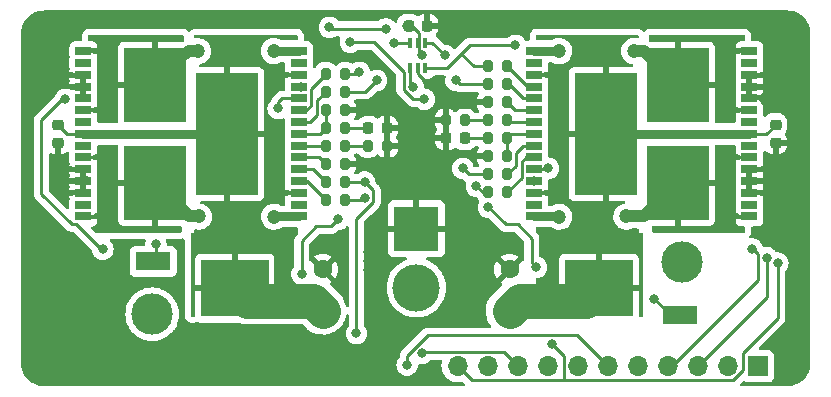
<source format=gtl>
%TF.GenerationSoftware,KiCad,Pcbnew,(6.0.0-0)*%
%TF.CreationDate,2022-03-22T21:28:23+08:00*%
%TF.ProjectId,driver,64726976-6572-42e6-9b69-6361645f7063,rev?*%
%TF.SameCoordinates,Original*%
%TF.FileFunction,Copper,L1,Top*%
%TF.FilePolarity,Positive*%
%FSLAX46Y46*%
G04 Gerber Fmt 4.6, Leading zero omitted, Abs format (unit mm)*
G04 Created by KiCad (PCBNEW (6.0.0-0)) date 2022-03-22 21:28:23*
%MOMM*%
%LPD*%
G01*
G04 APERTURE LIST*
G04 Aperture macros list*
%AMRoundRect*
0 Rectangle with rounded corners*
0 $1 Rounding radius*
0 $2 $3 $4 $5 $6 $7 $8 $9 X,Y pos of 4 corners*
0 Add a 4 corners polygon primitive as box body*
4,1,4,$2,$3,$4,$5,$6,$7,$8,$9,$2,$3,0*
0 Add four circle primitives for the rounded corners*
1,1,$1+$1,$2,$3*
1,1,$1+$1,$4,$5*
1,1,$1+$1,$6,$7*
1,1,$1+$1,$8,$9*
0 Add four rect primitives between the rounded corners*
20,1,$1+$1,$2,$3,$4,$5,0*
20,1,$1+$1,$4,$5,$6,$7,0*
20,1,$1+$1,$6,$7,$8,$9,0*
20,1,$1+$1,$8,$9,$2,$3,0*%
G04 Aperture macros list end*
%TA.AperFunction,SMDPad,CuDef*%
%ADD10RoundRect,0.200000X0.200000X0.275000X-0.200000X0.275000X-0.200000X-0.275000X0.200000X-0.275000X0*%
%TD*%
%TA.AperFunction,SMDPad,CuDef*%
%ADD11RoundRect,0.200000X-0.200000X-0.275000X0.200000X-0.275000X0.200000X0.275000X-0.200000X0.275000X0*%
%TD*%
%TA.AperFunction,SMDPad,CuDef*%
%ADD12RoundRect,0.225000X0.225000X0.250000X-0.225000X0.250000X-0.225000X-0.250000X0.225000X-0.250000X0*%
%TD*%
%TA.AperFunction,SMDPad,CuDef*%
%ADD13R,1.350000X0.660000*%
%TD*%
%TA.AperFunction,SMDPad,CuDef*%
%ADD14R,5.250000X10.300000*%
%TD*%
%TA.AperFunction,SMDPad,CuDef*%
%ADD15R,5.250000X6.230000*%
%TD*%
%TA.AperFunction,ComponentPad*%
%ADD16R,1.700000X1.700000*%
%TD*%
%TA.AperFunction,ComponentPad*%
%ADD17O,1.700000X1.700000*%
%TD*%
%TA.AperFunction,SMDPad,CuDef*%
%ADD18R,2.999740X1.597660*%
%TD*%
%TA.AperFunction,SMDPad,CuDef*%
%ADD19R,5.715000X4.826000*%
%TD*%
%TA.AperFunction,SMDPad,CuDef*%
%ADD20R,0.450000X0.850000*%
%TD*%
%TA.AperFunction,SMDPad,CuDef*%
%ADD21RoundRect,0.225000X-0.250000X0.225000X-0.250000X-0.225000X0.250000X-0.225000X0.250000X0.225000X0*%
%TD*%
%TA.AperFunction,SMDPad,CuDef*%
%ADD22RoundRect,0.225000X-0.225000X-0.250000X0.225000X-0.250000X0.225000X0.250000X-0.225000X0.250000X0*%
%TD*%
%TA.AperFunction,ComponentPad*%
%ADD23R,1.600000X1.600000*%
%TD*%
%TA.AperFunction,ComponentPad*%
%ADD24C,1.600000*%
%TD*%
%TA.AperFunction,ComponentPad*%
%ADD25R,3.800000X3.800000*%
%TD*%
%TA.AperFunction,ComponentPad*%
%ADD26C,4.000000*%
%TD*%
%TA.AperFunction,ViaPad*%
%ADD27C,0.800000*%
%TD*%
%TA.AperFunction,ViaPad*%
%ADD28C,1.500000*%
%TD*%
%TA.AperFunction,ViaPad*%
%ADD29C,1.200000*%
%TD*%
%TA.AperFunction,ViaPad*%
%ADD30C,1.300000*%
%TD*%
%TA.AperFunction,ViaPad*%
%ADD31C,3.500000*%
%TD*%
%TA.AperFunction,Conductor*%
%ADD32C,0.250000*%
%TD*%
%TA.AperFunction,Conductor*%
%ADD33C,3.000000*%
%TD*%
%TA.AperFunction,Conductor*%
%ADD34C,0.800000*%
%TD*%
%TA.AperFunction,Conductor*%
%ADD35C,1.000000*%
%TD*%
G04 APERTURE END LIST*
D10*
%TO.P,M2R6,1*%
%TO.N,/M2CSDIS*%
X169250600Y-101867235D03*
%TO.P,M2R6,2*%
%TO.N,GND*%
X167600600Y-101867235D03*
%TD*%
D11*
%TO.P,M2R5,1*%
%TO.N,+3V3*%
X167600600Y-100343235D03*
%TO.P,M2R5,2*%
%TO.N,Net-(M2R5-Pad2)*%
X169250600Y-100343235D03*
%TD*%
D12*
%TO.P,M2C8,1*%
%TO.N,/M2CS*%
X165621000Y-104915235D03*
%TO.P,M2C8,2*%
%TO.N,GND*%
X164071000Y-104915235D03*
%TD*%
D13*
%TO.P,M2U1,1,OUTA*%
%TO.N,/M2OUTA*%
X171490600Y-97526400D03*
%TO.P,M2U1,2,NC*%
%TO.N,unconnected-(M2U1-Pad2)*%
X171490600Y-98526400D03*
%TO.P,M2U1,3,VCC*%
%TO.N,Net-(M2C3-Pad1)*%
X171490600Y-99526400D03*
%TO.P,M2U1,4,INA*%
%TO.N,Net-(M2R4-Pad2)*%
X171490600Y-100526400D03*
%TO.P,M2U1,5,EN/DIAGA*%
%TO.N,Net-(M2R5-Pad2)*%
X171490600Y-101526400D03*
%TO.P,M2U1,6,CS_DIS*%
%TO.N,/M2CSDIS*%
X171490600Y-102526400D03*
%TO.P,M2U1,7,PWM*%
%TO.N,Net-(M2R71-Pad2)*%
X171490600Y-103526400D03*
%TO.P,M2U1,8,CS*%
%TO.N,Net-(M2R81-Pad2)*%
X171490600Y-104526400D03*
%TO.P,M2U1,9,EN/DIAGB*%
%TO.N,Net-(M2R9-Pad2)*%
X171490600Y-105526400D03*
%TO.P,M2U1,10,INB*%
%TO.N,Net-(M2R10-Pad2)*%
X171490600Y-106526400D03*
%TO.P,M2U1,11,CP*%
%TO.N,/M2CP*%
X171490600Y-107526400D03*
%TO.P,M2U1,12,VBAT*%
%TO.N,+12V*%
X171490600Y-108526400D03*
%TO.P,M2U1,13,VCC*%
%TO.N,Net-(M2C3-Pad1)*%
X171490600Y-109526400D03*
%TO.P,M2U1,14,NC*%
%TO.N,unconnected-(M2U1-Pad14)*%
X171490600Y-110526400D03*
%TO.P,M2U1,15,OUTB*%
%TO.N,/M2OUTB*%
X171490600Y-111526400D03*
%TO.P,M2U1,16,OUTB*%
X189740600Y-111526400D03*
%TO.P,M2U1,17,NC*%
%TO.N,unconnected-(M2U1-Pad17)*%
X189740600Y-110526400D03*
%TO.P,M2U1,18,GNDB*%
%TO.N,GND*%
X189740600Y-109526400D03*
%TO.P,M2U1,19,GNDB*%
X189740600Y-108526400D03*
%TO.P,M2U1,20,GNDB*%
X189740600Y-107526400D03*
%TO.P,M2U1,21,OUTB*%
%TO.N,/M2OUTB*%
X189740600Y-106526400D03*
%TO.P,M2U1,22,NC*%
%TO.N,unconnected-(M2U1-Pad22)*%
X189740600Y-105526400D03*
%TO.P,M2U1,23,VCC*%
%TO.N,Net-(M2C3-Pad1)*%
X189740600Y-104526400D03*
%TO.P,M2U1,24,NC*%
%TO.N,unconnected-(M2U1-Pad24)*%
X189740600Y-103526400D03*
%TO.P,M2U1,25,OUTA*%
%TO.N,/M2OUTA*%
X189740600Y-102526400D03*
%TO.P,M2U1,26,GNDA*%
%TO.N,GND*%
X189740600Y-101526400D03*
%TO.P,M2U1,27,GNDA*%
X189740600Y-100526400D03*
%TO.P,M2U1,28,GNDA*%
X189740600Y-99526400D03*
%TO.P,M2U1,29,NC*%
%TO.N,unconnected-(M2U1-Pad29)*%
X189740600Y-98526400D03*
%TO.P,M2U1,30,OUTA*%
%TO.N,/M2OUTA*%
X189740600Y-97526400D03*
D14*
%TO.P,M2U1,31,VCC*%
%TO.N,Net-(M2C3-Pad1)*%
X177565600Y-104526400D03*
D15*
%TO.P,M2U1,32,OUTB*%
%TO.N,/M2OUTB*%
X183665600Y-108691400D03*
%TO.P,M2U1,33,OUTA*%
%TO.N,/M2OUTA*%
X183665600Y-100361400D03*
%TD*%
D11*
%TO.P,M2R81,1*%
%TO.N,/M2CS*%
X167600600Y-104915235D03*
%TO.P,M2R81,2*%
%TO.N,Net-(M2R81-Pad2)*%
X169250600Y-104915235D03*
%TD*%
%TO.P,M2R71,1*%
%TO.N,/M2PWM*%
X167600600Y-103391235D03*
%TO.P,M2R71,2*%
%TO.N,Net-(M2R71-Pad2)*%
X169250600Y-103391235D03*
%TD*%
D16*
%TO.P,J2,1,Pin_1*%
%TO.N,/M2C1*%
X190425000Y-124200000D03*
D17*
%TO.P,J2,2,Pin_2*%
%TO.N,/M2C2*%
X187885000Y-124200000D03*
%TO.P,J2,3,Pin_3*%
%TO.N,/M2INA*%
X185345000Y-124200000D03*
%TO.P,J2,4,Pin_4*%
%TO.N,/M2PWM*%
X182805000Y-124200000D03*
%TO.P,J2,5,Pin_5*%
%TO.N,/M2CS*%
X180265000Y-124200000D03*
%TO.P,J2,6,Pin_6*%
%TO.N,/M1CS*%
X177725000Y-124200000D03*
%TO.P,J2,7,Pin_7*%
%TO.N,/M1PWM*%
X175185000Y-124200000D03*
%TO.P,J2,8,Pin_8*%
%TO.N,/M1INA*%
X172645000Y-124200000D03*
%TO.P,J2,9,Pin_9*%
%TO.N,/M1C2*%
X170105000Y-124200000D03*
%TO.P,J2,10,Pin_10*%
%TO.N,/M1C1*%
X167565000Y-124200000D03*
%TO.P,J2,11,Pin_11*%
%TO.N,+3V3*%
X165025000Y-124200000D03*
%TD*%
D10*
%TO.P,M1R71,1*%
%TO.N,/M1PWM*%
X155520000Y-105550235D03*
%TO.P,M1R71,2*%
%TO.N,Net-(M1R71-Pad2)*%
X153870000Y-105550235D03*
%TD*%
%TO.P,M1R81,1*%
%TO.N,/M1CS*%
X155520000Y-104026235D03*
%TO.P,M1R81,2*%
%TO.N,Net-(M1R81-Pad2)*%
X153870000Y-104026235D03*
%TD*%
%TO.P,M1R4,1*%
%TO.N,/M1INA*%
X155520000Y-110122235D03*
%TO.P,M1R4,2*%
%TO.N,Net-(M1R4-Pad2)*%
X153870000Y-110122235D03*
%TD*%
D11*
%TO.P,M1R72,1*%
%TO.N,/M1PWM*%
X157417000Y-105550235D03*
%TO.P,M1R72,2*%
%TO.N,GND*%
X159067000Y-105550235D03*
%TD*%
D10*
%TO.P,M2R72,1*%
%TO.N,/M2PWM*%
X165671000Y-103391235D03*
%TO.P,M2R72,2*%
%TO.N,GND*%
X164021000Y-103391235D03*
%TD*%
D18*
%TO.P,M2Q1,1,G*%
%TO.N,/M2CP*%
X183880865Y-119875380D03*
%TO.P,M2Q1,3,S*%
%TO.N,+12V*%
X183880865Y-115318620D03*
D19*
%TO.P,M2Q1,4,D*%
%TO.N,Net-(M2C3-Pad1)*%
X176984765Y-117597000D03*
%TD*%
D20*
%TO.P,U1,1,1A*%
%TO.N,/M1INA*%
X161006000Y-98950000D03*
%TO.P,U1,2,GND*%
%TO.N,GND*%
X161656000Y-98950000D03*
%TO.P,U1,3,2A*%
%TO.N,/M2INA*%
X162306000Y-98950000D03*
%TO.P,U1,4,2Y*%
%TO.N,/M2INB*%
X162306000Y-96850000D03*
%TO.P,U1,5,VCC*%
%TO.N,+3V3*%
X161656000Y-96850000D03*
%TO.P,U1,6,1Y*%
%TO.N,/M1INB*%
X161006000Y-96850000D03*
%TD*%
D13*
%TO.P,M1U1,1,OUTA*%
%TO.N,/M1OUTA*%
X151596200Y-111526400D03*
%TO.P,M1U1,2,NC*%
%TO.N,unconnected-(M1U1-Pad2)*%
X151596200Y-110526400D03*
%TO.P,M1U1,3,VCC*%
%TO.N,Net-(M1C3-Pad1)*%
X151596200Y-109526400D03*
%TO.P,M1U1,4,INA*%
%TO.N,Net-(M1R4-Pad2)*%
X151596200Y-108526400D03*
%TO.P,M1U1,5,EN/DIAGA*%
%TO.N,Net-(M1R5-Pad2)*%
X151596200Y-107526400D03*
%TO.P,M1U1,6,CS_DIS*%
%TO.N,/M1CSDIS*%
X151596200Y-106526400D03*
%TO.P,M1U1,7,PWM*%
%TO.N,Net-(M1R71-Pad2)*%
X151596200Y-105526400D03*
%TO.P,M1U1,8,CS*%
%TO.N,Net-(M1R81-Pad2)*%
X151596200Y-104526400D03*
%TO.P,M1U1,9,EN/DIAGB*%
%TO.N,Net-(M1R9-Pad2)*%
X151596200Y-103526400D03*
%TO.P,M1U1,10,INB*%
%TO.N,Net-(M1R10-Pad2)*%
X151596200Y-102526400D03*
%TO.P,M1U1,11,CP*%
%TO.N,/M1CP*%
X151596200Y-101526400D03*
%TO.P,M1U1,12,VBAT*%
%TO.N,+12V*%
X151596200Y-100526400D03*
%TO.P,M1U1,13,VCC*%
%TO.N,Net-(M1C3-Pad1)*%
X151596200Y-99526400D03*
%TO.P,M1U1,14,NC*%
%TO.N,unconnected-(M1U1-Pad14)*%
X151596200Y-98526400D03*
%TO.P,M1U1,15,OUTB*%
%TO.N,/M1OUTB*%
X151596200Y-97526400D03*
%TO.P,M1U1,16,OUTB*%
X133346200Y-97526400D03*
%TO.P,M1U1,17,NC*%
%TO.N,unconnected-(M1U1-Pad17)*%
X133346200Y-98526400D03*
%TO.P,M1U1,18,GNDB*%
%TO.N,GND*%
X133346200Y-99526400D03*
%TO.P,M1U1,19,GNDB*%
X133346200Y-100526400D03*
%TO.P,M1U1,20,GNDB*%
X133346200Y-101526400D03*
%TO.P,M1U1,21,OUTB*%
%TO.N,/M1OUTB*%
X133346200Y-102526400D03*
%TO.P,M1U1,22,NC*%
%TO.N,unconnected-(M1U1-Pad22)*%
X133346200Y-103526400D03*
%TO.P,M1U1,23,VCC*%
%TO.N,Net-(M1C3-Pad1)*%
X133346200Y-104526400D03*
%TO.P,M1U1,24,NC*%
%TO.N,unconnected-(M1U1-Pad24)*%
X133346200Y-105526400D03*
%TO.P,M1U1,25,OUTA*%
%TO.N,/M1OUTA*%
X133346200Y-106526400D03*
%TO.P,M1U1,26,GNDA*%
%TO.N,GND*%
X133346200Y-107526400D03*
%TO.P,M1U1,27,GNDA*%
X133346200Y-108526400D03*
%TO.P,M1U1,28,GNDA*%
X133346200Y-109526400D03*
%TO.P,M1U1,29,NC*%
%TO.N,unconnected-(M1U1-Pad29)*%
X133346200Y-110526400D03*
%TO.P,M1U1,30,OUTA*%
%TO.N,/M1OUTA*%
X133346200Y-111526400D03*
D14*
%TO.P,M1U1,31,VCC*%
%TO.N,Net-(M1C3-Pad1)*%
X145521200Y-104526400D03*
D15*
%TO.P,M1U1,32,OUTB*%
%TO.N,/M1OUTB*%
X139421200Y-100361400D03*
%TO.P,M1U1,33,OUTA*%
%TO.N,/M1OUTA*%
X139421200Y-108691400D03*
%TD*%
D11*
%TO.P,M2R4,1*%
%TO.N,/M2INA*%
X167600600Y-98819235D03*
%TO.P,M2R4,2*%
%TO.N,Net-(M2R4-Pad2)*%
X169250600Y-98819235D03*
%TD*%
%TO.P,M1R6,1*%
%TO.N,/M1CSDIS*%
X153870000Y-107074235D03*
%TO.P,M1R6,2*%
%TO.N,GND*%
X155520000Y-107074235D03*
%TD*%
D21*
%TO.P,M1C3,1*%
%TO.N,Net-(M1C3-Pad1)*%
X131196418Y-103741000D03*
%TO.P,M1C3,2*%
%TO.N,GND*%
X131196418Y-105291000D03*
%TD*%
D12*
%TO.P,MUC1,1*%
%TO.N,GND*%
X162431000Y-95360000D03*
%TO.P,MUC1,2*%
%TO.N,+3V3*%
X160881000Y-95360000D03*
%TD*%
D10*
%TO.P,M1R10,1*%
%TO.N,/M1INB*%
X155520000Y-99454235D03*
%TO.P,M1R10,2*%
%TO.N,Net-(M1R10-Pad2)*%
X153870000Y-99454235D03*
%TD*%
%TO.P,M1R9,1*%
%TO.N,+3V3*%
X155520000Y-100978235D03*
%TO.P,M1R9,2*%
%TO.N,Net-(M1R9-Pad2)*%
X153870000Y-100978235D03*
%TD*%
%TO.P,M1R5,1*%
%TO.N,+3V3*%
X155520000Y-108598235D03*
%TO.P,M1R5,2*%
%TO.N,Net-(M1R5-Pad2)*%
X153870000Y-108598235D03*
%TD*%
D18*
%TO.P,M1Q1,1,G*%
%TO.N,/M1CP*%
X139261553Y-115318620D03*
%TO.P,M1Q1,3,S*%
%TO.N,+12V*%
X139261553Y-119875380D03*
D19*
%TO.P,M1Q1,4,D*%
%TO.N,Net-(M1C3-Pad1)*%
X146157653Y-117597000D03*
%TD*%
D11*
%TO.P,M1R82,1*%
%TO.N,Net-(M1R81-Pad2)*%
X153870000Y-102502235D03*
%TO.P,M1R82,2*%
%TO.N,GND*%
X155520000Y-102502235D03*
%TD*%
D22*
%TO.P,M1C8,1*%
%TO.N,/M1CS*%
X157467000Y-104026235D03*
%TO.P,M1C8,2*%
%TO.N,GND*%
X159017000Y-104026235D03*
%TD*%
D11*
%TO.P,M2R10,1*%
%TO.N,/M2INB*%
X167600600Y-109487235D03*
%TO.P,M2R10,2*%
%TO.N,Net-(M2R10-Pad2)*%
X169250600Y-109487235D03*
%TD*%
%TO.P,M2R9,1*%
%TO.N,+3V3*%
X167600600Y-107963235D03*
%TO.P,M2R9,2*%
%TO.N,Net-(M2R9-Pad2)*%
X169250600Y-107963235D03*
%TD*%
D10*
%TO.P,M2R82,1*%
%TO.N,Net-(M2R81-Pad2)*%
X169250600Y-106439235D03*
%TO.P,M2R82,2*%
%TO.N,GND*%
X167600600Y-106439235D03*
%TD*%
D21*
%TO.P,M2C3,1*%
%TO.N,Net-(M2C3-Pad1)*%
X191946000Y-103741000D03*
%TO.P,M2C3,2*%
%TO.N,GND*%
X191946000Y-105291000D03*
%TD*%
D23*
%TO.P,M2CP1,1*%
%TO.N,Net-(M2C3-Pad1)*%
X169431982Y-119508651D03*
D24*
%TO.P,M2CP1,2*%
%TO.N,GND*%
X169431982Y-116008651D03*
%TD*%
D23*
%TO.P,M1CP1,1*%
%TO.N,Net-(M1C3-Pad1)*%
X153610400Y-119508651D03*
D24*
%TO.P,M1CP1,2*%
%TO.N,GND*%
X153610400Y-116008651D03*
%TD*%
D25*
%TO.P,J1,1,Pin_1*%
%TO.N,GND*%
X161544000Y-112562000D03*
D26*
%TO.P,J1,2,Pin_2*%
%TO.N,+12V*%
X161544000Y-117562000D03*
%TD*%
D27*
%TO.N,/M2CP*%
X181684400Y-118486000D03*
X172720000Y-107442000D03*
%TO.N,/M1CP*%
X149845520Y-102376480D03*
X139476818Y-113863200D03*
%TO.N,/M2INB*%
X163921000Y-97875000D03*
X166624000Y-108966000D03*
%TO.N,/M2CS*%
X167640000Y-110744000D03*
X171704000Y-115824000D03*
X167577240Y-104915235D03*
D28*
%TO.N,/M1OUTA*%
X141166000Y-109254800D03*
D29*
X143130835Y-111526400D03*
D28*
X139666000Y-109254800D03*
X138166000Y-109254800D03*
D29*
X149488000Y-111544635D03*
D27*
%TO.N,/M1INA*%
X157156000Y-109990000D03*
X161260301Y-100562899D03*
%TO.N,+3V3*%
X157166000Y-108600000D03*
X173000000Y-122325000D03*
X192140000Y-115480000D03*
X134992000Y-114300000D03*
X158166000Y-100000000D03*
X156464000Y-121412000D03*
X165475500Y-107442000D03*
X164890000Y-100000000D03*
X131826000Y-101600000D03*
X162047295Y-97873554D03*
X160782000Y-95399989D03*
%TO.N,/M1INB*%
X156718000Y-99314000D03*
X159664400Y-96824800D03*
%TO.N,/M1PWM*%
X155543360Y-105550235D03*
X154940000Y-111760000D03*
X151816000Y-116400000D03*
%TO.N,/M1CS*%
X158954908Y-95635690D03*
X155561765Y-104026235D03*
X154178000Y-95504000D03*
X160750000Y-124100000D03*
%TO.N,/M2PWM*%
X167600600Y-103391235D03*
X189992000Y-114285500D03*
D28*
%TO.N,/M2OUTA*%
X185000000Y-99525000D03*
D30*
X181975000Y-99550000D03*
D29*
X179980035Y-97526400D03*
X173632600Y-97526400D03*
D28*
X183487600Y-99526400D03*
D27*
%TO.N,/M2INA*%
X169926000Y-97028000D03*
X191200000Y-115010000D03*
D29*
%TO.N,/M1OUTB*%
X143031298Y-97528937D03*
D28*
X139666000Y-99475000D03*
X141166000Y-99475000D03*
D29*
X149488000Y-97523835D03*
D28*
X138166000Y-99475000D03*
%TO.N,/M2OUTB*%
X183487600Y-109526400D03*
X181975000Y-109525000D03*
D29*
X179324000Y-111526400D03*
X173632600Y-111544635D03*
D28*
X185000000Y-109525000D03*
D27*
%TO.N,/M1C2*%
X162000000Y-123124500D03*
%TO.N,GND*%
X131064000Y-106934000D03*
X157480000Y-115316000D03*
X157480000Y-114554000D03*
X155448000Y-114554000D03*
D30*
X191262000Y-101600000D03*
D27*
X131064000Y-107950000D03*
X131064000Y-114554000D03*
X133468000Y-108458000D03*
D28*
X192662000Y-101570000D03*
D27*
X157480000Y-116078000D03*
X155448000Y-115316000D03*
X155448000Y-116078000D03*
X131064000Y-113538000D03*
X131064000Y-108966000D03*
X131064000Y-112522000D03*
D31*
%TO.N,+12V*%
X183990000Y-115377235D03*
D27*
X151756000Y-100526400D03*
X171490600Y-108526400D03*
X162204400Y-101600000D03*
X155956000Y-96774000D03*
D31*
X139166000Y-119800000D03*
%TD*%
D32*
%TO.N,/M2CP*%
X181684400Y-118486000D02*
X183073780Y-119875380D01*
X183073780Y-119875380D02*
X183880865Y-119875380D01*
X172720000Y-107442000D02*
X172635600Y-107526400D01*
X172635600Y-107526400D02*
X171490600Y-107526400D01*
D33*
%TO.N,Net-(M2C3-Pad1)*%
X170299398Y-118641235D02*
X169431982Y-119508651D01*
D32*
X191160600Y-104526400D02*
X189740600Y-104526400D01*
D33*
X176984765Y-117597000D02*
X175940530Y-118641235D01*
D34*
X177565600Y-104526400D02*
X189740600Y-104526400D01*
D33*
X175940530Y-118641235D02*
X170299398Y-118641235D01*
D32*
X191946000Y-103741000D02*
X191160600Y-104526400D01*
%TO.N,/M1CP*%
X139476818Y-115103355D02*
X139261553Y-115318620D01*
X139476818Y-113863200D02*
X139476818Y-115103355D01*
X149845520Y-102376480D02*
X149845520Y-101868480D01*
X149845520Y-101868480D02*
X150187600Y-101526400D01*
X150187600Y-101526400D02*
X151596200Y-101526400D01*
D33*
%TO.N,Net-(M1C3-Pad1)*%
X152742984Y-118641235D02*
X153610400Y-119508651D01*
D34*
X133346200Y-104526400D02*
X145521200Y-104526400D01*
D32*
X131196418Y-103741000D02*
X131981818Y-104526400D01*
X131981818Y-104526400D02*
X133346200Y-104526400D01*
D33*
X146157653Y-117597000D02*
X147201888Y-118641235D01*
X147201888Y-118641235D02*
X152742984Y-118641235D01*
D32*
%TO.N,/M2INB*%
X162306000Y-96850000D02*
X162896000Y-96850000D01*
X167145235Y-109487235D02*
X167600600Y-109487235D01*
X166624000Y-108966000D02*
X167145235Y-109487235D01*
X162896000Y-96850000D02*
X163921000Y-97875000D01*
%TO.N,Net-(M2R10-Pad2)*%
X170491089Y-108246746D02*
X169250600Y-109487235D01*
X170836578Y-106526400D02*
X170491089Y-106871889D01*
X171490600Y-106526400D02*
X170836578Y-106526400D01*
X170491089Y-106871889D02*
X170491089Y-108246746D01*
%TO.N,/M2CS*%
X169096000Y-112200000D02*
X167640000Y-110744000D01*
X171310000Y-113398000D02*
X170112000Y-112200000D01*
X167577240Y-104915235D02*
X165694360Y-104915235D01*
X170112000Y-112200000D02*
X169096000Y-112200000D01*
X171704000Y-115824000D02*
X171310000Y-115430000D01*
X171310000Y-115430000D02*
X171310000Y-113398000D01*
%TO.N,Net-(M2R81-Pad2)*%
X171490600Y-104526400D02*
X169639435Y-104526400D01*
X169250600Y-104915235D02*
X169250600Y-106439235D01*
X169639435Y-104526400D02*
X169250600Y-104915235D01*
D35*
%TO.N,/M1OUTA*%
X139421200Y-109207297D02*
X139421200Y-108691400D01*
X139609283Y-109395380D02*
X140125180Y-109395380D01*
X139609283Y-109395380D02*
X139421200Y-109207297D01*
X140125180Y-109395380D02*
X142256200Y-111526400D01*
D34*
X151596200Y-111526400D02*
X149506235Y-111526400D01*
D32*
X149506235Y-111526400D02*
X149488000Y-111544635D01*
D35*
X142256200Y-111526400D02*
X143130835Y-111526400D01*
D32*
%TO.N,/M1INA*%
X155520000Y-110122235D02*
X157023765Y-110122235D01*
X161006000Y-100308598D02*
X161006000Y-98950000D01*
X157023765Y-110122235D02*
X157156000Y-109990000D01*
X161260301Y-100562899D02*
X161006000Y-100308598D01*
%TO.N,Net-(M1R4-Pad2)*%
X152274165Y-108526400D02*
X151596200Y-108526400D01*
X153870000Y-110122235D02*
X152274165Y-108526400D01*
%TO.N,+3V3*%
X167600600Y-100343235D02*
X165233235Y-100343235D01*
X157164235Y-108598235D02*
X157166000Y-108600000D01*
X165996735Y-107963235D02*
X166203235Y-107963235D01*
X161756489Y-95970489D02*
X161146000Y-95360000D01*
X156464000Y-111706614D02*
X157880511Y-110290103D01*
X155520000Y-100978235D02*
X157187765Y-100978235D01*
X189200000Y-124546010D02*
X188346010Y-125400000D01*
X162030532Y-97873554D02*
X161756489Y-97599511D01*
X157880511Y-109314511D02*
X157166000Y-108600000D01*
X129794000Y-103378000D02*
X129794000Y-109628222D01*
X132754911Y-112180911D02*
X134874000Y-114300000D01*
X131826000Y-101600000D02*
X131572000Y-101600000D01*
X192140000Y-115480000D02*
X192140000Y-120135978D01*
X192140000Y-120135978D02*
X189200000Y-123075978D01*
X174010489Y-123335489D02*
X174010489Y-125389511D01*
X161146000Y-95360000D02*
X160881000Y-95360000D01*
X129794000Y-109628222D02*
X132346689Y-112180911D01*
X132346689Y-112180911D02*
X132754911Y-112180911D01*
X165233235Y-100343235D02*
X164890000Y-100000000D01*
X161756489Y-97599511D02*
X161756489Y-95970489D01*
X131572000Y-101600000D02*
X129794000Y-103378000D01*
X155520000Y-108598235D02*
X157164235Y-108598235D01*
X166225000Y-125400000D02*
X165025000Y-124200000D01*
X156464000Y-121412000D02*
X156464000Y-111706614D01*
X174000000Y-125400000D02*
X166225000Y-125400000D01*
X188346010Y-125400000D02*
X174000000Y-125400000D01*
X174010489Y-125389511D02*
X174000000Y-125400000D01*
X157880511Y-110290103D02*
X157880511Y-109314511D01*
X189200000Y-123075978D02*
X189200000Y-124546010D01*
X134874000Y-114300000D02*
X134992000Y-114300000D01*
X166203235Y-107963235D02*
X166200000Y-107960000D01*
X165475500Y-107442000D02*
X165996735Y-107963235D01*
X167600600Y-107963235D02*
X166203235Y-107963235D01*
X162047295Y-97873554D02*
X162030532Y-97873554D01*
X173000000Y-122325000D02*
X174010489Y-123335489D01*
X160782000Y-95399989D02*
X160782000Y-95384705D01*
X157187765Y-100978235D02*
X158166000Y-100000000D01*
%TO.N,Net-(M1R5-Pad2)*%
X151596200Y-107526400D02*
X152798165Y-107526400D01*
X152798165Y-107526400D02*
X153870000Y-108598235D01*
%TO.N,/M1CSDIS*%
X153322165Y-106526400D02*
X153870000Y-107074235D01*
X151596200Y-106526400D02*
X153322165Y-106526400D01*
%TO.N,Net-(M1R9-Pad2)*%
X153145480Y-101702755D02*
X153870000Y-100978235D01*
X152521200Y-103526400D02*
X153145480Y-102902120D01*
X153145480Y-102902120D02*
X153145480Y-101702755D01*
X151596200Y-103526400D02*
X152521200Y-103526400D01*
%TO.N,/M1INB*%
X159689600Y-96850000D02*
X161006000Y-96850000D01*
X156718000Y-99314000D02*
X156577765Y-99454235D01*
X156577765Y-99454235D02*
X155520000Y-99454235D01*
X159664400Y-96824800D02*
X159689600Y-96850000D01*
%TO.N,Net-(M1R10-Pad2)*%
X152595711Y-100728524D02*
X153870000Y-99454235D01*
X152225240Y-102526400D02*
X152595711Y-102155929D01*
X151596200Y-102526400D02*
X152225240Y-102526400D01*
X152595711Y-102155929D02*
X152595711Y-100728524D01*
%TO.N,/M1PWM*%
X154349080Y-112350920D02*
X153079080Y-112350920D01*
X153079080Y-112350920D02*
X151816000Y-113614000D01*
X151816000Y-113614000D02*
X151816000Y-116400000D01*
X154940000Y-111760000D02*
X154349080Y-112350920D01*
X155543360Y-105550235D02*
X157393640Y-105550235D01*
%TO.N,Net-(M1R71-Pad2)*%
X151596200Y-105526400D02*
X153846165Y-105526400D01*
X153846165Y-105526400D02*
X153870000Y-105550235D01*
%TO.N,/M1CS*%
X155561765Y-104026235D02*
X157393640Y-104026235D01*
X160750000Y-124100000D02*
X160750000Y-123349886D01*
X175125489Y-121600489D02*
X177725000Y-124200000D01*
X160750000Y-123349886D02*
X162499397Y-121600489D01*
X162499397Y-121600489D02*
X175125489Y-121600489D01*
X155543360Y-104026235D02*
X155561765Y-104026235D01*
X154309690Y-95635690D02*
X154178000Y-95504000D01*
X158954908Y-95635690D02*
X154309690Y-95635690D01*
%TO.N,Net-(M1R81-Pad2)*%
X153870000Y-102502235D02*
X153870000Y-104026235D01*
X153369835Y-104526400D02*
X153870000Y-104026235D01*
X151596200Y-104526400D02*
X153369835Y-104526400D01*
%TO.N,/M2PWM*%
X189992000Y-114285500D02*
X190051092Y-114285500D01*
X190475489Y-116930204D02*
X183205693Y-124200000D01*
X183205693Y-124200000D02*
X182805000Y-124200000D01*
X190051092Y-114285500D02*
X190475489Y-114709897D01*
X167577240Y-103391235D02*
X165694360Y-103391235D01*
X190475489Y-114709897D02*
X190475489Y-116930204D01*
%TO.N,Net-(M2R71-Pad2)*%
X169385765Y-103526400D02*
X169250600Y-103391235D01*
X171490600Y-103526400D02*
X169385765Y-103526400D01*
D35*
%TO.N,/M2OUTA*%
X183665600Y-100361400D02*
X180830600Y-97526400D01*
D34*
X173632600Y-97526400D02*
X171490600Y-97526400D01*
D35*
X180830600Y-97526400D02*
X179980035Y-97526400D01*
D32*
%TO.N,/M2INA*%
X169926000Y-97028000D02*
X166070000Y-97028000D01*
X191200000Y-118345000D02*
X185345000Y-124200000D01*
X191200000Y-115010000D02*
X191200000Y-118345000D01*
X166383235Y-98819235D02*
X165331000Y-97767000D01*
X166070000Y-97028000D02*
X165331000Y-97767000D01*
X167600600Y-98819235D02*
X166460765Y-98819235D01*
X166460765Y-98819235D02*
X166383235Y-98819235D01*
X164148000Y-98950000D02*
X162306000Y-98950000D01*
X165331000Y-97767000D02*
X164148000Y-98950000D01*
%TO.N,Net-(M2R4-Pad2)*%
X170957765Y-100526400D02*
X169250600Y-98819235D01*
X171490600Y-100526400D02*
X170957765Y-100526400D01*
%TO.N,Net-(M2R5-Pad2)*%
X171490600Y-101526400D02*
X170565600Y-101526400D01*
X170565600Y-101526400D02*
X169382435Y-100343235D01*
X169382435Y-100343235D02*
X169250600Y-100343235D01*
%TO.N,/M2CSDIS*%
X171490600Y-102526400D02*
X169909765Y-102526400D01*
X169909765Y-102526400D02*
X169250600Y-101867235D01*
%TO.N,Net-(M2R9-Pad2)*%
X171490600Y-105526400D02*
X170565600Y-105526400D01*
X169975120Y-107238715D02*
X169250600Y-107963235D01*
X169975120Y-106116880D02*
X169975120Y-107238715D01*
X170565600Y-105526400D02*
X169975120Y-106116880D01*
D35*
%TO.N,/M1OUTB*%
X143031298Y-97528937D02*
X142256200Y-97526400D01*
D32*
X149488000Y-97523835D02*
X149490565Y-97526400D01*
D35*
X139579283Y-99465380D02*
X139421200Y-100361400D01*
D34*
X149490565Y-97526400D02*
X151596200Y-97526400D01*
D35*
X142256200Y-97526400D02*
X139579283Y-99465380D01*
D34*
%TO.N,/M2OUTB*%
X173614365Y-111526400D02*
X171490600Y-111526400D01*
D32*
X173632600Y-111544635D02*
X173614365Y-111526400D01*
D35*
X179324000Y-111526400D02*
X180830600Y-111526400D01*
X180830600Y-111526400D02*
X183665600Y-108691400D01*
D32*
%TO.N,/M1C2*%
X162099011Y-123025489D02*
X168930489Y-123025489D01*
X162000000Y-123124500D02*
X162099011Y-123025489D01*
X168930489Y-123025489D02*
X170105000Y-124200000D01*
%TO.N,GND*%
X161656000Y-98950000D02*
X161656000Y-99426000D01*
X161656000Y-99426000D02*
X162610800Y-100380800D01*
X162610800Y-100380800D02*
X162763200Y-100380800D01*
%TO.N,+12V*%
X161272788Y-101600000D02*
X162204400Y-101600000D01*
X160456489Y-100783701D02*
X161272788Y-101600000D01*
X160456489Y-99251103D02*
X160456489Y-100783701D01*
X157979386Y-96774000D02*
X160456489Y-99251103D01*
X155956000Y-96774000D02*
X157979386Y-96774000D01*
%TD*%
%TA.AperFunction,Conductor*%
%TO.N,/M1OUTA*%
G36*
X136230321Y-105454902D02*
G01*
X136276814Y-105508558D01*
X136288200Y-105560900D01*
X136288200Y-108419285D01*
X136292675Y-108434524D01*
X136294065Y-108435729D01*
X136301748Y-108437400D01*
X139549200Y-108437400D01*
X139617321Y-108457402D01*
X139663814Y-108511058D01*
X139675200Y-108563400D01*
X139675200Y-112296284D01*
X139679675Y-112311523D01*
X139681065Y-112312728D01*
X139688748Y-112314399D01*
X141542000Y-112314399D01*
X141610121Y-112334401D01*
X141656614Y-112388057D01*
X141668000Y-112440399D01*
X141668000Y-112772000D01*
X141647998Y-112840121D01*
X141594342Y-112886614D01*
X141542000Y-112898000D01*
X134420095Y-112898000D01*
X134351974Y-112877998D01*
X134331000Y-112861095D01*
X134043287Y-112573382D01*
X134009261Y-112511070D01*
X134014326Y-112440255D01*
X134056873Y-112383419D01*
X134118775Y-112359024D01*
X134123553Y-112358505D01*
X134138804Y-112354879D01*
X134259254Y-112309724D01*
X134274849Y-112301186D01*
X134376924Y-112224685D01*
X134389485Y-112212124D01*
X134465986Y-112110049D01*
X134474524Y-112094454D01*
X134519678Y-111974006D01*
X134523305Y-111958751D01*
X134528831Y-111907886D01*
X134529200Y-111901068D01*
X134529200Y-111851069D01*
X136288201Y-111851069D01*
X136288571Y-111857890D01*
X136294095Y-111908752D01*
X136297721Y-111924004D01*
X136342876Y-112044454D01*
X136351414Y-112060049D01*
X136427915Y-112162124D01*
X136440476Y-112174685D01*
X136542551Y-112251186D01*
X136558146Y-112259724D01*
X136678594Y-112304878D01*
X136693849Y-112308505D01*
X136744714Y-112314031D01*
X136751528Y-112314400D01*
X139149085Y-112314400D01*
X139164324Y-112309925D01*
X139165529Y-112308535D01*
X139167200Y-112300852D01*
X139167200Y-108963515D01*
X139162725Y-108948276D01*
X139161335Y-108947071D01*
X139153652Y-108945400D01*
X136306316Y-108945400D01*
X136291077Y-108949875D01*
X136289872Y-108951265D01*
X136288201Y-108958948D01*
X136288201Y-111851069D01*
X134529200Y-111851069D01*
X134529200Y-111798515D01*
X134524725Y-111783276D01*
X134523335Y-111782071D01*
X134515652Y-111780400D01*
X133740000Y-111780400D01*
X133740000Y-111364900D01*
X134069334Y-111364900D01*
X134131516Y-111358145D01*
X134267905Y-111307015D01*
X134280502Y-111297574D01*
X134347008Y-111272726D01*
X134356067Y-111272400D01*
X134511084Y-111272400D01*
X134526323Y-111267925D01*
X134527528Y-111266535D01*
X134529199Y-111258852D01*
X134529199Y-111151731D01*
X134528829Y-111144910D01*
X134523305Y-111094048D01*
X134519679Y-111078795D01*
X134516886Y-111071346D01*
X134511700Y-111000539D01*
X134516886Y-110982878D01*
X134520171Y-110974116D01*
X134520171Y-110974115D01*
X134522945Y-110966716D01*
X134529700Y-110904534D01*
X134529700Y-110148266D01*
X134522945Y-110086084D01*
X134517152Y-110070631D01*
X134511967Y-109999826D01*
X134517150Y-109982174D01*
X134522945Y-109966716D01*
X134529700Y-109904534D01*
X134529700Y-109148266D01*
X134522945Y-109086084D01*
X134517152Y-109070631D01*
X134511967Y-108999826D01*
X134517150Y-108982174D01*
X134522945Y-108966716D01*
X134529700Y-108904534D01*
X134529700Y-108148266D01*
X134522945Y-108086084D01*
X134517152Y-108070631D01*
X134511967Y-107999826D01*
X134517150Y-107982174D01*
X134522945Y-107966716D01*
X134529700Y-107904534D01*
X134529700Y-107148266D01*
X134522945Y-107086084D01*
X134516886Y-107069922D01*
X134511700Y-106999115D01*
X134516886Y-106981454D01*
X134519678Y-106974007D01*
X134523305Y-106958751D01*
X134528831Y-106907886D01*
X134529200Y-106901072D01*
X134529200Y-106798515D01*
X134524725Y-106783276D01*
X134523335Y-106782071D01*
X134515652Y-106780400D01*
X134356067Y-106780400D01*
X134287946Y-106760398D01*
X134280502Y-106755226D01*
X134267905Y-106745785D01*
X134131516Y-106694655D01*
X134069334Y-106687900D01*
X133740000Y-106687900D01*
X133740000Y-106364900D01*
X134069334Y-106364900D01*
X134131516Y-106358145D01*
X134267905Y-106307015D01*
X134280502Y-106297574D01*
X134347008Y-106272726D01*
X134356067Y-106272400D01*
X134511084Y-106272400D01*
X134526323Y-106267925D01*
X134527528Y-106266535D01*
X134529199Y-106258852D01*
X134529199Y-106151731D01*
X134528829Y-106144910D01*
X134523305Y-106094048D01*
X134519679Y-106078795D01*
X134516886Y-106071346D01*
X134511700Y-106000539D01*
X134516886Y-105982878D01*
X134520171Y-105974116D01*
X134520171Y-105974115D01*
X134522945Y-105966716D01*
X134529700Y-105904534D01*
X134529700Y-105560900D01*
X134549702Y-105492779D01*
X134603358Y-105446286D01*
X134655700Y-105434900D01*
X136162200Y-105434900D01*
X136230321Y-105454902D01*
G37*
%TD.AperFunction*%
%TD*%
%TA.AperFunction,Conductor*%
%TO.N,GND*%
G36*
X192928240Y-94082873D02*
G01*
X192957482Y-94086334D01*
X192996765Y-94083759D01*
X193013241Y-94083759D01*
X193119701Y-94090737D01*
X193226157Y-94097715D01*
X193242497Y-94099866D01*
X193356278Y-94122498D01*
X193470061Y-94145131D01*
X193485971Y-94149394D01*
X193705677Y-94223974D01*
X193720903Y-94230281D01*
X193928992Y-94332899D01*
X193943266Y-94341140D01*
X194136181Y-94470042D01*
X194149256Y-94480075D01*
X194323701Y-94633058D01*
X194335342Y-94644699D01*
X194441302Y-94765524D01*
X194488325Y-94819144D01*
X194498358Y-94832219D01*
X194627260Y-95025134D01*
X194635501Y-95039408D01*
X194738119Y-95247497D01*
X194744425Y-95262721D01*
X194819006Y-95482429D01*
X194823269Y-95498339D01*
X194833500Y-95549772D01*
X194868534Y-95725903D01*
X194870685Y-95742243D01*
X194871945Y-95761465D01*
X194882864Y-95928050D01*
X194882878Y-95928270D01*
X194882530Y-95941562D01*
X194882896Y-95941572D01*
X194882745Y-95947344D01*
X194882066Y-95953082D01*
X194882444Y-95958849D01*
X194886130Y-96015088D01*
X194886400Y-96023329D01*
X194886400Y-123909030D01*
X194885527Y-123923840D01*
X194882066Y-123953082D01*
X194882444Y-123958848D01*
X194884641Y-123992361D01*
X194884641Y-124008841D01*
X194883058Y-124033000D01*
X194870685Y-124221757D01*
X194868534Y-124238097D01*
X194823270Y-124465658D01*
X194819006Y-124481571D01*
X194744426Y-124701277D01*
X194738119Y-124716503D01*
X194635501Y-124924592D01*
X194627260Y-124938866D01*
X194498358Y-125131781D01*
X194488325Y-125144856D01*
X194335342Y-125319301D01*
X194323701Y-125330942D01*
X194172289Y-125463726D01*
X194149256Y-125483925D01*
X194136181Y-125493958D01*
X193943266Y-125622860D01*
X193928992Y-125631101D01*
X193720903Y-125733719D01*
X193705679Y-125740025D01*
X193485971Y-125814606D01*
X193470061Y-125818869D01*
X193356277Y-125841502D01*
X193242497Y-125864134D01*
X193226157Y-125866285D01*
X193118442Y-125873345D01*
X193040128Y-125878478D01*
X193026838Y-125878130D01*
X193026828Y-125878496D01*
X193021056Y-125878345D01*
X193015318Y-125877666D01*
X192991379Y-125879235D01*
X192953312Y-125881730D01*
X192945071Y-125882000D01*
X189064104Y-125882000D01*
X188995983Y-125861998D01*
X188949490Y-125808342D01*
X188939386Y-125738068D01*
X188968880Y-125673488D01*
X188975009Y-125666905D01*
X189144162Y-125497752D01*
X189206474Y-125463726D01*
X189277289Y-125468791D01*
X189308821Y-125486020D01*
X189321109Y-125495230D01*
X189321112Y-125495232D01*
X189328295Y-125500615D01*
X189464684Y-125551745D01*
X189526866Y-125558500D01*
X191323134Y-125558500D01*
X191385316Y-125551745D01*
X191521705Y-125500615D01*
X191638261Y-125413261D01*
X191725615Y-125296705D01*
X191776745Y-125160316D01*
X191783500Y-125098134D01*
X191783500Y-123301866D01*
X191776745Y-123239684D01*
X191725615Y-123103295D01*
X191638261Y-122986739D01*
X191521705Y-122899385D01*
X191385316Y-122848255D01*
X191323134Y-122841500D01*
X190634572Y-122841500D01*
X190566451Y-122821498D01*
X190519958Y-122767842D01*
X190509854Y-122697568D01*
X190539348Y-122632988D01*
X190545477Y-122626405D01*
X192532253Y-120639630D01*
X192540539Y-120632090D01*
X192547018Y-120627978D01*
X192553991Y-120620553D01*
X192593643Y-120578327D01*
X192596398Y-120575485D01*
X192616135Y-120555748D01*
X192618615Y-120552551D01*
X192626320Y-120543529D01*
X192651159Y-120517078D01*
X192656586Y-120511299D01*
X192660405Y-120504353D01*
X192660407Y-120504350D01*
X192666348Y-120493544D01*
X192677199Y-120477025D01*
X192678334Y-120475562D01*
X192689614Y-120461019D01*
X192692759Y-120453750D01*
X192692762Y-120453746D01*
X192707174Y-120420441D01*
X192712391Y-120409791D01*
X192733695Y-120371038D01*
X192738733Y-120351415D01*
X192745137Y-120332712D01*
X192750033Y-120321398D01*
X192750033Y-120321397D01*
X192753181Y-120314123D01*
X192754420Y-120306300D01*
X192754423Y-120306290D01*
X192760099Y-120270454D01*
X192762505Y-120258834D01*
X192771528Y-120223689D01*
X192771528Y-120223688D01*
X192773500Y-120216008D01*
X192773500Y-120195754D01*
X192775051Y-120176043D01*
X192776980Y-120163864D01*
X192778220Y-120156035D01*
X192774059Y-120112016D01*
X192773500Y-120100159D01*
X192773500Y-116182524D01*
X192793502Y-116114403D01*
X192805858Y-116098221D01*
X192879040Y-116016944D01*
X192937314Y-115916010D01*
X192971223Y-115857279D01*
X192971224Y-115857278D01*
X192974527Y-115851556D01*
X193033542Y-115669928D01*
X193036256Y-115644112D01*
X193052814Y-115486565D01*
X193053504Y-115480000D01*
X193049525Y-115442143D01*
X193034232Y-115296635D01*
X193034232Y-115296633D01*
X193033542Y-115290072D01*
X192974527Y-115108444D01*
X192957703Y-115079303D01*
X192906144Y-114990002D01*
X192879040Y-114943056D01*
X192860612Y-114922589D01*
X192755675Y-114806045D01*
X192755674Y-114806044D01*
X192751253Y-114801134D01*
X192635489Y-114717026D01*
X192602094Y-114692763D01*
X192602093Y-114692762D01*
X192596752Y-114688882D01*
X192590724Y-114686198D01*
X192590722Y-114686197D01*
X192428319Y-114613891D01*
X192428318Y-114613891D01*
X192422288Y-114611206D01*
X192317808Y-114588998D01*
X192241944Y-114572872D01*
X192241939Y-114572872D01*
X192235487Y-114571500D01*
X192068623Y-114571500D01*
X192000502Y-114551498D01*
X191959504Y-114508501D01*
X191958448Y-114506672D01*
X191939040Y-114473056D01*
X191875129Y-114402075D01*
X191815675Y-114336045D01*
X191815674Y-114336044D01*
X191811253Y-114331134D01*
X191656752Y-114218882D01*
X191650724Y-114216198D01*
X191650722Y-114216197D01*
X191488319Y-114143891D01*
X191488318Y-114143891D01*
X191482288Y-114141206D01*
X191387537Y-114121066D01*
X191301944Y-114102872D01*
X191301939Y-114102872D01*
X191295487Y-114101500D01*
X191104513Y-114101500D01*
X191098061Y-114102872D01*
X191098056Y-114102872D01*
X191012461Y-114121066D01*
X190941670Y-114115664D01*
X190885037Y-114072847D01*
X190866431Y-114036755D01*
X190834224Y-113937632D01*
X190826527Y-113913944D01*
X190731040Y-113748556D01*
X190669164Y-113679835D01*
X190607675Y-113611545D01*
X190607674Y-113611544D01*
X190603253Y-113606634D01*
X190503925Y-113534468D01*
X190454094Y-113498263D01*
X190454093Y-113498262D01*
X190448752Y-113494382D01*
X190442724Y-113491698D01*
X190442722Y-113491697D01*
X190280319Y-113419391D01*
X190280318Y-113419391D01*
X190274288Y-113416706D01*
X190180888Y-113396853D01*
X190093944Y-113378372D01*
X190093939Y-113378372D01*
X190087487Y-113377000D01*
X189896513Y-113377000D01*
X189890057Y-113378372D01*
X189890050Y-113378373D01*
X189852298Y-113386398D01*
X189781508Y-113380997D01*
X189724874Y-113338181D01*
X189700380Y-113271544D01*
X189715800Y-113202242D01*
X189730875Y-113180640D01*
X189782053Y-113121577D01*
X189787955Y-113114766D01*
X189848021Y-112983240D01*
X189860967Y-112939149D01*
X189866754Y-112919442D01*
X189866755Y-112919438D01*
X189868023Y-112915119D01*
X189868664Y-112910664D01*
X189887961Y-112776448D01*
X189887962Y-112776441D01*
X189888600Y-112772000D01*
X189888600Y-112490900D01*
X189908602Y-112422779D01*
X189962258Y-112376286D01*
X190014600Y-112364900D01*
X190463734Y-112364900D01*
X190525916Y-112358145D01*
X190662305Y-112307015D01*
X190778861Y-112219661D01*
X190866215Y-112103105D01*
X190917345Y-111966716D01*
X190924100Y-111904534D01*
X190924100Y-111148266D01*
X190917345Y-111086084D01*
X190911552Y-111070631D01*
X190906367Y-110999826D01*
X190911550Y-110982174D01*
X190917345Y-110966716D01*
X190924100Y-110904534D01*
X190924100Y-110148266D01*
X190917345Y-110086084D01*
X190911286Y-110069922D01*
X190906100Y-109999115D01*
X190911286Y-109981454D01*
X190914078Y-109974007D01*
X190917705Y-109958751D01*
X190923231Y-109907886D01*
X190923600Y-109901072D01*
X190923600Y-109798515D01*
X190919125Y-109783276D01*
X190917735Y-109782071D01*
X190910052Y-109780400D01*
X190750467Y-109780400D01*
X190682346Y-109760398D01*
X190674902Y-109755226D01*
X190672248Y-109753237D01*
X190662305Y-109745785D01*
X190525916Y-109694655D01*
X190463734Y-109687900D01*
X189612600Y-109687900D01*
X189544479Y-109667898D01*
X189497986Y-109614242D01*
X189486600Y-109561900D01*
X189486600Y-109254285D01*
X189994600Y-109254285D01*
X189999075Y-109269524D01*
X190000465Y-109270729D01*
X190008148Y-109272400D01*
X190905484Y-109272400D01*
X190920723Y-109267925D01*
X190921928Y-109266535D01*
X190923599Y-109258852D01*
X190923599Y-109151731D01*
X190923229Y-109144910D01*
X190917705Y-109094046D01*
X190914080Y-109078797D01*
X190911018Y-109070630D01*
X190905835Y-108999823D01*
X190911018Y-108982170D01*
X190914078Y-108974007D01*
X190917705Y-108958752D01*
X190923231Y-108907886D01*
X190923600Y-108901072D01*
X190923600Y-108798515D01*
X190919125Y-108783276D01*
X190917735Y-108782071D01*
X190910052Y-108780400D01*
X190012715Y-108780400D01*
X189997476Y-108784875D01*
X189996271Y-108786265D01*
X189994600Y-108793948D01*
X189994600Y-109254285D01*
X189486600Y-109254285D01*
X189486600Y-108254285D01*
X189994600Y-108254285D01*
X189999075Y-108269524D01*
X190000465Y-108270729D01*
X190008148Y-108272400D01*
X190905484Y-108272400D01*
X190920723Y-108267925D01*
X190921928Y-108266535D01*
X190923599Y-108258852D01*
X190923599Y-108151731D01*
X190923229Y-108144910D01*
X190917705Y-108094046D01*
X190914080Y-108078797D01*
X190911018Y-108070630D01*
X190905835Y-107999823D01*
X190911018Y-107982170D01*
X190914078Y-107974007D01*
X190917705Y-107958752D01*
X190923231Y-107907886D01*
X190923600Y-107901072D01*
X190923600Y-107798515D01*
X190919125Y-107783276D01*
X190917735Y-107782071D01*
X190910052Y-107780400D01*
X190012715Y-107780400D01*
X189997476Y-107784875D01*
X189996271Y-107786265D01*
X189994600Y-107793948D01*
X189994600Y-108254285D01*
X189486600Y-108254285D01*
X189486600Y-107490900D01*
X189506602Y-107422779D01*
X189560258Y-107376286D01*
X189612600Y-107364900D01*
X190463734Y-107364900D01*
X190525916Y-107358145D01*
X190662305Y-107307015D01*
X190674902Y-107297574D01*
X190741408Y-107272726D01*
X190750467Y-107272400D01*
X190905484Y-107272400D01*
X190920723Y-107267925D01*
X190921928Y-107266535D01*
X190923599Y-107258852D01*
X190923599Y-107151731D01*
X190923229Y-107144910D01*
X190917705Y-107094048D01*
X190914079Y-107078795D01*
X190911286Y-107071346D01*
X190906100Y-107000539D01*
X190911286Y-106982878D01*
X190914571Y-106974116D01*
X190914571Y-106974115D01*
X190917345Y-106966716D01*
X190924100Y-106904534D01*
X190924100Y-106148266D01*
X190917961Y-106091756D01*
X190930489Y-106021875D01*
X190978809Y-105969859D01*
X191047581Y-105952224D01*
X191114969Y-105974570D01*
X191132241Y-105988976D01*
X191233424Y-106089982D01*
X191244840Y-106098998D01*
X191377880Y-106181004D01*
X191391061Y-106187151D01*
X191539814Y-106236491D01*
X191553190Y-106239358D01*
X191644097Y-106248672D01*
X191650513Y-106249000D01*
X191673885Y-106249000D01*
X191689124Y-106244525D01*
X191690329Y-106243135D01*
X191692000Y-106235452D01*
X191692000Y-106230885D01*
X192200000Y-106230885D01*
X192204475Y-106246124D01*
X192205865Y-106247329D01*
X192213548Y-106249000D01*
X192241438Y-106249000D01*
X192247953Y-106248663D01*
X192340057Y-106239106D01*
X192353456Y-106236212D01*
X192502107Y-106186619D01*
X192515286Y-106180445D01*
X192648173Y-106098212D01*
X192659574Y-106089176D01*
X192769986Y-105978571D01*
X192778998Y-105967160D01*
X192861004Y-105834120D01*
X192867151Y-105820939D01*
X192916491Y-105672186D01*
X192919358Y-105658810D01*
X192928672Y-105567903D01*
X192928929Y-105562874D01*
X192924525Y-105547876D01*
X192923135Y-105546671D01*
X192915452Y-105545000D01*
X192218115Y-105545000D01*
X192202876Y-105549475D01*
X192201671Y-105550865D01*
X192200000Y-105558548D01*
X192200000Y-106230885D01*
X191692000Y-106230885D01*
X191692000Y-105163000D01*
X191712002Y-105094879D01*
X191765658Y-105048386D01*
X191818000Y-105037000D01*
X192910885Y-105037000D01*
X192926124Y-105032525D01*
X192927329Y-105031135D01*
X192929000Y-105023452D01*
X192929000Y-105020562D01*
X192928663Y-105014047D01*
X192919106Y-104921943D01*
X192916212Y-104908544D01*
X192866619Y-104759893D01*
X192860445Y-104746714D01*
X192778212Y-104613827D01*
X192764629Y-104596689D01*
X192766559Y-104595159D01*
X192738097Y-104543120D01*
X192743113Y-104472301D01*
X192766799Y-104435383D01*
X192765843Y-104434628D01*
X192770381Y-104428882D01*
X192775552Y-104423702D01*
X192814636Y-104360296D01*
X192861462Y-104284331D01*
X192861463Y-104284329D01*
X192865302Y-104278101D01*
X192919149Y-104115757D01*
X192921741Y-104090465D01*
X192929172Y-104017930D01*
X192929500Y-104014732D01*
X192929500Y-103467268D01*
X192918887Y-103364981D01*
X192880322Y-103249389D01*
X192867073Y-103209676D01*
X192867072Y-103209674D01*
X192864756Y-103202732D01*
X192851473Y-103181266D01*
X192778606Y-103063515D01*
X192774752Y-103057287D01*
X192763557Y-103046111D01*
X192658882Y-102941619D01*
X192653702Y-102936448D01*
X192607447Y-102907936D01*
X192514331Y-102850538D01*
X192514329Y-102850537D01*
X192508101Y-102846698D01*
X192345757Y-102792851D01*
X192338920Y-102792151D01*
X192338918Y-102792150D01*
X192297599Y-102787917D01*
X192244732Y-102782500D01*
X191647268Y-102782500D01*
X191644022Y-102782837D01*
X191644018Y-102782837D01*
X191609917Y-102786375D01*
X191544981Y-102793113D01*
X191538440Y-102795295D01*
X191538441Y-102795295D01*
X191389676Y-102844927D01*
X191389674Y-102844928D01*
X191382732Y-102847244D01*
X191376508Y-102851096D01*
X191376507Y-102851096D01*
X191326022Y-102882337D01*
X191237287Y-102937248D01*
X191148291Y-103026400D01*
X191135000Y-103039714D01*
X191072718Y-103073793D01*
X191001898Y-103068790D01*
X190945025Y-103026293D01*
X190920156Y-102959795D01*
X190920564Y-102937090D01*
X190923731Y-102907936D01*
X190923732Y-102907926D01*
X190924100Y-102904534D01*
X190924100Y-102148266D01*
X190917345Y-102086084D01*
X190914543Y-102078608D01*
X190911286Y-102069922D01*
X190906100Y-101999115D01*
X190911286Y-101981454D01*
X190914078Y-101974007D01*
X190917705Y-101958751D01*
X190923231Y-101907886D01*
X190923600Y-101901072D01*
X190923600Y-101798515D01*
X190919125Y-101783276D01*
X190917735Y-101782071D01*
X190910052Y-101780400D01*
X190750467Y-101780400D01*
X190682346Y-101760398D01*
X190674902Y-101755226D01*
X190662305Y-101745785D01*
X190525916Y-101694655D01*
X190463734Y-101687900D01*
X189612600Y-101687900D01*
X189544479Y-101667898D01*
X189497986Y-101614242D01*
X189486600Y-101561900D01*
X189486600Y-101254285D01*
X189994600Y-101254285D01*
X189999075Y-101269524D01*
X190000465Y-101270729D01*
X190008148Y-101272400D01*
X190905484Y-101272400D01*
X190920723Y-101267925D01*
X190921928Y-101266535D01*
X190923599Y-101258852D01*
X190923599Y-101151731D01*
X190923229Y-101144910D01*
X190917705Y-101094046D01*
X190914080Y-101078797D01*
X190911018Y-101070630D01*
X190905835Y-100999823D01*
X190911018Y-100982170D01*
X190914078Y-100974007D01*
X190917705Y-100958752D01*
X190923231Y-100907886D01*
X190923600Y-100901072D01*
X190923600Y-100798515D01*
X190919125Y-100783276D01*
X190917735Y-100782071D01*
X190910052Y-100780400D01*
X190012715Y-100780400D01*
X189997476Y-100784875D01*
X189996271Y-100786265D01*
X189994600Y-100793948D01*
X189994600Y-101254285D01*
X189486600Y-101254285D01*
X189486600Y-100254285D01*
X189994600Y-100254285D01*
X189999075Y-100269524D01*
X190000465Y-100270729D01*
X190008148Y-100272400D01*
X190905484Y-100272400D01*
X190920723Y-100267925D01*
X190921928Y-100266535D01*
X190923599Y-100258852D01*
X190923599Y-100151731D01*
X190923229Y-100144910D01*
X190917705Y-100094046D01*
X190914080Y-100078797D01*
X190911018Y-100070630D01*
X190905835Y-99999823D01*
X190911018Y-99982170D01*
X190914078Y-99974007D01*
X190917705Y-99958752D01*
X190923231Y-99907886D01*
X190923600Y-99901072D01*
X190923600Y-99798515D01*
X190919125Y-99783276D01*
X190917735Y-99782071D01*
X190910052Y-99780400D01*
X190012715Y-99780400D01*
X189997476Y-99784875D01*
X189996271Y-99786265D01*
X189994600Y-99793948D01*
X189994600Y-100254285D01*
X189486600Y-100254285D01*
X189486600Y-99490900D01*
X189506602Y-99422779D01*
X189560258Y-99376286D01*
X189612600Y-99364900D01*
X190463734Y-99364900D01*
X190525916Y-99358145D01*
X190662305Y-99307015D01*
X190674902Y-99297574D01*
X190741408Y-99272726D01*
X190750467Y-99272400D01*
X190905484Y-99272400D01*
X190920723Y-99267925D01*
X190921928Y-99266535D01*
X190923599Y-99258852D01*
X190923599Y-99151731D01*
X190923229Y-99144910D01*
X190917705Y-99094048D01*
X190914079Y-99078795D01*
X190911286Y-99071346D01*
X190906100Y-99000539D01*
X190911286Y-98982878D01*
X190914571Y-98974116D01*
X190914571Y-98974115D01*
X190917345Y-98966716D01*
X190924100Y-98904534D01*
X190924100Y-98148266D01*
X190917345Y-98086084D01*
X190911552Y-98070631D01*
X190906367Y-97999826D01*
X190911550Y-97982174D01*
X190917345Y-97966716D01*
X190924100Y-97904534D01*
X190924100Y-97148266D01*
X190917345Y-97086084D01*
X190866215Y-96949695D01*
X190778861Y-96833139D01*
X190662305Y-96745785D01*
X190525916Y-96694655D01*
X190463734Y-96687900D01*
X190014600Y-96687900D01*
X189946479Y-96667898D01*
X189899986Y-96614242D01*
X189888600Y-96561900D01*
X189888600Y-96260000D01*
X189876991Y-96152020D01*
X189865605Y-96099678D01*
X189831307Y-95996628D01*
X189753135Y-95874990D01*
X189749526Y-95870824D01*
X189709582Y-95824727D01*
X189709581Y-95824726D01*
X189706642Y-95821334D01*
X189687813Y-95805018D01*
X189640952Y-95764413D01*
X189597366Y-95726645D01*
X189465840Y-95666579D01*
X189428064Y-95655487D01*
X189402042Y-95647846D01*
X189402038Y-95647845D01*
X189397719Y-95646577D01*
X189393271Y-95645937D01*
X189393264Y-95645936D01*
X189259048Y-95626639D01*
X189259041Y-95626638D01*
X189254600Y-95626000D01*
X181378600Y-95626000D01*
X181270620Y-95637609D01*
X181267336Y-95638323D01*
X181267332Y-95638324D01*
X181242261Y-95643778D01*
X181218278Y-95648995D01*
X181115228Y-95683293D01*
X180993590Y-95761465D01*
X180990195Y-95764407D01*
X180990192Y-95764409D01*
X180947808Y-95801135D01*
X180939934Y-95807958D01*
X180904216Y-95849178D01*
X180844492Y-95887561D01*
X180773495Y-95887561D01*
X180713768Y-95849177D01*
X180692582Y-95824727D01*
X180692581Y-95824726D01*
X180689642Y-95821334D01*
X180670813Y-95805018D01*
X180623952Y-95764413D01*
X180580366Y-95726645D01*
X180448840Y-95666579D01*
X180411064Y-95655487D01*
X180385042Y-95647846D01*
X180385038Y-95647845D01*
X180380719Y-95646577D01*
X180376271Y-95645937D01*
X180376264Y-95645936D01*
X180242048Y-95626639D01*
X180242041Y-95626638D01*
X180237600Y-95626000D01*
X171752000Y-95626000D01*
X171644020Y-95637609D01*
X171640736Y-95638323D01*
X171640732Y-95638324D01*
X171615661Y-95643778D01*
X171591678Y-95648995D01*
X171488628Y-95683293D01*
X171366990Y-95761465D01*
X171363595Y-95764407D01*
X171363592Y-95764409D01*
X171321208Y-95801135D01*
X171313334Y-95807958D01*
X171310395Y-95811350D01*
X171310393Y-95811352D01*
X171298804Y-95824726D01*
X171218645Y-95917234D01*
X171214901Y-95925431D01*
X171214901Y-95925432D01*
X171213605Y-95928270D01*
X171158579Y-96048760D01*
X171157311Y-96053079D01*
X171142062Y-96105013D01*
X171138577Y-96116881D01*
X171137937Y-96121329D01*
X171137936Y-96121336D01*
X171118639Y-96255552D01*
X171118638Y-96255559D01*
X171118000Y-96260000D01*
X171118000Y-96491900D01*
X171122933Y-96537779D01*
X171124078Y-96548431D01*
X171111473Y-96618299D01*
X171063095Y-96670261D01*
X170998800Y-96687900D01*
X170851434Y-96687900D01*
X170783313Y-96667898D01*
X170742315Y-96624900D01*
X170715120Y-96577797D01*
X170665040Y-96491056D01*
X170648882Y-96473110D01*
X170541675Y-96354045D01*
X170541674Y-96354044D01*
X170537253Y-96349134D01*
X170409962Y-96256651D01*
X170388094Y-96240763D01*
X170388093Y-96240762D01*
X170382752Y-96236882D01*
X170376724Y-96234198D01*
X170376722Y-96234197D01*
X170214319Y-96161891D01*
X170214318Y-96161891D01*
X170208288Y-96159206D01*
X170114888Y-96139353D01*
X170027944Y-96120872D01*
X170027939Y-96120872D01*
X170021487Y-96119500D01*
X169830513Y-96119500D01*
X169824061Y-96120872D01*
X169824056Y-96120872D01*
X169737112Y-96139353D01*
X169643712Y-96159206D01*
X169637682Y-96161891D01*
X169637681Y-96161891D01*
X169475278Y-96234197D01*
X169475276Y-96234198D01*
X169469248Y-96236882D01*
X169463907Y-96240762D01*
X169463906Y-96240763D01*
X169378955Y-96302484D01*
X169314747Y-96349134D01*
X169310332Y-96354037D01*
X169305420Y-96358460D01*
X169304295Y-96357211D01*
X169250986Y-96390051D01*
X169217800Y-96394500D01*
X166148767Y-96394500D01*
X166137584Y-96393973D01*
X166130091Y-96392298D01*
X166122165Y-96392547D01*
X166122164Y-96392547D01*
X166062001Y-96394438D01*
X166058043Y-96394500D01*
X166030144Y-96394500D01*
X166026154Y-96395004D01*
X166014320Y-96395936D01*
X165970111Y-96397326D01*
X165962497Y-96399538D01*
X165962492Y-96399539D01*
X165950659Y-96402977D01*
X165931296Y-96406988D01*
X165911203Y-96409526D01*
X165903836Y-96412443D01*
X165903831Y-96412444D01*
X165870092Y-96425802D01*
X165858865Y-96429646D01*
X165816407Y-96441982D01*
X165809581Y-96446019D01*
X165798972Y-96452293D01*
X165781224Y-96460988D01*
X165762383Y-96468448D01*
X165755967Y-96473110D01*
X165755966Y-96473110D01*
X165726613Y-96494436D01*
X165716693Y-96500952D01*
X165685465Y-96519420D01*
X165685462Y-96519422D01*
X165678638Y-96523458D01*
X165664317Y-96537779D01*
X165649284Y-96550619D01*
X165632893Y-96562528D01*
X165609641Y-96590635D01*
X165604712Y-96596593D01*
X165596722Y-96605373D01*
X164933812Y-97268283D01*
X164915535Y-97283403D01*
X164908729Y-97288028D01*
X164903485Y-97293976D01*
X164903484Y-97293977D01*
X164871589Y-97330155D01*
X164866170Y-97335925D01*
X164854865Y-97347230D01*
X164854862Y-97347234D01*
X164849708Y-97352388D01*
X164787396Y-97386414D01*
X164716581Y-97381349D01*
X164660386Y-97338655D01*
X164660040Y-97338056D01*
X164532253Y-97196134D01*
X164377752Y-97083882D01*
X164371724Y-97081198D01*
X164371722Y-97081197D01*
X164209319Y-97008891D01*
X164209318Y-97008891D01*
X164203288Y-97006206D01*
X164109888Y-96986353D01*
X164022944Y-96967872D01*
X164022939Y-96967872D01*
X164016487Y-96966500D01*
X163960595Y-96966500D01*
X163892474Y-96946498D01*
X163871499Y-96929595D01*
X163639334Y-96697429D01*
X163399647Y-96457742D01*
X163392113Y-96449463D01*
X163388000Y-96442982D01*
X163338348Y-96396356D01*
X163335507Y-96393602D01*
X163315770Y-96373865D01*
X163312573Y-96371385D01*
X163303551Y-96363680D01*
X163277100Y-96338841D01*
X163271321Y-96333414D01*
X163264375Y-96329595D01*
X163264372Y-96329593D01*
X163253566Y-96323652D01*
X163237047Y-96312801D01*
X163227304Y-96305244D01*
X163227305Y-96305244D01*
X163221041Y-96300386D01*
X163220432Y-96300122D01*
X163174184Y-96250592D01*
X163161478Y-96180741D01*
X163188553Y-96115110D01*
X163197601Y-96105013D01*
X163229985Y-96072572D01*
X163238998Y-96061160D01*
X163321004Y-95928120D01*
X163327151Y-95914939D01*
X163376491Y-95766186D01*
X163379358Y-95752810D01*
X163388672Y-95661903D01*
X163389000Y-95655487D01*
X163389000Y-95632115D01*
X163384525Y-95616876D01*
X163383135Y-95615671D01*
X163375452Y-95614000D01*
X162348094Y-95614000D01*
X162279973Y-95593998D01*
X162258999Y-95577095D01*
X162246710Y-95564806D01*
X162233869Y-95549772D01*
X162226621Y-95539796D01*
X162221961Y-95533382D01*
X162215852Y-95528328D01*
X162211150Y-95523321D01*
X162179099Y-95459971D01*
X162177000Y-95437068D01*
X162177000Y-95087885D01*
X162685000Y-95087885D01*
X162689475Y-95103124D01*
X162690865Y-95104329D01*
X162698548Y-95106000D01*
X163370885Y-95106000D01*
X163386124Y-95101525D01*
X163387329Y-95100135D01*
X163389000Y-95092452D01*
X163389000Y-95064562D01*
X163388663Y-95058047D01*
X163379106Y-94965943D01*
X163376212Y-94952544D01*
X163326619Y-94803893D01*
X163320445Y-94790714D01*
X163238212Y-94657827D01*
X163229176Y-94646426D01*
X163118571Y-94536014D01*
X163107160Y-94527002D01*
X162974120Y-94444996D01*
X162960939Y-94438849D01*
X162812186Y-94389509D01*
X162798810Y-94386642D01*
X162707903Y-94377328D01*
X162702874Y-94377071D01*
X162687876Y-94381475D01*
X162686671Y-94382865D01*
X162685000Y-94390548D01*
X162685000Y-95087885D01*
X162177000Y-95087885D01*
X162177000Y-94395115D01*
X162172525Y-94379876D01*
X162171135Y-94378671D01*
X162163452Y-94377000D01*
X162160562Y-94377000D01*
X162154047Y-94377337D01*
X162061943Y-94386894D01*
X162048544Y-94389788D01*
X161899893Y-94439381D01*
X161886714Y-94445555D01*
X161753827Y-94527788D01*
X161736689Y-94541371D01*
X161735159Y-94539441D01*
X161683120Y-94567903D01*
X161612301Y-94562887D01*
X161575383Y-94539201D01*
X161574628Y-94540157D01*
X161568882Y-94535619D01*
X161563702Y-94530448D01*
X161465706Y-94470042D01*
X161424331Y-94444538D01*
X161424329Y-94444537D01*
X161418101Y-94440698D01*
X161255757Y-94386851D01*
X161248920Y-94386151D01*
X161248918Y-94386150D01*
X161207599Y-94381917D01*
X161154732Y-94376500D01*
X160607268Y-94376500D01*
X160604022Y-94376837D01*
X160604018Y-94376837D01*
X160574730Y-94379876D01*
X160504981Y-94387113D01*
X160496963Y-94389788D01*
X160349676Y-94438927D01*
X160349674Y-94438928D01*
X160342732Y-94441244D01*
X160197287Y-94531248D01*
X160192114Y-94536430D01*
X160187182Y-94541371D01*
X160076448Y-94652298D01*
X160072608Y-94658528D01*
X160072607Y-94658529D01*
X160004154Y-94769581D01*
X159986698Y-94797899D01*
X159932851Y-94960243D01*
X159932151Y-94967080D01*
X159932150Y-94967082D01*
X159924369Y-95043026D01*
X159897528Y-95108753D01*
X159839412Y-95149535D01*
X159768475Y-95152423D01*
X159707236Y-95116501D01*
X159697201Y-95104380D01*
X159693948Y-95098746D01*
X159588999Y-94982188D01*
X159570583Y-94961735D01*
X159570582Y-94961734D01*
X159566161Y-94956824D01*
X159411660Y-94844572D01*
X159405632Y-94841888D01*
X159405630Y-94841887D01*
X159243227Y-94769581D01*
X159243226Y-94769581D01*
X159237196Y-94766896D01*
X159143795Y-94747043D01*
X159056852Y-94728562D01*
X159056847Y-94728562D01*
X159050395Y-94727190D01*
X158859421Y-94727190D01*
X158852969Y-94728562D01*
X158852964Y-94728562D01*
X158766021Y-94747043D01*
X158672620Y-94766896D01*
X158666590Y-94769581D01*
X158666589Y-94769581D01*
X158504186Y-94841887D01*
X158504184Y-94841888D01*
X158498156Y-94844572D01*
X158343655Y-94956824D01*
X158339240Y-94961727D01*
X158334328Y-94966150D01*
X158333203Y-94964901D01*
X158279894Y-94997741D01*
X158246708Y-95002190D01*
X155004773Y-95002190D01*
X154936652Y-94982188D01*
X154911137Y-94960500D01*
X154793675Y-94830045D01*
X154793674Y-94830044D01*
X154789253Y-94825134D01*
X154634752Y-94712882D01*
X154628724Y-94710198D01*
X154628722Y-94710197D01*
X154466319Y-94637891D01*
X154466318Y-94637891D01*
X154460288Y-94635206D01*
X154366887Y-94615353D01*
X154279944Y-94596872D01*
X154279939Y-94596872D01*
X154273487Y-94595500D01*
X154082513Y-94595500D01*
X154076061Y-94596872D01*
X154076056Y-94596872D01*
X153989113Y-94615353D01*
X153895712Y-94635206D01*
X153889682Y-94637891D01*
X153889681Y-94637891D01*
X153727278Y-94710197D01*
X153727276Y-94710198D01*
X153721248Y-94712882D01*
X153566747Y-94825134D01*
X153562326Y-94830044D01*
X153562325Y-94830045D01*
X153451666Y-94952945D01*
X153438960Y-94967056D01*
X153395099Y-95043026D01*
X153362929Y-95098746D01*
X153343473Y-95132444D01*
X153284458Y-95314072D01*
X153264496Y-95504000D01*
X153265186Y-95510565D01*
X153283079Y-95680803D01*
X153284458Y-95693928D01*
X153343473Y-95875556D01*
X153346776Y-95881278D01*
X153346777Y-95881279D01*
X153380577Y-95939822D01*
X153438960Y-96040944D01*
X153443378Y-96045851D01*
X153443379Y-96045852D01*
X153544208Y-96157834D01*
X153566747Y-96182866D01*
X153620825Y-96222156D01*
X153713092Y-96289192D01*
X153721248Y-96295118D01*
X153727276Y-96297802D01*
X153727278Y-96297803D01*
X153889681Y-96370109D01*
X153895712Y-96372794D01*
X153987471Y-96392298D01*
X154076056Y-96411128D01*
X154076061Y-96411128D01*
X154082513Y-96412500D01*
X154273487Y-96412500D01*
X154279939Y-96411128D01*
X154279944Y-96411128D01*
X154368529Y-96392298D01*
X154460288Y-96372794D01*
X154466319Y-96370109D01*
X154628722Y-96297803D01*
X154628724Y-96297802D01*
X154634752Y-96295118D01*
X154640093Y-96291237D01*
X154645811Y-96287936D01*
X154647053Y-96290088D01*
X154711379Y-96269190D01*
X154991346Y-96269190D01*
X155059467Y-96289192D01*
X155105960Y-96342848D01*
X155116064Y-96413122D01*
X155111180Y-96434121D01*
X155062458Y-96584072D01*
X155061768Y-96590633D01*
X155061768Y-96590635D01*
X155050925Y-96693802D01*
X155042496Y-96774000D01*
X155062458Y-96963928D01*
X155121473Y-97145556D01*
X155216960Y-97310944D01*
X155221378Y-97315851D01*
X155221379Y-97315852D01*
X155254276Y-97352388D01*
X155344747Y-97452866D01*
X155386911Y-97483500D01*
X155488419Y-97557250D01*
X155499248Y-97565118D01*
X155505276Y-97567802D01*
X155505278Y-97567803D01*
X155667681Y-97640109D01*
X155673712Y-97642794D01*
X155767113Y-97662647D01*
X155854056Y-97681128D01*
X155854061Y-97681128D01*
X155860513Y-97682500D01*
X156051487Y-97682500D01*
X156057939Y-97681128D01*
X156057944Y-97681128D01*
X156144887Y-97662647D01*
X156238288Y-97642794D01*
X156244319Y-97640109D01*
X156406722Y-97567803D01*
X156406724Y-97567802D01*
X156412752Y-97565118D01*
X156423582Y-97557250D01*
X156547267Y-97467387D01*
X156567253Y-97452866D01*
X156571668Y-97447963D01*
X156576580Y-97443540D01*
X156577705Y-97444789D01*
X156631014Y-97411949D01*
X156664200Y-97407500D01*
X157664792Y-97407500D01*
X157732913Y-97427502D01*
X157753887Y-97444405D01*
X159786084Y-99476602D01*
X159820110Y-99538914D01*
X159822989Y-99565697D01*
X159822989Y-100704934D01*
X159822462Y-100716117D01*
X159820787Y-100723610D01*
X159821036Y-100731536D01*
X159821036Y-100731537D01*
X159822927Y-100791687D01*
X159822989Y-100795646D01*
X159822989Y-100823557D01*
X159823486Y-100827491D01*
X159823486Y-100827492D01*
X159823494Y-100827557D01*
X159824427Y-100839394D01*
X159825816Y-100883590D01*
X159828459Y-100892686D01*
X159831467Y-100903040D01*
X159835476Y-100922401D01*
X159838015Y-100942498D01*
X159840934Y-100949869D01*
X159840934Y-100949871D01*
X159854293Y-100983613D01*
X159858138Y-100994843D01*
X159870471Y-101037294D01*
X159874504Y-101044113D01*
X159874506Y-101044118D01*
X159880782Y-101054729D01*
X159889477Y-101072477D01*
X159896937Y-101091318D01*
X159901599Y-101097734D01*
X159901599Y-101097735D01*
X159922925Y-101127088D01*
X159929441Y-101137008D01*
X159951947Y-101175063D01*
X159966268Y-101189384D01*
X159979108Y-101204417D01*
X159991017Y-101220808D01*
X159997122Y-101225859D01*
X159997127Y-101225864D01*
X160025093Y-101249000D01*
X160033871Y-101256988D01*
X160769136Y-101992253D01*
X160776676Y-102000539D01*
X160780788Y-102007018D01*
X160786565Y-102012443D01*
X160830439Y-102053643D01*
X160833281Y-102056398D01*
X160853018Y-102076135D01*
X160856215Y-102078615D01*
X160865235Y-102086318D01*
X160897467Y-102116586D01*
X160904413Y-102120405D01*
X160904416Y-102120407D01*
X160915222Y-102126348D01*
X160931741Y-102137199D01*
X160947747Y-102149614D01*
X160955016Y-102152759D01*
X160955020Y-102152762D01*
X160988325Y-102167174D01*
X160998975Y-102172391D01*
X161037728Y-102193695D01*
X161045403Y-102195666D01*
X161045404Y-102195666D01*
X161057350Y-102198733D01*
X161076055Y-102205137D01*
X161094643Y-102213181D01*
X161102466Y-102214420D01*
X161102476Y-102214423D01*
X161138312Y-102220099D01*
X161149932Y-102222505D01*
X161185077Y-102231528D01*
X161192758Y-102233500D01*
X161213012Y-102233500D01*
X161232722Y-102235051D01*
X161252731Y-102238220D01*
X161260623Y-102237474D01*
X161296749Y-102234059D01*
X161308607Y-102233500D01*
X161496200Y-102233500D01*
X161564321Y-102253502D01*
X161583547Y-102269843D01*
X161583820Y-102269540D01*
X161588732Y-102273963D01*
X161593147Y-102278866D01*
X161614729Y-102294546D01*
X161724411Y-102374235D01*
X161747648Y-102391118D01*
X161753676Y-102393802D01*
X161753678Y-102393803D01*
X161862441Y-102442227D01*
X161922112Y-102468794D01*
X162015513Y-102488647D01*
X162102456Y-102507128D01*
X162102461Y-102507128D01*
X162108913Y-102508500D01*
X162299887Y-102508500D01*
X162306339Y-102507128D01*
X162306344Y-102507128D01*
X162393288Y-102488647D01*
X162486688Y-102468794D01*
X162546359Y-102442227D01*
X162655122Y-102393803D01*
X162655124Y-102393802D01*
X162661152Y-102391118D01*
X162684390Y-102374235D01*
X162778149Y-102306114D01*
X162815653Y-102278866D01*
X162852251Y-102238220D01*
X162939021Y-102141852D01*
X162939022Y-102141851D01*
X162943440Y-102136944D01*
X163026978Y-101992253D01*
X163035623Y-101977279D01*
X163035624Y-101977278D01*
X163038927Y-101971556D01*
X163097942Y-101789928D01*
X163098944Y-101780400D01*
X163117214Y-101606565D01*
X163117904Y-101600000D01*
X163115847Y-101580431D01*
X163098632Y-101416635D01*
X163098632Y-101416633D01*
X163097942Y-101410072D01*
X163038927Y-101228444D01*
X163034519Y-101220808D01*
X162994637Y-101151731D01*
X162943440Y-101063056D01*
X162935943Y-101054729D01*
X162820075Y-100926045D01*
X162820074Y-100926044D01*
X162815653Y-100921134D01*
X162686856Y-100827557D01*
X162666494Y-100812763D01*
X162666493Y-100812762D01*
X162661152Y-100808882D01*
X162655124Y-100806198D01*
X162655122Y-100806197D01*
X162492719Y-100733891D01*
X162492718Y-100733891D01*
X162486688Y-100731206D01*
X162363089Y-100704934D01*
X162306344Y-100692872D01*
X162306339Y-100692872D01*
X162299887Y-100691500D01*
X162293285Y-100691500D01*
X162286718Y-100690810D01*
X162287019Y-100687948D01*
X162230994Y-100671498D01*
X162184501Y-100617842D01*
X162173396Y-100566791D01*
X162173805Y-100562899D01*
X162153843Y-100372971D01*
X162094828Y-100191343D01*
X162091114Y-100184909D01*
X162026214Y-100072500D01*
X162009476Y-100003505D01*
X162032696Y-99936413D01*
X162088504Y-99892526D01*
X162135333Y-99883500D01*
X162579134Y-99883500D01*
X162641316Y-99876745D01*
X162777705Y-99825615D01*
X162894261Y-99738261D01*
X162972449Y-99633935D01*
X163029308Y-99591420D01*
X163073275Y-99583500D01*
X163896652Y-99583500D01*
X163964773Y-99603502D01*
X164011266Y-99657158D01*
X164021370Y-99727432D01*
X164016486Y-99748433D01*
X163996458Y-99810072D01*
X163995768Y-99816633D01*
X163995768Y-99816635D01*
X163980831Y-99958752D01*
X163976496Y-100000000D01*
X163977186Y-100006565D01*
X163994971Y-100175776D01*
X163996458Y-100189928D01*
X164055473Y-100371556D01*
X164150960Y-100536944D01*
X164278747Y-100678866D01*
X164433248Y-100791118D01*
X164439276Y-100793802D01*
X164439278Y-100793803D01*
X164601681Y-100866109D01*
X164607712Y-100868794D01*
X164701112Y-100888647D01*
X164788056Y-100907128D01*
X164788061Y-100907128D01*
X164794513Y-100908500D01*
X164914109Y-100908500D01*
X164974810Y-100924085D01*
X164998175Y-100936930D01*
X165005851Y-100938901D01*
X165005854Y-100938902D01*
X165017797Y-100941968D01*
X165036502Y-100948372D01*
X165055090Y-100956416D01*
X165062913Y-100957655D01*
X165062923Y-100957658D01*
X165098759Y-100963334D01*
X165110379Y-100965740D01*
X165145524Y-100974763D01*
X165153205Y-100976735D01*
X165173459Y-100976735D01*
X165193169Y-100978286D01*
X165213178Y-100981455D01*
X165221070Y-100980709D01*
X165257196Y-100977294D01*
X165269054Y-100976735D01*
X166718375Y-100976735D01*
X166786496Y-100996737D01*
X166826160Y-101037479D01*
X166827966Y-101040462D01*
X166846136Y-101109094D01*
X166827957Y-101170989D01*
X166754523Y-101292243D01*
X166748315Y-101305992D01*
X166701344Y-101455879D01*
X166698731Y-101468929D01*
X166692866Y-101532756D01*
X166692600Y-101538544D01*
X166692600Y-101595120D01*
X166697075Y-101610359D01*
X166698465Y-101611564D01*
X166706148Y-101613235D01*
X167728600Y-101613235D01*
X167796721Y-101633237D01*
X167843214Y-101686893D01*
X167854600Y-101739235D01*
X167854600Y-101995235D01*
X167834598Y-102063356D01*
X167780942Y-102109849D01*
X167728600Y-102121235D01*
X166710716Y-102121235D01*
X166695477Y-102125710D01*
X166694272Y-102127100D01*
X166692601Y-102134783D01*
X166692601Y-102195940D01*
X166692864Y-102201689D01*
X166698732Y-102265550D01*
X166701343Y-102278586D01*
X166748315Y-102428478D01*
X166754523Y-102442227D01*
X166827957Y-102563481D01*
X166846136Y-102632110D01*
X166827966Y-102694008D01*
X166826160Y-102696991D01*
X166773769Y-102744905D01*
X166718375Y-102757735D01*
X166553225Y-102757735D01*
X166485104Y-102737733D01*
X166445449Y-102697006D01*
X166436761Y-102682661D01*
X166432639Y-102675854D01*
X166311381Y-102554596D01*
X166164699Y-102465763D01*
X166157452Y-102463492D01*
X166157450Y-102463491D01*
X166069515Y-102435934D01*
X166001062Y-102414482D01*
X165927635Y-102407735D01*
X165924737Y-102407735D01*
X165670335Y-102407736D01*
X165414366Y-102407736D01*
X165411508Y-102407999D01*
X165411499Y-102407999D01*
X165377619Y-102411112D01*
X165340938Y-102414482D01*
X165334560Y-102416481D01*
X165334559Y-102416481D01*
X165184550Y-102463491D01*
X165184548Y-102463492D01*
X165177301Y-102465763D01*
X165030619Y-102554596D01*
X164934741Y-102650474D01*
X164872429Y-102684500D01*
X164801614Y-102679435D01*
X164756551Y-102650474D01*
X164666443Y-102560366D01*
X164654574Y-102551059D01*
X164520988Y-102470156D01*
X164507243Y-102463950D01*
X164357356Y-102416979D01*
X164344306Y-102414366D01*
X164289414Y-102409322D01*
X164277876Y-102412710D01*
X164276671Y-102414100D01*
X164275000Y-102421783D01*
X164275000Y-103874120D01*
X164279474Y-103889359D01*
X164281512Y-103891124D01*
X164319896Y-103950850D01*
X164325000Y-103986349D01*
X164325000Y-105880120D01*
X164329475Y-105895359D01*
X164330865Y-105896564D01*
X164338548Y-105898235D01*
X164341438Y-105898235D01*
X164347953Y-105897898D01*
X164440057Y-105888341D01*
X164453456Y-105885447D01*
X164602107Y-105835854D01*
X164615286Y-105829680D01*
X164748173Y-105747447D01*
X164765311Y-105733864D01*
X164766841Y-105735794D01*
X164818880Y-105707332D01*
X164889699Y-105712348D01*
X164926617Y-105736034D01*
X164927372Y-105735078D01*
X164933118Y-105739616D01*
X164938298Y-105744787D01*
X164944528Y-105748627D01*
X164944529Y-105748628D01*
X165076020Y-105829680D01*
X165083899Y-105834537D01*
X165246243Y-105888384D01*
X165253080Y-105889084D01*
X165253082Y-105889085D01*
X165294401Y-105893318D01*
X165347268Y-105898735D01*
X165894732Y-105898735D01*
X165897978Y-105898398D01*
X165897982Y-105898398D01*
X165932083Y-105894860D01*
X165997019Y-105888122D01*
X166049730Y-105870536D01*
X166152324Y-105836308D01*
X166152326Y-105836307D01*
X166159268Y-105833991D01*
X166197876Y-105810100D01*
X166298485Y-105747841D01*
X166304713Y-105743987D01*
X166313607Y-105735078D01*
X166420381Y-105628117D01*
X166425552Y-105622937D01*
X166433848Y-105609479D01*
X166434379Y-105608618D01*
X166487152Y-105561125D01*
X166541638Y-105548735D01*
X166718375Y-105548735D01*
X166786496Y-105568737D01*
X166826160Y-105609479D01*
X166827966Y-105612462D01*
X166846136Y-105681094D01*
X166827957Y-105742989D01*
X166754523Y-105864243D01*
X166748315Y-105877992D01*
X166701344Y-106027879D01*
X166698731Y-106040929D01*
X166692866Y-106104756D01*
X166692600Y-106110544D01*
X166692600Y-106167120D01*
X166697075Y-106182359D01*
X166698465Y-106183564D01*
X166706148Y-106185235D01*
X167728600Y-106185235D01*
X167796721Y-106205237D01*
X167843214Y-106258893D01*
X167854600Y-106311235D01*
X167854600Y-106567235D01*
X167834598Y-106635356D01*
X167780942Y-106681849D01*
X167728600Y-106693235D01*
X166710716Y-106693235D01*
X166695477Y-106697710D01*
X166694272Y-106699100D01*
X166692601Y-106706783D01*
X166692601Y-106767940D01*
X166692864Y-106773689D01*
X166698732Y-106837550D01*
X166701343Y-106850586D01*
X166748315Y-107000478D01*
X166754523Y-107014227D01*
X166827957Y-107135481D01*
X166846136Y-107204110D01*
X166827966Y-107266008D01*
X166826160Y-107268991D01*
X166773769Y-107316905D01*
X166718375Y-107329735D01*
X166485820Y-107329735D01*
X166417699Y-107309733D01*
X166371206Y-107256077D01*
X166365987Y-107242671D01*
X166334223Y-107144910D01*
X166310027Y-107070444D01*
X166214540Y-106905056D01*
X166190282Y-106878114D01*
X166091175Y-106768045D01*
X166091174Y-106768044D01*
X166086753Y-106763134D01*
X165932252Y-106650882D01*
X165926224Y-106648198D01*
X165926222Y-106648197D01*
X165763819Y-106575891D01*
X165763818Y-106575891D01*
X165757788Y-106573206D01*
X165664387Y-106553353D01*
X165577444Y-106534872D01*
X165577439Y-106534872D01*
X165570987Y-106533500D01*
X165380013Y-106533500D01*
X165373561Y-106534872D01*
X165373556Y-106534872D01*
X165286612Y-106553353D01*
X165193212Y-106573206D01*
X165187182Y-106575891D01*
X165187181Y-106575891D01*
X165024778Y-106648197D01*
X165024776Y-106648198D01*
X165018748Y-106650882D01*
X164864247Y-106763134D01*
X164859826Y-106768044D01*
X164859825Y-106768045D01*
X164760719Y-106878114D01*
X164736460Y-106905056D01*
X164640973Y-107070444D01*
X164581958Y-107252072D01*
X164581268Y-107258633D01*
X164581268Y-107258635D01*
X164576749Y-107301629D01*
X164561996Y-107442000D01*
X164562686Y-107448565D01*
X164567136Y-107490900D01*
X164581958Y-107631928D01*
X164640973Y-107813556D01*
X164736460Y-107978944D01*
X164740878Y-107983851D01*
X164740879Y-107983852D01*
X164812195Y-108063056D01*
X164864247Y-108120866D01*
X165018748Y-108233118D01*
X165024776Y-108235802D01*
X165024778Y-108235803D01*
X165103224Y-108270729D01*
X165193212Y-108310794D01*
X165286613Y-108330647D01*
X165373556Y-108349128D01*
X165373561Y-108349128D01*
X165380013Y-108350500D01*
X165433813Y-108350500D01*
X165501934Y-108370502D01*
X165520065Y-108384649D01*
X165554401Y-108416892D01*
X165557244Y-108419648D01*
X165576966Y-108439370D01*
X165580090Y-108441793D01*
X165580094Y-108441797D01*
X165580159Y-108441847D01*
X165589180Y-108449552D01*
X165621414Y-108479821D01*
X165628362Y-108483640D01*
X165628364Y-108483642D01*
X165639167Y-108489581D01*
X165655694Y-108500437D01*
X165665433Y-108507992D01*
X165665435Y-108507993D01*
X165671695Y-108512849D01*
X165678967Y-108515996D01*
X165678969Y-108515997D01*
X165692976Y-108522058D01*
X165747551Y-108567468D01*
X165768911Y-108635176D01*
X165762770Y-108676628D01*
X165730458Y-108776072D01*
X165729768Y-108782633D01*
X165729768Y-108782635D01*
X165715000Y-108923149D01*
X165710496Y-108966000D01*
X165711186Y-108972565D01*
X165719638Y-109052977D01*
X165730458Y-109155928D01*
X165789473Y-109337556D01*
X165792776Y-109343278D01*
X165792777Y-109343279D01*
X165814797Y-109381418D01*
X165884960Y-109502944D01*
X165889378Y-109507851D01*
X165889379Y-109507852D01*
X166004951Y-109636208D01*
X166012747Y-109644866D01*
X166111843Y-109716864D01*
X166159063Y-109751171D01*
X166167248Y-109757118D01*
X166173276Y-109759802D01*
X166173278Y-109759803D01*
X166305946Y-109818870D01*
X166341712Y-109834794D01*
X166435113Y-109854647D01*
X166522056Y-109873128D01*
X166522061Y-109873128D01*
X166528513Y-109874500D01*
X166582313Y-109874500D01*
X166650434Y-109894502D01*
X166668566Y-109908650D01*
X166694639Y-109933134D01*
X166728620Y-109987304D01*
X166750128Y-110055934D01*
X166833414Y-110193456D01*
X166851592Y-110262083D01*
X166834757Y-110321723D01*
X166805473Y-110372444D01*
X166746458Y-110554072D01*
X166745768Y-110560633D01*
X166745768Y-110560635D01*
X166731367Y-110697654D01*
X166726496Y-110744000D01*
X166727186Y-110750565D01*
X166745157Y-110921545D01*
X166746458Y-110933928D01*
X166805473Y-111115556D01*
X166900960Y-111280944D01*
X166905378Y-111285851D01*
X166905379Y-111285852D01*
X166924810Y-111307432D01*
X167028747Y-111422866D01*
X167183248Y-111535118D01*
X167189276Y-111537802D01*
X167189278Y-111537803D01*
X167351681Y-111610109D01*
X167357712Y-111612794D01*
X167451113Y-111632647D01*
X167538056Y-111651128D01*
X167538061Y-111651128D01*
X167544513Y-111652500D01*
X167600405Y-111652500D01*
X167668526Y-111672502D01*
X167689501Y-111689405D01*
X168212576Y-112212481D01*
X168592353Y-112592258D01*
X168599887Y-112600537D01*
X168604000Y-112607018D01*
X168633339Y-112634569D01*
X168653651Y-112653643D01*
X168656493Y-112656398D01*
X168676230Y-112676135D01*
X168679427Y-112678615D01*
X168688447Y-112686318D01*
X168720679Y-112716586D01*
X168727625Y-112720405D01*
X168727628Y-112720407D01*
X168738434Y-112726348D01*
X168754953Y-112737199D01*
X168770959Y-112749614D01*
X168778228Y-112752759D01*
X168778232Y-112752762D01*
X168811537Y-112767174D01*
X168822187Y-112772391D01*
X168860940Y-112793695D01*
X168868615Y-112795666D01*
X168868616Y-112795666D01*
X168880562Y-112798733D01*
X168899267Y-112805137D01*
X168917855Y-112813181D01*
X168925678Y-112814420D01*
X168925688Y-112814423D01*
X168961524Y-112820099D01*
X168973144Y-112822505D01*
X169000577Y-112829548D01*
X169015970Y-112833500D01*
X169036224Y-112833500D01*
X169055934Y-112835051D01*
X169075943Y-112838220D01*
X169083835Y-112837474D01*
X169109467Y-112835051D01*
X169119962Y-112834059D01*
X169131819Y-112833500D01*
X169797405Y-112833500D01*
X169865526Y-112853502D01*
X169886501Y-112870405D01*
X170639596Y-113623501D01*
X170673621Y-113685813D01*
X170676500Y-113712596D01*
X170676500Y-115162472D01*
X170656498Y-115230593D01*
X170602842Y-115277086D01*
X170537529Y-115287803D01*
X170521128Y-115286106D01*
X170505548Y-115294295D01*
X168716905Y-117082938D01*
X168710475Y-117094713D01*
X168719771Y-117106728D01*
X168757739Y-117133314D01*
X168802068Y-117188772D01*
X168809376Y-117259391D01*
X168774563Y-117325622D01*
X167962157Y-118138028D01*
X167824005Y-118296954D01*
X167671018Y-118532533D01*
X167552306Y-118787111D01*
X167551022Y-118791311D01*
X167551020Y-118791316D01*
X167536670Y-118838254D01*
X167470181Y-119055734D01*
X167426238Y-119333171D01*
X167426161Y-119337571D01*
X167426161Y-119337573D01*
X167425168Y-119394500D01*
X167421336Y-119614025D01*
X167421871Y-119618381D01*
X167421871Y-119618384D01*
X167454897Y-119887350D01*
X167455569Y-119892826D01*
X167495279Y-120041027D01*
X167510938Y-120099465D01*
X167528270Y-120164151D01*
X167638025Y-120422718D01*
X167640288Y-120426485D01*
X167640292Y-120426492D01*
X167697025Y-120520911D01*
X167782697Y-120663493D01*
X167785463Y-120666909D01*
X167785466Y-120666913D01*
X167862219Y-120761694D01*
X167889545Y-120827222D01*
X167877105Y-120897120D01*
X167828851Y-120949197D01*
X167764299Y-120966989D01*
X162578164Y-120966989D01*
X162566981Y-120966462D01*
X162559488Y-120964787D01*
X162551562Y-120965036D01*
X162551561Y-120965036D01*
X162491398Y-120966927D01*
X162487440Y-120966989D01*
X162459541Y-120966989D01*
X162455551Y-120967493D01*
X162443717Y-120968425D01*
X162399508Y-120969815D01*
X162391894Y-120972027D01*
X162391889Y-120972028D01*
X162380056Y-120975466D01*
X162360693Y-120979477D01*
X162340600Y-120982015D01*
X162333233Y-120984932D01*
X162333228Y-120984933D01*
X162299489Y-120998291D01*
X162288262Y-121002135D01*
X162245804Y-121014471D01*
X162238978Y-121018508D01*
X162228369Y-121024782D01*
X162210621Y-121033477D01*
X162191780Y-121040937D01*
X162185364Y-121045599D01*
X162185363Y-121045599D01*
X162156010Y-121066925D01*
X162146090Y-121073441D01*
X162114862Y-121091909D01*
X162114859Y-121091911D01*
X162108035Y-121095947D01*
X162093714Y-121110268D01*
X162078681Y-121123108D01*
X162062290Y-121135017D01*
X162053614Y-121145505D01*
X162034099Y-121169094D01*
X162026109Y-121177873D01*
X160357747Y-122846234D01*
X160349461Y-122853774D01*
X160342982Y-122857886D01*
X160337557Y-122863663D01*
X160296357Y-122907537D01*
X160293602Y-122910379D01*
X160273865Y-122930116D01*
X160271385Y-122933313D01*
X160263682Y-122942333D01*
X160233414Y-122974565D01*
X160229595Y-122981511D01*
X160229593Y-122981514D01*
X160223652Y-122992320D01*
X160212801Y-123008839D01*
X160200386Y-123024845D01*
X160197241Y-123032114D01*
X160197238Y-123032118D01*
X160182826Y-123065423D01*
X160177609Y-123076073D01*
X160156305Y-123114826D01*
X160154334Y-123122501D01*
X160154334Y-123122502D01*
X160151267Y-123134448D01*
X160144863Y-123153152D01*
X160136819Y-123171741D01*
X160135580Y-123179564D01*
X160135577Y-123179574D01*
X160129901Y-123215410D01*
X160127495Y-123227030D01*
X160118472Y-123262175D01*
X160116500Y-123269856D01*
X160116500Y-123290110D01*
X160114949Y-123309820D01*
X160111780Y-123329829D01*
X160112526Y-123337721D01*
X160115941Y-123373847D01*
X160116500Y-123385705D01*
X160116500Y-123397476D01*
X160096498Y-123465597D01*
X160084142Y-123481779D01*
X160010960Y-123563056D01*
X159915473Y-123728444D01*
X159856458Y-123910072D01*
X159855768Y-123916633D01*
X159855768Y-123916635D01*
X159841233Y-124054934D01*
X159836496Y-124100000D01*
X159856458Y-124289928D01*
X159915473Y-124471556D01*
X160010960Y-124636944D01*
X160015378Y-124641851D01*
X160015379Y-124641852D01*
X160134325Y-124773955D01*
X160138747Y-124778866D01*
X160293248Y-124891118D01*
X160299276Y-124893802D01*
X160299278Y-124893803D01*
X160400492Y-124938866D01*
X160467712Y-124968794D01*
X160561112Y-124988647D01*
X160648056Y-125007128D01*
X160648061Y-125007128D01*
X160654513Y-125008500D01*
X160845487Y-125008500D01*
X160851939Y-125007128D01*
X160851944Y-125007128D01*
X160938888Y-124988647D01*
X161032288Y-124968794D01*
X161099508Y-124938866D01*
X161200722Y-124893803D01*
X161200724Y-124893802D01*
X161206752Y-124891118D01*
X161361253Y-124778866D01*
X161365675Y-124773955D01*
X161484621Y-124641852D01*
X161484622Y-124641851D01*
X161489040Y-124636944D01*
X161584527Y-124471556D01*
X161643542Y-124289928D01*
X161661031Y-124123526D01*
X161688044Y-124057870D01*
X161746266Y-124017240D01*
X161812538Y-124013450D01*
X161898056Y-124031628D01*
X161898061Y-124031628D01*
X161904513Y-124033000D01*
X162095487Y-124033000D01*
X162101939Y-124031628D01*
X162101944Y-124031628D01*
X162209131Y-124008844D01*
X162282288Y-123993294D01*
X162350923Y-123962736D01*
X162450722Y-123918303D01*
X162450724Y-123918302D01*
X162456752Y-123915618D01*
X162464386Y-123910072D01*
X162590201Y-123818661D01*
X162611253Y-123803366D01*
X162703714Y-123700677D01*
X162764159Y-123663439D01*
X162797349Y-123658989D01*
X163599490Y-123658989D01*
X163667611Y-123678991D01*
X163714104Y-123732647D01*
X163724208Y-123802921D01*
X163720907Y-123818661D01*
X163685989Y-123944570D01*
X163662251Y-124166695D01*
X163675110Y-124389715D01*
X163676247Y-124394761D01*
X163676248Y-124394767D01*
X163692225Y-124465658D01*
X163724222Y-124607639D01*
X163756723Y-124687680D01*
X163793750Y-124778866D01*
X163808266Y-124814616D01*
X163924987Y-125005088D01*
X164071250Y-125173938D01*
X164243126Y-125316632D01*
X164436000Y-125429338D01*
X164644692Y-125509030D01*
X164649760Y-125510061D01*
X164649763Y-125510062D01*
X164757012Y-125531882D01*
X164863597Y-125553567D01*
X164868772Y-125553757D01*
X164868774Y-125553757D01*
X165081673Y-125561564D01*
X165081677Y-125561564D01*
X165086837Y-125561753D01*
X165091957Y-125561097D01*
X165091959Y-125561097D01*
X165303288Y-125534025D01*
X165303289Y-125534025D01*
X165308416Y-125533368D01*
X165313367Y-125531883D01*
X165313370Y-125531882D01*
X165354829Y-125519444D01*
X165425825Y-125519028D01*
X165480131Y-125551035D01*
X165596001Y-125666905D01*
X165630027Y-125729217D01*
X165624962Y-125800032D01*
X165582415Y-125856868D01*
X165515895Y-125881679D01*
X165506906Y-125882000D01*
X130059370Y-125882000D01*
X130044560Y-125881127D01*
X130015318Y-125877666D01*
X129976035Y-125880241D01*
X129959559Y-125880241D01*
X129853099Y-125873263D01*
X129746643Y-125866285D01*
X129730303Y-125864134D01*
X129616523Y-125841502D01*
X129502739Y-125818869D01*
X129486829Y-125814606D01*
X129267121Y-125740025D01*
X129251897Y-125733719D01*
X129043808Y-125631101D01*
X129029534Y-125622860D01*
X128836619Y-125493958D01*
X128823544Y-125483925D01*
X128800511Y-125463726D01*
X128649099Y-125330942D01*
X128637458Y-125319301D01*
X128484475Y-125144856D01*
X128474442Y-125131781D01*
X128345540Y-124938866D01*
X128337299Y-124924592D01*
X128234681Y-124716503D01*
X128228374Y-124701277D01*
X128153794Y-124481571D01*
X128149530Y-124465658D01*
X128104266Y-124238097D01*
X128102115Y-124221757D01*
X128089922Y-124035730D01*
X128090270Y-124022438D01*
X128089904Y-124022428D01*
X128090055Y-124016656D01*
X128090734Y-124010918D01*
X128086670Y-123948912D01*
X128086400Y-123940671D01*
X128086400Y-119800000D01*
X136902654Y-119800000D01*
X136902924Y-119804119D01*
X136921722Y-120090921D01*
X136922017Y-120095426D01*
X136922819Y-120099459D01*
X136922820Y-120099465D01*
X136978970Y-120381747D01*
X136979776Y-120385797D01*
X136981103Y-120389706D01*
X136981104Y-120389710D01*
X137069377Y-120649754D01*
X137074941Y-120666145D01*
X137100970Y-120718927D01*
X137200580Y-120920915D01*
X137205885Y-120931673D01*
X137229819Y-120967493D01*
X137367577Y-121173662D01*
X137370367Y-121177838D01*
X137373081Y-121180932D01*
X137373085Y-121180938D01*
X137452483Y-121271473D01*
X137565573Y-121400427D01*
X137568662Y-121403136D01*
X137785062Y-121592915D01*
X137785068Y-121592919D01*
X137788162Y-121595633D01*
X137791588Y-121597922D01*
X137791593Y-121597926D01*
X137975405Y-121720744D01*
X138034327Y-121760115D01*
X138038026Y-121761939D01*
X138038031Y-121761942D01*
X138174313Y-121829148D01*
X138299855Y-121891059D01*
X138303760Y-121892384D01*
X138303761Y-121892385D01*
X138576290Y-121984896D01*
X138576294Y-121984897D01*
X138580203Y-121986224D01*
X138584247Y-121987028D01*
X138584253Y-121987030D01*
X138866535Y-122043180D01*
X138866541Y-122043181D01*
X138870574Y-122043983D01*
X138874679Y-122044252D01*
X138874686Y-122044253D01*
X139161881Y-122063076D01*
X139166000Y-122063346D01*
X139170119Y-122063076D01*
X139457314Y-122044253D01*
X139457321Y-122044252D01*
X139461426Y-122043983D01*
X139465459Y-122043181D01*
X139465465Y-122043180D01*
X139747747Y-121987030D01*
X139747753Y-121987028D01*
X139751797Y-121986224D01*
X139755706Y-121984897D01*
X139755710Y-121984896D01*
X140028239Y-121892385D01*
X140028240Y-121892384D01*
X140032145Y-121891059D01*
X140157687Y-121829148D01*
X140293969Y-121761942D01*
X140293974Y-121761939D01*
X140297673Y-121760115D01*
X140356595Y-121720744D01*
X140540407Y-121597926D01*
X140540412Y-121597922D01*
X140543838Y-121595633D01*
X140546932Y-121592919D01*
X140546938Y-121592915D01*
X140763338Y-121403136D01*
X140766427Y-121400427D01*
X140879517Y-121271473D01*
X140958915Y-121180938D01*
X140958919Y-121180932D01*
X140961633Y-121177838D01*
X140975036Y-121157779D01*
X141009310Y-121126402D01*
X141008128Y-121124825D01*
X141117504Y-121042852D01*
X141124684Y-121037471D01*
X141212038Y-120920915D01*
X141263168Y-120784526D01*
X141269923Y-120722344D01*
X141269923Y-120649051D01*
X141276610Y-120608550D01*
X141350896Y-120389710D01*
X141350897Y-120389706D01*
X141352224Y-120385797D01*
X141353030Y-120381747D01*
X141409180Y-120099465D01*
X141409181Y-120099459D01*
X141409983Y-120095426D01*
X141410279Y-120090921D01*
X141429076Y-119804119D01*
X141429346Y-119800000D01*
X141417692Y-119622189D01*
X141410253Y-119508686D01*
X141410252Y-119508679D01*
X141409983Y-119504574D01*
X141408806Y-119498654D01*
X141353030Y-119218253D01*
X141353028Y-119218247D01*
X141352224Y-119214203D01*
X141257059Y-118933855D01*
X141234685Y-118888486D01*
X141229716Y-118877001D01*
X141215191Y-118838254D01*
X141215189Y-118838251D01*
X141212038Y-118829845D01*
X141200711Y-118814732D01*
X141188530Y-118794893D01*
X141181387Y-118780409D01*
X141126115Y-118668327D01*
X141045747Y-118548048D01*
X140963926Y-118425593D01*
X140963922Y-118425588D01*
X140961633Y-118422162D01*
X140958919Y-118419068D01*
X140958915Y-118419062D01*
X140769136Y-118202662D01*
X140766427Y-118199573D01*
X140747724Y-118183171D01*
X140546938Y-118007085D01*
X140546932Y-118007081D01*
X140543838Y-118004367D01*
X140540412Y-118002078D01*
X140540407Y-118002074D01*
X140301106Y-117842179D01*
X140297673Y-117839885D01*
X140293974Y-117838061D01*
X140293969Y-117838058D01*
X140085186Y-117735098D01*
X140032145Y-117708941D01*
X140028239Y-117707615D01*
X139755710Y-117615104D01*
X139755706Y-117615103D01*
X139751797Y-117613776D01*
X139747753Y-117612972D01*
X139747747Y-117612970D01*
X139465465Y-117556820D01*
X139465459Y-117556819D01*
X139461426Y-117556017D01*
X139457321Y-117555748D01*
X139457314Y-117555747D01*
X139170119Y-117536924D01*
X139166000Y-117536654D01*
X139161881Y-117536924D01*
X138874686Y-117555747D01*
X138874679Y-117555748D01*
X138870574Y-117556017D01*
X138866541Y-117556819D01*
X138866535Y-117556820D01*
X138584253Y-117612970D01*
X138584247Y-117612972D01*
X138580203Y-117613776D01*
X138576294Y-117615103D01*
X138576290Y-117615104D01*
X138303761Y-117707615D01*
X138299855Y-117708941D01*
X138246814Y-117735098D01*
X138038031Y-117838058D01*
X138038026Y-117838061D01*
X138034327Y-117839885D01*
X138030894Y-117842179D01*
X137791593Y-118002074D01*
X137791588Y-118002078D01*
X137788162Y-118004367D01*
X137785068Y-118007081D01*
X137785062Y-118007085D01*
X137584276Y-118183171D01*
X137565573Y-118199573D01*
X137562864Y-118202662D01*
X137373085Y-118419062D01*
X137373081Y-118419068D01*
X137370367Y-118422162D01*
X137368078Y-118425588D01*
X137368074Y-118425593D01*
X137286253Y-118548048D01*
X137205885Y-118668327D01*
X137204061Y-118672026D01*
X137204058Y-118672031D01*
X137138298Y-118805379D01*
X137074941Y-118933855D01*
X136979776Y-119214203D01*
X136978972Y-119218247D01*
X136978970Y-119218253D01*
X136923195Y-119498654D01*
X136922017Y-119504574D01*
X136921748Y-119508679D01*
X136921747Y-119508686D01*
X136914308Y-119622189D01*
X136902654Y-119800000D01*
X128086400Y-119800000D01*
X128086400Y-103357943D01*
X129155780Y-103357943D01*
X129156526Y-103365835D01*
X129159941Y-103401961D01*
X129160500Y-103413819D01*
X129160500Y-109549455D01*
X129159973Y-109560638D01*
X129158298Y-109568131D01*
X129158547Y-109576057D01*
X129158547Y-109576058D01*
X129160438Y-109636208D01*
X129160500Y-109640167D01*
X129160500Y-109668078D01*
X129160997Y-109672012D01*
X129160997Y-109672013D01*
X129161005Y-109672078D01*
X129161938Y-109683915D01*
X129163327Y-109728111D01*
X129167546Y-109742633D01*
X129168978Y-109747561D01*
X129172987Y-109766922D01*
X129175526Y-109787019D01*
X129178445Y-109794390D01*
X129178445Y-109794392D01*
X129191804Y-109828134D01*
X129195649Y-109839364D01*
X129207982Y-109881815D01*
X129212015Y-109888634D01*
X129212017Y-109888639D01*
X129218293Y-109899250D01*
X129226988Y-109916998D01*
X129234448Y-109935839D01*
X129239110Y-109942255D01*
X129239110Y-109942256D01*
X129260436Y-109971609D01*
X129266952Y-109981529D01*
X129277353Y-109999115D01*
X129289458Y-110019584D01*
X129303779Y-110033905D01*
X129316619Y-110048938D01*
X129328528Y-110065329D01*
X129362605Y-110093520D01*
X129371384Y-110101510D01*
X131843032Y-112573158D01*
X131850576Y-112581448D01*
X131854689Y-112587929D01*
X131860466Y-112593354D01*
X131904356Y-112634569D01*
X131907198Y-112637324D01*
X131926919Y-112657045D01*
X131930114Y-112659523D01*
X131939136Y-112667229D01*
X131971368Y-112697497D01*
X131978317Y-112701317D01*
X131989121Y-112707257D01*
X132005645Y-112718110D01*
X132021648Y-112730524D01*
X132062232Y-112748087D01*
X132072862Y-112753294D01*
X132111629Y-112774606D01*
X132119306Y-112776577D01*
X132119311Y-112776579D01*
X132131247Y-112779643D01*
X132149955Y-112786048D01*
X132168544Y-112794092D01*
X132176369Y-112795331D01*
X132176371Y-112795332D01*
X132212208Y-112801008D01*
X132223829Y-112803415D01*
X132258978Y-112812439D01*
X132266659Y-112814411D01*
X132286920Y-112814411D01*
X132306629Y-112815962D01*
X132326632Y-112819130D01*
X132334524Y-112818384D01*
X132339751Y-112817890D01*
X132370643Y-112814970D01*
X132382500Y-112814411D01*
X132440317Y-112814411D01*
X132508438Y-112834413D01*
X132529412Y-112851316D01*
X134058737Y-114380641D01*
X134092763Y-114442953D01*
X134094951Y-114456563D01*
X134098458Y-114489928D01*
X134157473Y-114671556D01*
X134252960Y-114836944D01*
X134257378Y-114841851D01*
X134257379Y-114841852D01*
X134353652Y-114948774D01*
X134380747Y-114978866D01*
X134455827Y-115033415D01*
X134515291Y-115076618D01*
X134535248Y-115091118D01*
X134541276Y-115093802D01*
X134541278Y-115093803D01*
X134695512Y-115162472D01*
X134709712Y-115168794D01*
X134773775Y-115182411D01*
X134890056Y-115207128D01*
X134890061Y-115207128D01*
X134896513Y-115208500D01*
X135087487Y-115208500D01*
X135093939Y-115207128D01*
X135093944Y-115207128D01*
X135210225Y-115182411D01*
X135274288Y-115168794D01*
X135288488Y-115162472D01*
X135442722Y-115093803D01*
X135442724Y-115093802D01*
X135448752Y-115091118D01*
X135468710Y-115076618D01*
X135528173Y-115033415D01*
X135603253Y-114978866D01*
X135630348Y-114948774D01*
X135726621Y-114841852D01*
X135726622Y-114841851D01*
X135731040Y-114836944D01*
X135826527Y-114671556D01*
X135885542Y-114489928D01*
X135887104Y-114475073D01*
X135904814Y-114306565D01*
X135905504Y-114300000D01*
X135896696Y-114216197D01*
X135886232Y-114116635D01*
X135886232Y-114116633D01*
X135885542Y-114110072D01*
X135826527Y-113928444D01*
X135818156Y-113913944D01*
X135740763Y-113779897D01*
X135731040Y-113763056D01*
X135717984Y-113748556D01*
X135607676Y-113626046D01*
X135607675Y-113626045D01*
X135607029Y-113625328D01*
X135607028Y-113625326D01*
X135603253Y-113621134D01*
X135604020Y-113620443D01*
X135569980Y-113565183D01*
X135571336Y-113494200D01*
X135610853Y-113435217D01*
X135675985Y-113406963D01*
X135691532Y-113406000D01*
X138496694Y-113406000D01*
X138564815Y-113426002D01*
X138611308Y-113479658D01*
X138621412Y-113549932D01*
X138616527Y-113570936D01*
X138606488Y-113601832D01*
X138583276Y-113673272D01*
X138563314Y-113863200D01*
X138564004Y-113869765D01*
X138564004Y-113869774D01*
X138564251Y-113872125D01*
X138564004Y-113873475D01*
X138564004Y-113876371D01*
X138563474Y-113876371D01*
X138551476Y-113941963D01*
X138502972Y-113993808D01*
X138438941Y-114011290D01*
X137713549Y-114011290D01*
X137651367Y-114018045D01*
X137514978Y-114069175D01*
X137398422Y-114156529D01*
X137311068Y-114273085D01*
X137259938Y-114409474D01*
X137253183Y-114471656D01*
X137253183Y-116165584D01*
X137259938Y-116227766D01*
X137311068Y-116364155D01*
X137398422Y-116480711D01*
X137514978Y-116568065D01*
X137651367Y-116619195D01*
X137713549Y-116625950D01*
X140809557Y-116625950D01*
X140871739Y-116619195D01*
X141008128Y-116568065D01*
X141124684Y-116480711D01*
X141212038Y-116364155D01*
X141263168Y-116227766D01*
X141269923Y-116165584D01*
X141269923Y-114471656D01*
X141263168Y-114409474D01*
X141212038Y-114273085D01*
X141124684Y-114156529D01*
X141008128Y-114069175D01*
X140871739Y-114018045D01*
X140809557Y-114011290D01*
X140514695Y-114011290D01*
X140446574Y-113991288D01*
X140400081Y-113937632D01*
X140390078Y-113876371D01*
X140389632Y-113876371D01*
X140389632Y-113873638D01*
X140389385Y-113872125D01*
X140389632Y-113869774D01*
X140389632Y-113869765D01*
X140390322Y-113863200D01*
X140370360Y-113673272D01*
X140347148Y-113601832D01*
X140337109Y-113570936D01*
X140335081Y-113499969D01*
X140371744Y-113439171D01*
X140435456Y-113407845D01*
X140456942Y-113406000D01*
X141542000Y-113406000D01*
X141649980Y-113394391D01*
X141653264Y-113393677D01*
X141653268Y-113393676D01*
X141686724Y-113386398D01*
X141702322Y-113383005D01*
X141731746Y-113373212D01*
X141740736Y-113370220D01*
X141811688Y-113367686D01*
X141872746Y-113403914D01*
X141904524Y-113467401D01*
X141906526Y-113489773D01*
X141906478Y-115845271D01*
X141906471Y-116216625D01*
X141906449Y-117324875D01*
X141906409Y-119355679D01*
X141906398Y-119883998D01*
X141906758Y-119887344D01*
X141906758Y-119887350D01*
X141913756Y-119952443D01*
X141918006Y-119991982D01*
X141918723Y-119995277D01*
X141927130Y-120033926D01*
X141929392Y-120044327D01*
X141930455Y-120047522D01*
X141930457Y-120047528D01*
X141961203Y-120139909D01*
X141961205Y-120139913D01*
X141963691Y-120147383D01*
X142041863Y-120269021D01*
X142088356Y-120322677D01*
X142197631Y-120417365D01*
X142205830Y-120421109D01*
X142205831Y-120421110D01*
X142253271Y-120442775D01*
X142329156Y-120477431D01*
X142368110Y-120488869D01*
X142392960Y-120496166D01*
X142392964Y-120496167D01*
X142397276Y-120497433D01*
X142401728Y-120498073D01*
X142401732Y-120498074D01*
X142469530Y-120507822D01*
X142540397Y-120518011D01*
X142666155Y-120518011D01*
X142669502Y-120517651D01*
X142669505Y-120517651D01*
X142770773Y-120506764D01*
X142770779Y-120506763D01*
X142774137Y-120506402D01*
X142777438Y-120505684D01*
X142823197Y-120495730D01*
X142823202Y-120495729D01*
X142826478Y-120495016D01*
X142929526Y-120460718D01*
X142936162Y-120456453D01*
X142937860Y-120455641D01*
X143007942Y-120444284D01*
X143049676Y-120457788D01*
X143053448Y-120460615D01*
X143061849Y-120463764D01*
X143061850Y-120463765D01*
X143118124Y-120484861D01*
X143189837Y-120511745D01*
X143244204Y-120517651D01*
X143247518Y-120518011D01*
X143252019Y-120518500D01*
X146453427Y-120518500D01*
X146504676Y-120529394D01*
X146513263Y-120533217D01*
X146517489Y-120534429D01*
X146517495Y-120534431D01*
X146630339Y-120566788D01*
X146632447Y-120567412D01*
X146744759Y-120601749D01*
X146744765Y-120601750D01*
X146748970Y-120603036D01*
X146753318Y-120603725D01*
X146753319Y-120603725D01*
X146754988Y-120603989D01*
X146758748Y-120604585D01*
X146773754Y-120607912D01*
X146779045Y-120609429D01*
X146779055Y-120609431D01*
X146783278Y-120610642D01*
X146787631Y-120611254D01*
X146787632Y-120611254D01*
X146808364Y-120614168D01*
X146903923Y-120627598D01*
X146905980Y-120627905D01*
X147026408Y-120646979D01*
X147030806Y-120647056D01*
X147030810Y-120647056D01*
X147036318Y-120647152D01*
X147051648Y-120648359D01*
X147061440Y-120649735D01*
X147183200Y-120649735D01*
X147185398Y-120649754D01*
X147307262Y-120651881D01*
X147311618Y-120651346D01*
X147311621Y-120651346D01*
X147317092Y-120650674D01*
X147332448Y-120649735D01*
X151858846Y-120649735D01*
X151926967Y-120669737D01*
X151947941Y-120686640D01*
X152239776Y-120978475D01*
X152293046Y-121024782D01*
X152395380Y-121113741D01*
X152395387Y-121113746D01*
X152398702Y-121116628D01*
X152402393Y-121119025D01*
X152630595Y-121267221D01*
X152630599Y-121267223D01*
X152634282Y-121269615D01*
X152638263Y-121271471D01*
X152638266Y-121271473D01*
X152884866Y-121386464D01*
X152884871Y-121386466D01*
X152888860Y-121388326D01*
X153157482Y-121470452D01*
X153434920Y-121514394D01*
X153439320Y-121514471D01*
X153439322Y-121514471D01*
X153525720Y-121515979D01*
X153715773Y-121519297D01*
X153720129Y-121518762D01*
X153720132Y-121518762D01*
X153990212Y-121485600D01*
X153990216Y-121485599D01*
X153994575Y-121485064D01*
X154168271Y-121438522D01*
X154261661Y-121413498D01*
X154261663Y-121413497D01*
X154265900Y-121412362D01*
X154524467Y-121302607D01*
X154696139Y-121199457D01*
X154761473Y-121160201D01*
X154761477Y-121160198D01*
X154765242Y-121157936D01*
X154891454Y-121055731D01*
X154980123Y-120983928D01*
X154980128Y-120983924D01*
X154983538Y-120981162D01*
X155175109Y-120775727D01*
X155296778Y-120601967D01*
X155333705Y-120549230D01*
X155333705Y-120549229D01*
X155336225Y-120545631D01*
X155463749Y-120295351D01*
X155555199Y-120029759D01*
X155580815Y-119897977D01*
X155613448Y-119834924D01*
X155674989Y-119799524D01*
X155745900Y-119803014D01*
X155803666Y-119844288D01*
X155829948Y-119910241D01*
X155830500Y-119922019D01*
X155830500Y-120709476D01*
X155810498Y-120777597D01*
X155798142Y-120793779D01*
X155724960Y-120875056D01*
X155692272Y-120931673D01*
X155644469Y-121014471D01*
X155629473Y-121040444D01*
X155570458Y-121222072D01*
X155569768Y-121228633D01*
X155569768Y-121228635D01*
X155561813Y-121304322D01*
X155550496Y-121412000D01*
X155551186Y-121418565D01*
X155558232Y-121485600D01*
X155570458Y-121601928D01*
X155629473Y-121783556D01*
X155724960Y-121948944D01*
X155729378Y-121953851D01*
X155729379Y-121953852D01*
X155827725Y-122063076D01*
X155852747Y-122090866D01*
X156007248Y-122203118D01*
X156013276Y-122205802D01*
X156013278Y-122205803D01*
X156104531Y-122246431D01*
X156181712Y-122280794D01*
X156275113Y-122300647D01*
X156362056Y-122319128D01*
X156362061Y-122319128D01*
X156368513Y-122320500D01*
X156559487Y-122320500D01*
X156565939Y-122319128D01*
X156565944Y-122319128D01*
X156652887Y-122300647D01*
X156746288Y-122280794D01*
X156823469Y-122246431D01*
X156914722Y-122205803D01*
X156914724Y-122205802D01*
X156920752Y-122203118D01*
X157075253Y-122090866D01*
X157100275Y-122063076D01*
X157198621Y-121953852D01*
X157198622Y-121953851D01*
X157203040Y-121948944D01*
X157298527Y-121783556D01*
X157357542Y-121601928D01*
X157369769Y-121485600D01*
X157376814Y-121418565D01*
X157377504Y-121412000D01*
X157366187Y-121304322D01*
X157358232Y-121228635D01*
X157358232Y-121228633D01*
X157357542Y-121222072D01*
X157298527Y-121040444D01*
X157283532Y-121014471D01*
X157235728Y-120931673D01*
X157203040Y-120875056D01*
X157129863Y-120793785D01*
X157099147Y-120729779D01*
X157097500Y-120709476D01*
X157097500Y-117562000D01*
X159030540Y-117562000D01*
X159050359Y-117877020D01*
X159109505Y-118187072D01*
X159207044Y-118487266D01*
X159208731Y-118490852D01*
X159208733Y-118490856D01*
X159339750Y-118769283D01*
X159339754Y-118769290D01*
X159341438Y-118772869D01*
X159510568Y-119039375D01*
X159711767Y-119282582D01*
X159941860Y-119498654D01*
X160197221Y-119684184D01*
X160200690Y-119686091D01*
X160200693Y-119686093D01*
X160446785Y-119821384D01*
X160473821Y-119836247D01*
X160477490Y-119837700D01*
X160477495Y-119837702D01*
X160660708Y-119910241D01*
X160767298Y-119952443D01*
X161073025Y-120030940D01*
X161386179Y-120070500D01*
X161701821Y-120070500D01*
X162014975Y-120030940D01*
X162320702Y-119952443D01*
X162427292Y-119910241D01*
X162610505Y-119837702D01*
X162610510Y-119837700D01*
X162614179Y-119836247D01*
X162641215Y-119821384D01*
X162887307Y-119686093D01*
X162887310Y-119686091D01*
X162890779Y-119684184D01*
X163146140Y-119498654D01*
X163376233Y-119282582D01*
X163577432Y-119039375D01*
X163746562Y-118772869D01*
X163748246Y-118769290D01*
X163748250Y-118769283D01*
X163879267Y-118490856D01*
X163879269Y-118490852D01*
X163880956Y-118487266D01*
X163978495Y-118187072D01*
X164037641Y-117877020D01*
X164057460Y-117562000D01*
X164037641Y-117246980D01*
X163978495Y-116936928D01*
X163880956Y-116636734D01*
X163879267Y-116633144D01*
X163748250Y-116354717D01*
X163748246Y-116354710D01*
X163746562Y-116351131D01*
X163577432Y-116084625D01*
X163519110Y-116014126D01*
X168119465Y-116014126D01*
X168138454Y-116231170D01*
X168140357Y-116241963D01*
X168196746Y-116452412D01*
X168200492Y-116462704D01*
X168292568Y-116660162D01*
X168298051Y-116669657D01*
X168334491Y-116721699D01*
X168344970Y-116730075D01*
X168358416Y-116723007D01*
X169059960Y-116021463D01*
X169067574Y-116007519D01*
X169067443Y-116005686D01*
X169063192Y-115999071D01*
X168357695Y-115293574D01*
X168345920Y-115287144D01*
X168333905Y-115296440D01*
X168298051Y-115347645D01*
X168292568Y-115357140D01*
X168200492Y-115554598D01*
X168196746Y-115564890D01*
X168140357Y-115775339D01*
X168138454Y-115786132D01*
X168119465Y-116003176D01*
X168119465Y-116014126D01*
X163519110Y-116014126D01*
X163394134Y-115863056D01*
X163378758Y-115844470D01*
X163378757Y-115844469D01*
X163376233Y-115841418D01*
X163146140Y-115625346D01*
X162890779Y-115439816D01*
X162776946Y-115377235D01*
X162617648Y-115289660D01*
X162617647Y-115289659D01*
X162614179Y-115287753D01*
X162610510Y-115286300D01*
X162610505Y-115286298D01*
X162425757Y-115213151D01*
X162369783Y-115169476D01*
X162346307Y-115102473D01*
X162362783Y-115033415D01*
X162413979Y-114984226D01*
X162472141Y-114969999D01*
X163488669Y-114969999D01*
X163495490Y-114969629D01*
X163546352Y-114964105D01*
X163561604Y-114960479D01*
X163665209Y-114921639D01*
X168710558Y-114921639D01*
X168717626Y-114935085D01*
X169419170Y-115636629D01*
X169433114Y-115644243D01*
X169434947Y-115644112D01*
X169441562Y-115639861D01*
X170147059Y-114934364D01*
X170153489Y-114922589D01*
X170144193Y-114910574D01*
X170092988Y-114874720D01*
X170083493Y-114869237D01*
X169886035Y-114777161D01*
X169875743Y-114773415D01*
X169665294Y-114717026D01*
X169654501Y-114715123D01*
X169437457Y-114696134D01*
X169426507Y-114696134D01*
X169209463Y-114715123D01*
X169198670Y-114717026D01*
X168988221Y-114773415D01*
X168977929Y-114777161D01*
X168780471Y-114869237D01*
X168770976Y-114874720D01*
X168718934Y-114911160D01*
X168710558Y-114921639D01*
X163665209Y-114921639D01*
X163682054Y-114915324D01*
X163697649Y-114906786D01*
X163799724Y-114830285D01*
X163812285Y-114817724D01*
X163888786Y-114715649D01*
X163897324Y-114700054D01*
X163942478Y-114579606D01*
X163946105Y-114564351D01*
X163951631Y-114513486D01*
X163952000Y-114506672D01*
X163952000Y-112834115D01*
X163947525Y-112818876D01*
X163946135Y-112817671D01*
X163938452Y-112816000D01*
X159154116Y-112816000D01*
X159138877Y-112820475D01*
X159137672Y-112821865D01*
X159136001Y-112829548D01*
X159136001Y-114506669D01*
X159136371Y-114513490D01*
X159141895Y-114564352D01*
X159145521Y-114579604D01*
X159190676Y-114700054D01*
X159199214Y-114715649D01*
X159275715Y-114817724D01*
X159288276Y-114830285D01*
X159390351Y-114906786D01*
X159405946Y-114915324D01*
X159526394Y-114960478D01*
X159541649Y-114964105D01*
X159592514Y-114969631D01*
X159599328Y-114970000D01*
X160615858Y-114970000D01*
X160683979Y-114990002D01*
X160730472Y-115043658D01*
X160740576Y-115113932D01*
X160711082Y-115178512D01*
X160662243Y-115213151D01*
X160614877Y-115231905D01*
X160477495Y-115286298D01*
X160477490Y-115286300D01*
X160473821Y-115287753D01*
X160470353Y-115289659D01*
X160470352Y-115289660D01*
X160311055Y-115377235D01*
X160197221Y-115439816D01*
X159941860Y-115625346D01*
X159711767Y-115841418D01*
X159709243Y-115844469D01*
X159709242Y-115844470D01*
X159693866Y-115863056D01*
X159510568Y-116084625D01*
X159341438Y-116351131D01*
X159339754Y-116354710D01*
X159339750Y-116354717D01*
X159208733Y-116633144D01*
X159207044Y-116636734D01*
X159109505Y-116936928D01*
X159050359Y-117246980D01*
X159030540Y-117562000D01*
X157097500Y-117562000D01*
X157097500Y-112289885D01*
X159136000Y-112289885D01*
X159140475Y-112305124D01*
X159141865Y-112306329D01*
X159149548Y-112308000D01*
X161271885Y-112308000D01*
X161287124Y-112303525D01*
X161288329Y-112302135D01*
X161290000Y-112294452D01*
X161290000Y-112289885D01*
X161798000Y-112289885D01*
X161802475Y-112305124D01*
X161803865Y-112306329D01*
X161811548Y-112308000D01*
X163933884Y-112308000D01*
X163949123Y-112303525D01*
X163950328Y-112302135D01*
X163951999Y-112294452D01*
X163951999Y-110617331D01*
X163951629Y-110610510D01*
X163946105Y-110559648D01*
X163942479Y-110544396D01*
X163897324Y-110423946D01*
X163888786Y-110408351D01*
X163812285Y-110306276D01*
X163799724Y-110293715D01*
X163697649Y-110217214D01*
X163682054Y-110208676D01*
X163561606Y-110163522D01*
X163546351Y-110159895D01*
X163495486Y-110154369D01*
X163488672Y-110154000D01*
X161816115Y-110154000D01*
X161800876Y-110158475D01*
X161799671Y-110159865D01*
X161798000Y-110167548D01*
X161798000Y-112289885D01*
X161290000Y-112289885D01*
X161290000Y-110172116D01*
X161285525Y-110156877D01*
X161284135Y-110155672D01*
X161276452Y-110154001D01*
X159599331Y-110154001D01*
X159592510Y-110154371D01*
X159541648Y-110159895D01*
X159526396Y-110163521D01*
X159405946Y-110208676D01*
X159390351Y-110217214D01*
X159288276Y-110293715D01*
X159275715Y-110306276D01*
X159199214Y-110408351D01*
X159190676Y-110423946D01*
X159145522Y-110544394D01*
X159141895Y-110559649D01*
X159136369Y-110610514D01*
X159136000Y-110617328D01*
X159136000Y-112289885D01*
X157097500Y-112289885D01*
X157097500Y-112021208D01*
X157117502Y-111953087D01*
X157134405Y-111932113D01*
X157689999Y-111376520D01*
X158272764Y-110793755D01*
X158281050Y-110786215D01*
X158287529Y-110782103D01*
X158334155Y-110732451D01*
X158336909Y-110729610D01*
X158356646Y-110709873D01*
X158359126Y-110706676D01*
X158366831Y-110697654D01*
X158397097Y-110665424D01*
X158400916Y-110658478D01*
X158400918Y-110658475D01*
X158406859Y-110647669D01*
X158417710Y-110631150D01*
X158425269Y-110621404D01*
X158430125Y-110615144D01*
X158433270Y-110607875D01*
X158433273Y-110607871D01*
X158447685Y-110574566D01*
X158452902Y-110563916D01*
X158474206Y-110525163D01*
X158479244Y-110505540D01*
X158485648Y-110486837D01*
X158490544Y-110475523D01*
X158490544Y-110475522D01*
X158493692Y-110468248D01*
X158494931Y-110460425D01*
X158494934Y-110460415D01*
X158500610Y-110424579D01*
X158503016Y-110412959D01*
X158512039Y-110377814D01*
X158512039Y-110377813D01*
X158514011Y-110370133D01*
X158514011Y-110349879D01*
X158515562Y-110330168D01*
X158517491Y-110317989D01*
X158518731Y-110310160D01*
X158514570Y-110266141D01*
X158514011Y-110254284D01*
X158514011Y-109393278D01*
X158514538Y-109382095D01*
X158516213Y-109374602D01*
X158515762Y-109360235D01*
X158514073Y-109306525D01*
X158514011Y-109302566D01*
X158514011Y-109274655D01*
X158513506Y-109270655D01*
X158512573Y-109258812D01*
X158511433Y-109222540D01*
X158511184Y-109214621D01*
X158505533Y-109195169D01*
X158501525Y-109175817D01*
X158499978Y-109163574D01*
X158498985Y-109155714D01*
X158494709Y-109144914D01*
X158482711Y-109114608D01*
X158478866Y-109103381D01*
X158471722Y-109078793D01*
X158466529Y-109060918D01*
X158456218Y-109043483D01*
X158447523Y-109025735D01*
X158440063Y-109006894D01*
X158414075Y-108971124D01*
X158407559Y-108961204D01*
X158389091Y-108929976D01*
X158389089Y-108929973D01*
X158385053Y-108923149D01*
X158370732Y-108908828D01*
X158357891Y-108893794D01*
X158350643Y-108883818D01*
X158345983Y-108877404D01*
X158311912Y-108849218D01*
X158303133Y-108841229D01*
X158113122Y-108651218D01*
X158079096Y-108588906D01*
X158076907Y-108575293D01*
X158076771Y-108573994D01*
X158066302Y-108474394D01*
X158060232Y-108416635D01*
X158060232Y-108416633D01*
X158059542Y-108410072D01*
X158000527Y-108228444D01*
X157905040Y-108063056D01*
X157881514Y-108036927D01*
X157781675Y-107926045D01*
X157781674Y-107926044D01*
X157777253Y-107921134D01*
X157622752Y-107808882D01*
X157616724Y-107806198D01*
X157616722Y-107806197D01*
X157454319Y-107733891D01*
X157454318Y-107733891D01*
X157448288Y-107731206D01*
X157354887Y-107711353D01*
X157267944Y-107692872D01*
X157267939Y-107692872D01*
X157261487Y-107691500D01*
X157070513Y-107691500D01*
X157064061Y-107692872D01*
X157064056Y-107692872D01*
X156977113Y-107711353D01*
X156883712Y-107731206D01*
X156877682Y-107733891D01*
X156877681Y-107733891D01*
X156715278Y-107806197D01*
X156715276Y-107806198D01*
X156709248Y-107808882D01*
X156703907Y-107812762D01*
X156703906Y-107812763D01*
X156569052Y-107910741D01*
X156554747Y-107921134D01*
X156550328Y-107926041D01*
X156545420Y-107930461D01*
X156543840Y-107928706D01*
X156492568Y-107960288D01*
X156459389Y-107964735D01*
X156402225Y-107964735D01*
X156334104Y-107944733D01*
X156294440Y-107903991D01*
X156292634Y-107901008D01*
X156274464Y-107832376D01*
X156292643Y-107770481D01*
X156366077Y-107649227D01*
X156372285Y-107635478D01*
X156419256Y-107485591D01*
X156421869Y-107472541D01*
X156427734Y-107408714D01*
X156428000Y-107402926D01*
X156428000Y-107346350D01*
X156423525Y-107331111D01*
X156422135Y-107329906D01*
X156414452Y-107328235D01*
X155392000Y-107328235D01*
X155323879Y-107308233D01*
X155277386Y-107254577D01*
X155266000Y-107202235D01*
X155266000Y-106946235D01*
X155286002Y-106878114D01*
X155339658Y-106831621D01*
X155392000Y-106820235D01*
X156409884Y-106820235D01*
X156425123Y-106815760D01*
X156426328Y-106814370D01*
X156427999Y-106806687D01*
X156427999Y-106745530D01*
X156427736Y-106739781D01*
X156421868Y-106675920D01*
X156419257Y-106662884D01*
X156372285Y-106512992D01*
X156366077Y-106499243D01*
X156292643Y-106377989D01*
X156274464Y-106309360D01*
X156292634Y-106247462D01*
X156294440Y-106244479D01*
X156346831Y-106196565D01*
X156402225Y-106183735D01*
X156534775Y-106183735D01*
X156602896Y-106203737D01*
X156642551Y-106244464D01*
X156645298Y-106249000D01*
X156655361Y-106265616D01*
X156776619Y-106386874D01*
X156923301Y-106475707D01*
X156930548Y-106477978D01*
X156930550Y-106477979D01*
X156996836Y-106498752D01*
X157086938Y-106526988D01*
X157160365Y-106533735D01*
X157163263Y-106533735D01*
X157417665Y-106533734D01*
X157673634Y-106533734D01*
X157676492Y-106533471D01*
X157676501Y-106533471D01*
X157712004Y-106530209D01*
X157747062Y-106526988D01*
X157755030Y-106524491D01*
X157903450Y-106477979D01*
X157903452Y-106477978D01*
X157910699Y-106475707D01*
X158057381Y-106386874D01*
X158153259Y-106290996D01*
X158215571Y-106256970D01*
X158286386Y-106262035D01*
X158331449Y-106290996D01*
X158421557Y-106381104D01*
X158433426Y-106390411D01*
X158567012Y-106471314D01*
X158580757Y-106477520D01*
X158730644Y-106524491D01*
X158743694Y-106527104D01*
X158798586Y-106532148D01*
X158810124Y-106528760D01*
X158811329Y-106527370D01*
X158813000Y-106519687D01*
X158813000Y-106515119D01*
X159321000Y-106515119D01*
X159325475Y-106530358D01*
X159326865Y-106531563D01*
X159331294Y-106532526D01*
X159390315Y-106527103D01*
X159403351Y-106524492D01*
X159553243Y-106477520D01*
X159566988Y-106471314D01*
X159700574Y-106390411D01*
X159712443Y-106381104D01*
X159822869Y-106270678D01*
X159832176Y-106258809D01*
X159913079Y-106125223D01*
X159919285Y-106111478D01*
X159966256Y-105961591D01*
X159968869Y-105948541D01*
X159974734Y-105884714D01*
X159975000Y-105878926D01*
X159975000Y-105822350D01*
X159970525Y-105807111D01*
X159969135Y-105805906D01*
X159961452Y-105804235D01*
X159339115Y-105804235D01*
X159323876Y-105808710D01*
X159322671Y-105810100D01*
X159321000Y-105817783D01*
X159321000Y-106515119D01*
X158813000Y-106515119D01*
X158813000Y-105067350D01*
X158808526Y-105052111D01*
X158806488Y-105050346D01*
X158768104Y-104990620D01*
X158763000Y-104955121D01*
X158763000Y-104509120D01*
X159271000Y-104509120D01*
X159275474Y-104524359D01*
X159277512Y-104526124D01*
X159315896Y-104585850D01*
X159321000Y-104621349D01*
X159321000Y-105278120D01*
X159325475Y-105293359D01*
X159326865Y-105294564D01*
X159334548Y-105296235D01*
X159956884Y-105296235D01*
X159972123Y-105291760D01*
X159973328Y-105290370D01*
X159974999Y-105282687D01*
X159974999Y-105221530D01*
X159974736Y-105215781D01*
X159974267Y-105210673D01*
X163113000Y-105210673D01*
X163113337Y-105217188D01*
X163122894Y-105309292D01*
X163125788Y-105322691D01*
X163175381Y-105471342D01*
X163181555Y-105484521D01*
X163263788Y-105617408D01*
X163272824Y-105628809D01*
X163383429Y-105739221D01*
X163394840Y-105748233D01*
X163527880Y-105830239D01*
X163541061Y-105836386D01*
X163689814Y-105885726D01*
X163703190Y-105888593D01*
X163794097Y-105897907D01*
X163799126Y-105898164D01*
X163814124Y-105893760D01*
X163815329Y-105892370D01*
X163817000Y-105884687D01*
X163817000Y-105187350D01*
X163812525Y-105172111D01*
X163811135Y-105170906D01*
X163803452Y-105169235D01*
X163131115Y-105169235D01*
X163115876Y-105173710D01*
X163114671Y-105175100D01*
X163113000Y-105182783D01*
X163113000Y-105210673D01*
X159974267Y-105210673D01*
X159968868Y-105151920D01*
X159966257Y-105138884D01*
X159919285Y-104988992D01*
X159913079Y-104975247D01*
X159833593Y-104844001D01*
X159815414Y-104775371D01*
X159834109Y-104712613D01*
X159876945Y-104643120D01*
X163113000Y-104643120D01*
X163117475Y-104658359D01*
X163118865Y-104659564D01*
X163126548Y-104661235D01*
X163798885Y-104661235D01*
X163814124Y-104656760D01*
X163815329Y-104655370D01*
X163817000Y-104647687D01*
X163817000Y-104432350D01*
X163812526Y-104417111D01*
X163810488Y-104415346D01*
X163772104Y-104355620D01*
X163767000Y-104320121D01*
X163767000Y-103663350D01*
X163762525Y-103648111D01*
X163761135Y-103646906D01*
X163753452Y-103645235D01*
X163131116Y-103645235D01*
X163115877Y-103649710D01*
X163114672Y-103651100D01*
X163113001Y-103658783D01*
X163113001Y-103719940D01*
X163113264Y-103725689D01*
X163119132Y-103789550D01*
X163121743Y-103802586D01*
X163168715Y-103952478D01*
X163174921Y-103966223D01*
X163254407Y-104097469D01*
X163272586Y-104166099D01*
X163253891Y-104228857D01*
X163180996Y-104347115D01*
X163174849Y-104360296D01*
X163125509Y-104509049D01*
X163122642Y-104522425D01*
X163113328Y-104613332D01*
X163113000Y-104619749D01*
X163113000Y-104643120D01*
X159876945Y-104643120D01*
X159907004Y-104594355D01*
X159913151Y-104581174D01*
X159962491Y-104432421D01*
X159965358Y-104419045D01*
X159974672Y-104328138D01*
X159975000Y-104321722D01*
X159975000Y-104298350D01*
X159970525Y-104283111D01*
X159969135Y-104281906D01*
X159961452Y-104280235D01*
X159289115Y-104280235D01*
X159273876Y-104284710D01*
X159272671Y-104286100D01*
X159271000Y-104293783D01*
X159271000Y-104509120D01*
X158763000Y-104509120D01*
X158763000Y-103754120D01*
X159271000Y-103754120D01*
X159275475Y-103769359D01*
X159276865Y-103770564D01*
X159284548Y-103772235D01*
X159956885Y-103772235D01*
X159972124Y-103767760D01*
X159973329Y-103766370D01*
X159975000Y-103758687D01*
X159975000Y-103730797D01*
X159974663Y-103724282D01*
X159965106Y-103632178D01*
X159962212Y-103618779D01*
X159912619Y-103470128D01*
X159906445Y-103456949D01*
X159824212Y-103324062D01*
X159815176Y-103312661D01*
X159704571Y-103202249D01*
X159693160Y-103193237D01*
X159572918Y-103119120D01*
X163113000Y-103119120D01*
X163117475Y-103134359D01*
X163118865Y-103135564D01*
X163126548Y-103137235D01*
X163748885Y-103137235D01*
X163764124Y-103132760D01*
X163765329Y-103131370D01*
X163767000Y-103123687D01*
X163767000Y-102426351D01*
X163762525Y-102411112D01*
X163761135Y-102409907D01*
X163756706Y-102408944D01*
X163697685Y-102414367D01*
X163684649Y-102416978D01*
X163534757Y-102463950D01*
X163521012Y-102470156D01*
X163387426Y-102551059D01*
X163375557Y-102560366D01*
X163265131Y-102670792D01*
X163255824Y-102682661D01*
X163174921Y-102816247D01*
X163168715Y-102829992D01*
X163121744Y-102979879D01*
X163119131Y-102992929D01*
X163113266Y-103056756D01*
X163113000Y-103062544D01*
X163113000Y-103119120D01*
X159572918Y-103119120D01*
X159560120Y-103111231D01*
X159546939Y-103105084D01*
X159398186Y-103055744D01*
X159384810Y-103052877D01*
X159293903Y-103043563D01*
X159288874Y-103043306D01*
X159273876Y-103047710D01*
X159272671Y-103049100D01*
X159271000Y-103056783D01*
X159271000Y-103754120D01*
X158763000Y-103754120D01*
X158763000Y-103061350D01*
X158758525Y-103046111D01*
X158757135Y-103044906D01*
X158749452Y-103043235D01*
X158746562Y-103043235D01*
X158740047Y-103043572D01*
X158647943Y-103053129D01*
X158634544Y-103056023D01*
X158485893Y-103105616D01*
X158472714Y-103111790D01*
X158339827Y-103194023D01*
X158322689Y-103207606D01*
X158321159Y-103205676D01*
X158269120Y-103234138D01*
X158198301Y-103229122D01*
X158161383Y-103205436D01*
X158160628Y-103206392D01*
X158154882Y-103201854D01*
X158149702Y-103196683D01*
X158074968Y-103150616D01*
X158010331Y-103110773D01*
X158010329Y-103110772D01*
X158004101Y-103106933D01*
X157841757Y-103053086D01*
X157834920Y-103052386D01*
X157834918Y-103052385D01*
X157793599Y-103048152D01*
X157740732Y-103042735D01*
X157193268Y-103042735D01*
X157190022Y-103043072D01*
X157190018Y-103043072D01*
X157160730Y-103046111D01*
X157090981Y-103053348D01*
X157060618Y-103063478D01*
X156935676Y-103105162D01*
X156935674Y-103105163D01*
X156928732Y-103107479D01*
X156922508Y-103111331D01*
X156922507Y-103111331D01*
X156862821Y-103148266D01*
X156783287Y-103197483D01*
X156778114Y-103202665D01*
X156773182Y-103207606D01*
X156662448Y-103318533D01*
X156658606Y-103324765D01*
X156658605Y-103324767D01*
X156653621Y-103332852D01*
X156600848Y-103380345D01*
X156546362Y-103392735D01*
X156402225Y-103392735D01*
X156334104Y-103372733D01*
X156294440Y-103331991D01*
X156292634Y-103329008D01*
X156274464Y-103260376D01*
X156292643Y-103198481D01*
X156366077Y-103077227D01*
X156372285Y-103063478D01*
X156419256Y-102913591D01*
X156421869Y-102900541D01*
X156427734Y-102836714D01*
X156428000Y-102830926D01*
X156428000Y-102774350D01*
X156423525Y-102759111D01*
X156422135Y-102757906D01*
X156414452Y-102756235D01*
X155392000Y-102756235D01*
X155323879Y-102736233D01*
X155277386Y-102682577D01*
X155266000Y-102630235D01*
X155266000Y-102374235D01*
X155286002Y-102306114D01*
X155339658Y-102259621D01*
X155392000Y-102248235D01*
X156409884Y-102248235D01*
X156425123Y-102243760D01*
X156426328Y-102242370D01*
X156427999Y-102234687D01*
X156427999Y-102173530D01*
X156427736Y-102167781D01*
X156421868Y-102103920D01*
X156419257Y-102090884D01*
X156372285Y-101940992D01*
X156366077Y-101927243D01*
X156292643Y-101805989D01*
X156274464Y-101737360D01*
X156292634Y-101675462D01*
X156294440Y-101672479D01*
X156346831Y-101624565D01*
X156402225Y-101611735D01*
X157108998Y-101611735D01*
X157120181Y-101612262D01*
X157127674Y-101613937D01*
X157135600Y-101613688D01*
X157135601Y-101613688D01*
X157195751Y-101611797D01*
X157199710Y-101611735D01*
X157227621Y-101611735D01*
X157231556Y-101611238D01*
X157231621Y-101611230D01*
X157243458Y-101610297D01*
X157275716Y-101609283D01*
X157279735Y-101609157D01*
X157287654Y-101608908D01*
X157307108Y-101603256D01*
X157326465Y-101599248D01*
X157338695Y-101597703D01*
X157338696Y-101597703D01*
X157346562Y-101596709D01*
X157353933Y-101593790D01*
X157353935Y-101593790D01*
X157387677Y-101580431D01*
X157398907Y-101576586D01*
X157433748Y-101566464D01*
X157433749Y-101566464D01*
X157441358Y-101564253D01*
X157448177Y-101560220D01*
X157448182Y-101560218D01*
X157458793Y-101553942D01*
X157476541Y-101545247D01*
X157495382Y-101537787D01*
X157531152Y-101511799D01*
X157541072Y-101505283D01*
X157572300Y-101486815D01*
X157572303Y-101486813D01*
X157579127Y-101482777D01*
X157593448Y-101468456D01*
X157608482Y-101455615D01*
X157618459Y-101448366D01*
X157624872Y-101443707D01*
X157653063Y-101409630D01*
X157661053Y-101400851D01*
X158116499Y-100945405D01*
X158178811Y-100911379D01*
X158205594Y-100908500D01*
X158261487Y-100908500D01*
X158267939Y-100907128D01*
X158267944Y-100907128D01*
X158354887Y-100888647D01*
X158448288Y-100868794D01*
X158454319Y-100866109D01*
X158616722Y-100793803D01*
X158616724Y-100793802D01*
X158622752Y-100791118D01*
X158777253Y-100678866D01*
X158905040Y-100536944D01*
X159000527Y-100371556D01*
X159059542Y-100189928D01*
X159061030Y-100175776D01*
X159078814Y-100006565D01*
X159079504Y-100000000D01*
X159075169Y-99958752D01*
X159060232Y-99816635D01*
X159060232Y-99816633D01*
X159059542Y-99810072D01*
X159000527Y-99628444D01*
X158905040Y-99463056D01*
X158898881Y-99456215D01*
X158781675Y-99326045D01*
X158781674Y-99326044D01*
X158777253Y-99321134D01*
X158637588Y-99219661D01*
X158628094Y-99212763D01*
X158628093Y-99212762D01*
X158622752Y-99208882D01*
X158616724Y-99206198D01*
X158616722Y-99206197D01*
X158454319Y-99133891D01*
X158454318Y-99133891D01*
X158448288Y-99131206D01*
X158354888Y-99111353D01*
X158267944Y-99092872D01*
X158267939Y-99092872D01*
X158261487Y-99091500D01*
X158070513Y-99091500D01*
X158064061Y-99092872D01*
X158064056Y-99092872D01*
X157977112Y-99111353D01*
X157883712Y-99131206D01*
X157877682Y-99133891D01*
X157877681Y-99133891D01*
X157775803Y-99179250D01*
X157705436Y-99188684D01*
X157641139Y-99158578D01*
X157604721Y-99103079D01*
X157562818Y-98974116D01*
X157552527Y-98942444D01*
X157457040Y-98777056D01*
X157425549Y-98742081D01*
X157333675Y-98640045D01*
X157333674Y-98640044D01*
X157329253Y-98635134D01*
X157230157Y-98563136D01*
X157180094Y-98526763D01*
X157180093Y-98526762D01*
X157174752Y-98522882D01*
X157168724Y-98520198D01*
X157168722Y-98520197D01*
X157006319Y-98447891D01*
X157006318Y-98447891D01*
X157000288Y-98445206D01*
X156906887Y-98425353D01*
X156819944Y-98406872D01*
X156819939Y-98406872D01*
X156813487Y-98405500D01*
X156622513Y-98405500D01*
X156616061Y-98406872D01*
X156616056Y-98406872D01*
X156529113Y-98425353D01*
X156435712Y-98445206D01*
X156429682Y-98447891D01*
X156429681Y-98447891D01*
X156267278Y-98520197D01*
X156267276Y-98520198D01*
X156261248Y-98522882D01*
X156212019Y-98558649D01*
X156145154Y-98582506D01*
X156072689Y-98564488D01*
X156020197Y-98532698D01*
X156020195Y-98532697D01*
X156013699Y-98528763D01*
X156006452Y-98526492D01*
X156006450Y-98526491D01*
X155940164Y-98505718D01*
X155850062Y-98477482D01*
X155776635Y-98470735D01*
X155773737Y-98470735D01*
X155519335Y-98470736D01*
X155263366Y-98470736D01*
X155260508Y-98470999D01*
X155260499Y-98470999D01*
X155224996Y-98474261D01*
X155189938Y-98477482D01*
X155183560Y-98479481D01*
X155183559Y-98479481D01*
X155033550Y-98526491D01*
X155033548Y-98526492D01*
X155026301Y-98528763D01*
X154879619Y-98617596D01*
X154784095Y-98713120D01*
X154721783Y-98747146D01*
X154650968Y-98742081D01*
X154605905Y-98713120D01*
X154510381Y-98617596D01*
X154363699Y-98528763D01*
X154356452Y-98526492D01*
X154356450Y-98526491D01*
X154290164Y-98505718D01*
X154200062Y-98477482D01*
X154126635Y-98470735D01*
X154123737Y-98470735D01*
X153869335Y-98470736D01*
X153613366Y-98470736D01*
X153610508Y-98470999D01*
X153610499Y-98470999D01*
X153574996Y-98474261D01*
X153539938Y-98477482D01*
X153533560Y-98479481D01*
X153533559Y-98479481D01*
X153383550Y-98526491D01*
X153383548Y-98526492D01*
X153376301Y-98528763D01*
X153229619Y-98617596D01*
X153108361Y-98738854D01*
X153019528Y-98885536D01*
X153018957Y-98887358D01*
X152974275Y-98939374D01*
X152906241Y-98959668D01*
X152838035Y-98939958D01*
X152791312Y-98886503D01*
X152779700Y-98833669D01*
X152779700Y-98148266D01*
X152772945Y-98086084D01*
X152767152Y-98070631D01*
X152761967Y-97999826D01*
X152767150Y-97982174D01*
X152772945Y-97966716D01*
X152779700Y-97904534D01*
X152779700Y-97148266D01*
X152772945Y-97086084D01*
X152721815Y-96949695D01*
X152634461Y-96833139D01*
X152517905Y-96745785D01*
X152381516Y-96694655D01*
X152319334Y-96687900D01*
X152141651Y-96687900D01*
X152073530Y-96667898D01*
X152027037Y-96614242D01*
X152016933Y-96543969D01*
X152023780Y-96496348D01*
X152023781Y-96496341D01*
X152024419Y-96491900D01*
X152024419Y-96260000D01*
X152012810Y-96152020D01*
X152001424Y-96099678D01*
X151967126Y-95996628D01*
X151888954Y-95874990D01*
X151885345Y-95870824D01*
X151845401Y-95824727D01*
X151845400Y-95824726D01*
X151842461Y-95821334D01*
X151823632Y-95805018D01*
X151776771Y-95764413D01*
X151733185Y-95726645D01*
X151601659Y-95666579D01*
X151563883Y-95655487D01*
X151537861Y-95647846D01*
X151537857Y-95647845D01*
X151533538Y-95646577D01*
X151529089Y-95645937D01*
X151529083Y-95645936D01*
X151394867Y-95626639D01*
X151394862Y-95626639D01*
X151390420Y-95626000D01*
X147122235Y-95625990D01*
X147122234Y-95625990D01*
X142857383Y-95625980D01*
X142854016Y-95625980D01*
X142850667Y-95626340D01*
X142850668Y-95626340D01*
X142749385Y-95637229D01*
X142749382Y-95637230D01*
X142746029Y-95637590D01*
X142742730Y-95638308D01*
X142742728Y-95638308D01*
X142696993Y-95648257D01*
X142696986Y-95648259D01*
X142693685Y-95648977D01*
X142590623Y-95683282D01*
X142583994Y-95687543D01*
X142583991Y-95687544D01*
X142523154Y-95726645D01*
X142468987Y-95761459D01*
X142415333Y-95807954D01*
X142412394Y-95811346D01*
X142412388Y-95811352D01*
X142394118Y-95832438D01*
X142334393Y-95870824D01*
X142263397Y-95870826D01*
X142203665Y-95832440D01*
X142203664Y-95832438D01*
X142194042Y-95821334D01*
X142175213Y-95805018D01*
X142128352Y-95764413D01*
X142084766Y-95726645D01*
X141953240Y-95666579D01*
X141915464Y-95655487D01*
X141889442Y-95647846D01*
X141889438Y-95647845D01*
X141885119Y-95646577D01*
X141880671Y-95645937D01*
X141880664Y-95645936D01*
X141746448Y-95626639D01*
X141746441Y-95626638D01*
X141742000Y-95626000D01*
X133866000Y-95626000D01*
X133758020Y-95637609D01*
X133754736Y-95638323D01*
X133754732Y-95638324D01*
X133729661Y-95643778D01*
X133705678Y-95648995D01*
X133602628Y-95683293D01*
X133480990Y-95761465D01*
X133477595Y-95764407D01*
X133477592Y-95764409D01*
X133435208Y-95801135D01*
X133427334Y-95807958D01*
X133424395Y-95811350D01*
X133424393Y-95811352D01*
X133412804Y-95824726D01*
X133332645Y-95917234D01*
X133328901Y-95925431D01*
X133328901Y-95925432D01*
X133327605Y-95928270D01*
X133272579Y-96048760D01*
X133271311Y-96053079D01*
X133256062Y-96105013D01*
X133252577Y-96116881D01*
X133251937Y-96121329D01*
X133251936Y-96121336D01*
X133232639Y-96255552D01*
X133232638Y-96255559D01*
X133232000Y-96260000D01*
X133232000Y-96561900D01*
X133211998Y-96630021D01*
X133158342Y-96676514D01*
X133106000Y-96687900D01*
X132623066Y-96687900D01*
X132560884Y-96694655D01*
X132424495Y-96745785D01*
X132307939Y-96833139D01*
X132220585Y-96949695D01*
X132169455Y-97086084D01*
X132162700Y-97148266D01*
X132162700Y-97904534D01*
X132169455Y-97966716D01*
X132175248Y-97982169D01*
X132180433Y-98052974D01*
X132175250Y-98070626D01*
X132169455Y-98086084D01*
X132162700Y-98148266D01*
X132162700Y-98904534D01*
X132169455Y-98966716D01*
X132172229Y-98974115D01*
X132172229Y-98974116D01*
X132175514Y-98982878D01*
X132180700Y-99053685D01*
X132175514Y-99071346D01*
X132172722Y-99078793D01*
X132169095Y-99094049D01*
X132163569Y-99144914D01*
X132163200Y-99151728D01*
X132163200Y-99254285D01*
X132167675Y-99269524D01*
X132169065Y-99270729D01*
X132176748Y-99272400D01*
X132336333Y-99272400D01*
X132404454Y-99292402D01*
X132411897Y-99297573D01*
X132424495Y-99307015D01*
X132560884Y-99358145D01*
X132623066Y-99364900D01*
X133474200Y-99364900D01*
X133542321Y-99384902D01*
X133588814Y-99438558D01*
X133600200Y-99490900D01*
X133600200Y-101561900D01*
X133580198Y-101630021D01*
X133526542Y-101676514D01*
X133474200Y-101687900D01*
X133218200Y-101687900D01*
X133150079Y-101667898D01*
X133103586Y-101614242D01*
X133092200Y-101561900D01*
X133092200Y-100798515D01*
X133087725Y-100783276D01*
X133086335Y-100782071D01*
X133078652Y-100780400D01*
X132245563Y-100780400D01*
X132194314Y-100769507D01*
X132114319Y-100733891D01*
X132114318Y-100733891D01*
X132108288Y-100731206D01*
X131984689Y-100704934D01*
X131927944Y-100692872D01*
X131927939Y-100692872D01*
X131921487Y-100691500D01*
X131730513Y-100691500D01*
X131724061Y-100692872D01*
X131724056Y-100692872D01*
X131667311Y-100704934D01*
X131543712Y-100731206D01*
X131537682Y-100733891D01*
X131537681Y-100733891D01*
X131375278Y-100806197D01*
X131375276Y-100806198D01*
X131369248Y-100808882D01*
X131363907Y-100812762D01*
X131363906Y-100812763D01*
X131343544Y-100827557D01*
X131214747Y-100921134D01*
X131210326Y-100926044D01*
X131210325Y-100926045D01*
X131094458Y-101054729D01*
X131086960Y-101063056D01*
X130991473Y-101228444D01*
X130978390Y-101268707D01*
X130973780Y-101282896D01*
X130943042Y-101333053D01*
X129401747Y-102874348D01*
X129393461Y-102881888D01*
X129386982Y-102886000D01*
X129381557Y-102891777D01*
X129340357Y-102935651D01*
X129337602Y-102938493D01*
X129317865Y-102958230D01*
X129315385Y-102961427D01*
X129307682Y-102970447D01*
X129277414Y-103002679D01*
X129273595Y-103009625D01*
X129273593Y-103009628D01*
X129267652Y-103020434D01*
X129256801Y-103036953D01*
X129244386Y-103052959D01*
X129241241Y-103060228D01*
X129241238Y-103060232D01*
X129226826Y-103093537D01*
X129221609Y-103104187D01*
X129200305Y-103142940D01*
X129198334Y-103150615D01*
X129198334Y-103150616D01*
X129195267Y-103162562D01*
X129188863Y-103181266D01*
X129180819Y-103199855D01*
X129179580Y-103207678D01*
X129179577Y-103207688D01*
X129173901Y-103243524D01*
X129171495Y-103255144D01*
X129160500Y-103297970D01*
X129160500Y-103318224D01*
X129158949Y-103337934D01*
X129155780Y-103357943D01*
X128086400Y-103357943D01*
X128086400Y-100254285D01*
X132163200Y-100254285D01*
X132167675Y-100269524D01*
X132169065Y-100270729D01*
X132176748Y-100272400D01*
X133074085Y-100272400D01*
X133089324Y-100267925D01*
X133090529Y-100266535D01*
X133092200Y-100258852D01*
X133092200Y-99798515D01*
X133087725Y-99783276D01*
X133086335Y-99782071D01*
X133078652Y-99780400D01*
X132181316Y-99780400D01*
X132166077Y-99784875D01*
X132164872Y-99786265D01*
X132163201Y-99793948D01*
X132163201Y-99901069D01*
X132163571Y-99907890D01*
X132169095Y-99958754D01*
X132172720Y-99974003D01*
X132175782Y-99982170D01*
X132180965Y-100052977D01*
X132175782Y-100070630D01*
X132172722Y-100078793D01*
X132169095Y-100094048D01*
X132163569Y-100144914D01*
X132163200Y-100151728D01*
X132163200Y-100254285D01*
X128086400Y-100254285D01*
X128086400Y-96054970D01*
X128087273Y-96040160D01*
X128090055Y-96016653D01*
X128090734Y-96010918D01*
X128088159Y-95971635D01*
X128088159Y-95955155D01*
X128089050Y-95941572D01*
X128096931Y-95821334D01*
X128102115Y-95742243D01*
X128104266Y-95725903D01*
X128139300Y-95549772D01*
X128149531Y-95498339D01*
X128153794Y-95482429D01*
X128228375Y-95262721D01*
X128234681Y-95247497D01*
X128337299Y-95039408D01*
X128345540Y-95025134D01*
X128474442Y-94832219D01*
X128484475Y-94819144D01*
X128531498Y-94765524D01*
X128637458Y-94644699D01*
X128649099Y-94633058D01*
X128823544Y-94480075D01*
X128836619Y-94470042D01*
X129029534Y-94341140D01*
X129043808Y-94332899D01*
X129251897Y-94230281D01*
X129267123Y-94223974D01*
X129486829Y-94149394D01*
X129502739Y-94145131D01*
X129616522Y-94122498D01*
X129730303Y-94099866D01*
X129746643Y-94097715D01*
X129854358Y-94090655D01*
X129932672Y-94085522D01*
X129945962Y-94085870D01*
X129945972Y-94085504D01*
X129951744Y-94085655D01*
X129957482Y-94086334D01*
X129963249Y-94085956D01*
X129967842Y-94085655D01*
X129982849Y-94084671D01*
X130019488Y-94082270D01*
X130027729Y-94082000D01*
X192913430Y-94082000D01*
X192928240Y-94082873D01*
G37*
%TD.AperFunction*%
%TA.AperFunction,Conductor*%
G36*
X155742293Y-112336773D02*
G01*
X155801278Y-112376286D01*
X155829536Y-112441417D01*
X155830500Y-112456971D01*
X155830500Y-119090460D01*
X155810498Y-119158581D01*
X155756842Y-119205074D01*
X155686568Y-119215178D01*
X155621988Y-119185684D01*
X155583604Y-119125958D01*
X155581729Y-119118804D01*
X155536817Y-118924270D01*
X155536815Y-118924265D01*
X155535828Y-118919988D01*
X155435164Y-118657749D01*
X155338572Y-118483493D01*
X155301114Y-118415916D01*
X155301112Y-118415914D01*
X155298983Y-118412072D01*
X155141181Y-118202662D01*
X155132587Y-118191257D01*
X155132585Y-118191255D01*
X155129935Y-118187738D01*
X154267819Y-117325622D01*
X154233793Y-117263310D01*
X154238858Y-117192495D01*
X154284643Y-117133314D01*
X154323448Y-117106142D01*
X154331824Y-117095663D01*
X154324756Y-117082217D01*
X153252322Y-116009783D01*
X153974808Y-116009783D01*
X153974939Y-116011616D01*
X153979190Y-116018231D01*
X154684687Y-116723728D01*
X154696462Y-116730158D01*
X154708477Y-116720862D01*
X154744331Y-116669657D01*
X154749814Y-116660162D01*
X154841890Y-116462704D01*
X154845636Y-116452412D01*
X154902025Y-116241963D01*
X154903928Y-116231170D01*
X154922917Y-116014126D01*
X154922917Y-116003176D01*
X154903928Y-115786132D01*
X154902025Y-115775339D01*
X154845636Y-115564890D01*
X154841890Y-115554598D01*
X154749814Y-115357140D01*
X154744331Y-115347645D01*
X154707891Y-115295603D01*
X154697412Y-115287227D01*
X154683966Y-115294295D01*
X153982422Y-115995839D01*
X153974808Y-116009783D01*
X153252322Y-116009783D01*
X152536112Y-115293573D01*
X152515114Y-115282107D01*
X152464912Y-115231905D01*
X152449500Y-115171520D01*
X152449500Y-114921639D01*
X152888976Y-114921639D01*
X152896044Y-114935085D01*
X153597588Y-115636629D01*
X153611532Y-115644243D01*
X153613365Y-115644112D01*
X153619980Y-115639861D01*
X154325477Y-114934364D01*
X154331907Y-114922589D01*
X154322611Y-114910574D01*
X154271406Y-114874720D01*
X154261911Y-114869237D01*
X154064453Y-114777161D01*
X154054161Y-114773415D01*
X153843712Y-114717026D01*
X153832919Y-114715123D01*
X153615875Y-114696134D01*
X153604925Y-114696134D01*
X153387881Y-114715123D01*
X153377088Y-114717026D01*
X153166639Y-114773415D01*
X153156347Y-114777161D01*
X152958889Y-114869237D01*
X152949394Y-114874720D01*
X152897352Y-114911160D01*
X152888976Y-114921639D01*
X152449500Y-114921639D01*
X152449500Y-113928595D01*
X152469502Y-113860474D01*
X152486405Y-113839499D01*
X153304581Y-113021324D01*
X153366893Y-112987299D01*
X153393676Y-112984420D01*
X154270313Y-112984420D01*
X154281496Y-112984947D01*
X154288989Y-112986622D01*
X154296915Y-112986373D01*
X154296916Y-112986373D01*
X154357066Y-112984482D01*
X154361025Y-112984420D01*
X154388936Y-112984420D01*
X154392871Y-112983923D01*
X154392936Y-112983915D01*
X154404773Y-112982982D01*
X154437031Y-112981968D01*
X154441050Y-112981842D01*
X154448969Y-112981593D01*
X154468423Y-112975941D01*
X154487780Y-112971933D01*
X154500010Y-112970388D01*
X154500011Y-112970388D01*
X154507877Y-112969394D01*
X154515248Y-112966475D01*
X154515250Y-112966475D01*
X154548992Y-112953116D01*
X154560222Y-112949271D01*
X154595063Y-112939149D01*
X154595064Y-112939149D01*
X154602673Y-112936938D01*
X154609492Y-112932905D01*
X154609497Y-112932903D01*
X154620108Y-112926627D01*
X154637856Y-112917932D01*
X154656697Y-112910472D01*
X154692467Y-112884484D01*
X154702387Y-112877968D01*
X154733615Y-112859500D01*
X154733618Y-112859498D01*
X154740442Y-112855462D01*
X154754763Y-112841141D01*
X154769797Y-112828300D01*
X154779773Y-112821052D01*
X154786187Y-112816392D01*
X154814373Y-112782321D01*
X154822362Y-112773542D01*
X154890499Y-112705405D01*
X154952811Y-112671379D01*
X154979594Y-112668500D01*
X155035487Y-112668500D01*
X155041939Y-112667128D01*
X155041944Y-112667128D01*
X155128888Y-112648647D01*
X155222288Y-112628794D01*
X155228319Y-112626109D01*
X155390722Y-112553803D01*
X155390724Y-112553802D01*
X155396752Y-112551118D01*
X155551253Y-112438866D01*
X155610864Y-112372661D01*
X155671310Y-112335421D01*
X155742293Y-112336773D01*
G37*
%TD.AperFunction*%
%TA.AperFunction,Conductor*%
G36*
X131392539Y-105057002D02*
G01*
X131439032Y-105110658D01*
X131450418Y-105163000D01*
X131450418Y-106230885D01*
X131454893Y-106246124D01*
X131456283Y-106247329D01*
X131463966Y-106249000D01*
X131491856Y-106249000D01*
X131498371Y-106248663D01*
X131590475Y-106239106D01*
X131603874Y-106236212D01*
X131752525Y-106186619D01*
X131765704Y-106180445D01*
X131898591Y-106098212D01*
X131909992Y-106089176D01*
X131947965Y-106051136D01*
X132010247Y-106017056D01*
X132081068Y-106022059D01*
X132137941Y-106064555D01*
X132162810Y-106131054D01*
X132162946Y-106145999D01*
X132162700Y-106148266D01*
X132162700Y-106904534D01*
X132169455Y-106966716D01*
X132172229Y-106974115D01*
X132172229Y-106974116D01*
X132175514Y-106982878D01*
X132180700Y-107053685D01*
X132175514Y-107071346D01*
X132172722Y-107078793D01*
X132169095Y-107094049D01*
X132163569Y-107144914D01*
X132163200Y-107151728D01*
X132163200Y-107254285D01*
X132167675Y-107269524D01*
X132169065Y-107270729D01*
X132176748Y-107272400D01*
X132336333Y-107272400D01*
X132404454Y-107292402D01*
X132411897Y-107297573D01*
X132424495Y-107307015D01*
X132560884Y-107358145D01*
X132623066Y-107364900D01*
X133474200Y-107364900D01*
X133542321Y-107384902D01*
X133588814Y-107438558D01*
X133600200Y-107490900D01*
X133600200Y-109561900D01*
X133580198Y-109630021D01*
X133526542Y-109676514D01*
X133474200Y-109687900D01*
X132623066Y-109687900D01*
X132560884Y-109694655D01*
X132424495Y-109745785D01*
X132414552Y-109753237D01*
X132411898Y-109755226D01*
X132345392Y-109780074D01*
X132336333Y-109780400D01*
X132181316Y-109780400D01*
X132166077Y-109784875D01*
X132164872Y-109786265D01*
X132163201Y-109793948D01*
X132163201Y-109901069D01*
X132163571Y-109907890D01*
X132169095Y-109958752D01*
X132172721Y-109974005D01*
X132175514Y-109981454D01*
X132180700Y-110052261D01*
X132175514Y-110069920D01*
X132169455Y-110086084D01*
X132162700Y-110148266D01*
X132162700Y-110796827D01*
X132142698Y-110864948D01*
X132089042Y-110911441D01*
X132018768Y-110921545D01*
X131954188Y-110892051D01*
X131947605Y-110885922D01*
X130464405Y-109402722D01*
X130430379Y-109340410D01*
X130427500Y-109313627D01*
X130427500Y-109254285D01*
X132163200Y-109254285D01*
X132167675Y-109269524D01*
X132169065Y-109270729D01*
X132176748Y-109272400D01*
X133074085Y-109272400D01*
X133089324Y-109267925D01*
X133090529Y-109266535D01*
X133092200Y-109258852D01*
X133092200Y-108798515D01*
X133087725Y-108783276D01*
X133086335Y-108782071D01*
X133078652Y-108780400D01*
X132181316Y-108780400D01*
X132166077Y-108784875D01*
X132164872Y-108786265D01*
X132163201Y-108793948D01*
X132163201Y-108901069D01*
X132163571Y-108907890D01*
X132169095Y-108958754D01*
X132172720Y-108974003D01*
X132175782Y-108982170D01*
X132180965Y-109052977D01*
X132175782Y-109070630D01*
X132172722Y-109078793D01*
X132169095Y-109094048D01*
X132163569Y-109144914D01*
X132163200Y-109151728D01*
X132163200Y-109254285D01*
X130427500Y-109254285D01*
X130427500Y-108254285D01*
X132163200Y-108254285D01*
X132167675Y-108269524D01*
X132169065Y-108270729D01*
X132176748Y-108272400D01*
X133074085Y-108272400D01*
X133089324Y-108267925D01*
X133090529Y-108266535D01*
X133092200Y-108258852D01*
X133092200Y-107798515D01*
X133087725Y-107783276D01*
X133086335Y-107782071D01*
X133078652Y-107780400D01*
X132181316Y-107780400D01*
X132166077Y-107784875D01*
X132164872Y-107786265D01*
X132163201Y-107793948D01*
X132163201Y-107901069D01*
X132163571Y-107907890D01*
X132169095Y-107958754D01*
X132172720Y-107974003D01*
X132175782Y-107982170D01*
X132180965Y-108052977D01*
X132175782Y-108070630D01*
X132172722Y-108078793D01*
X132169095Y-108094048D01*
X132163569Y-108144914D01*
X132163200Y-108151728D01*
X132163200Y-108254285D01*
X130427500Y-108254285D01*
X130427500Y-106282913D01*
X130447502Y-106214792D01*
X130501158Y-106168299D01*
X130571432Y-106158195D01*
X130619615Y-106175653D01*
X130628293Y-106181002D01*
X130641479Y-106187151D01*
X130790232Y-106236491D01*
X130803608Y-106239358D01*
X130894515Y-106248672D01*
X130900931Y-106249000D01*
X130924303Y-106249000D01*
X130939542Y-106244525D01*
X130940747Y-106243135D01*
X130942418Y-106235452D01*
X130942418Y-105163000D01*
X130962420Y-105094879D01*
X131016076Y-105048386D01*
X131068418Y-105037000D01*
X131324418Y-105037000D01*
X131392539Y-105057002D01*
G37*
%TD.AperFunction*%
%TD*%
%TA.AperFunction,Conductor*%
%TO.N,Net-(M1C3-Pad1)*%
G36*
X147122234Y-96133990D02*
G01*
X151390419Y-96134000D01*
X151458540Y-96154002D01*
X151505033Y-96207658D01*
X151516419Y-96260000D01*
X151516419Y-96491900D01*
X151496417Y-96560021D01*
X151442761Y-96606514D01*
X151390419Y-96617900D01*
X150166097Y-96617900D01*
X150098862Y-96598462D01*
X150082638Y-96588225D01*
X149993404Y-96531923D01*
X149804180Y-96456430D01*
X149616995Y-96419196D01*
X149610032Y-96417811D01*
X149610031Y-96417811D01*
X149604366Y-96416684D01*
X149598592Y-96416608D01*
X149598588Y-96416608D01*
X149495452Y-96415259D01*
X149400655Y-96414018D01*
X149394958Y-96414997D01*
X149394957Y-96414997D01*
X149302366Y-96430907D01*
X149199870Y-96448519D01*
X149008734Y-96519033D01*
X149003773Y-96521985D01*
X149003772Y-96521985D01*
X148939840Y-96560021D01*
X148833649Y-96623198D01*
X148680478Y-96757525D01*
X148676911Y-96762050D01*
X148676906Y-96762055D01*
X148590331Y-96871875D01*
X148554351Y-96917516D01*
X148551662Y-96922627D01*
X148551660Y-96922630D01*
X148537421Y-96949695D01*
X148459492Y-97097813D01*
X148399078Y-97292378D01*
X148375132Y-97494694D01*
X148388457Y-97697986D01*
X148438605Y-97895445D01*
X148523898Y-98080459D01*
X148641479Y-98246832D01*
X148787410Y-98388992D01*
X148792206Y-98392197D01*
X148792209Y-98392199D01*
X148856116Y-98434900D01*
X148956803Y-98502177D01*
X148962106Y-98504455D01*
X148962109Y-98504457D01*
X149138680Y-98580318D01*
X149143987Y-98582598D01*
X149216817Y-98599078D01*
X149337055Y-98626285D01*
X149337060Y-98626286D01*
X149342692Y-98627560D01*
X149348463Y-98627787D01*
X149348465Y-98627787D01*
X149411470Y-98630262D01*
X149546263Y-98635558D01*
X149747883Y-98606325D01*
X149753347Y-98604470D01*
X149753352Y-98604469D01*
X149935327Y-98542697D01*
X149935332Y-98542695D01*
X149940799Y-98540839D01*
X150101282Y-98450964D01*
X150162845Y-98434900D01*
X150286700Y-98434900D01*
X150354821Y-98454902D01*
X150401314Y-98508558D01*
X150412700Y-98560900D01*
X150412700Y-98904534D01*
X150419455Y-98966716D01*
X150422229Y-98974115D01*
X150422229Y-98974116D01*
X150425514Y-98982878D01*
X150430700Y-99053685D01*
X150425514Y-99071346D01*
X150422722Y-99078793D01*
X150419095Y-99094049D01*
X150413569Y-99144914D01*
X150413200Y-99151728D01*
X150413200Y-99254285D01*
X150417675Y-99269524D01*
X150419065Y-99270729D01*
X150426748Y-99272400D01*
X150586333Y-99272400D01*
X150654454Y-99292402D01*
X150661897Y-99297573D01*
X150674495Y-99307015D01*
X150810884Y-99358145D01*
X150873066Y-99364900D01*
X151516419Y-99364900D01*
X151516419Y-99648528D01*
X151490810Y-99653972D01*
X151473712Y-99657606D01*
X151467679Y-99660292D01*
X151467676Y-99660293D01*
X151430136Y-99677007D01*
X151378888Y-99687900D01*
X150873066Y-99687900D01*
X150810884Y-99694655D01*
X150674495Y-99745785D01*
X150661898Y-99755226D01*
X150595392Y-99780074D01*
X150586333Y-99780400D01*
X150431316Y-99780400D01*
X150416077Y-99784875D01*
X150414872Y-99786265D01*
X150413201Y-99793948D01*
X150413201Y-99901069D01*
X150413571Y-99907890D01*
X150419095Y-99958752D01*
X150422721Y-99974005D01*
X150425514Y-99981454D01*
X150430700Y-100052261D01*
X150425514Y-100069920D01*
X150419455Y-100086084D01*
X150412700Y-100148266D01*
X150412700Y-100766900D01*
X150392698Y-100835021D01*
X150339042Y-100881514D01*
X150286700Y-100892900D01*
X150266367Y-100892900D01*
X150255184Y-100892373D01*
X150247691Y-100890698D01*
X150239765Y-100890947D01*
X150239764Y-100890947D01*
X150179614Y-100892838D01*
X150175655Y-100892900D01*
X150147744Y-100892900D01*
X150143810Y-100893397D01*
X150143809Y-100893397D01*
X150143744Y-100893405D01*
X150131907Y-100894338D01*
X150100090Y-100895338D01*
X150095629Y-100895478D01*
X150087710Y-100895727D01*
X150070054Y-100900856D01*
X150068258Y-100901378D01*
X150048906Y-100905386D01*
X150041835Y-100906280D01*
X150028803Y-100907926D01*
X150021434Y-100910843D01*
X150021432Y-100910844D01*
X149987697Y-100924200D01*
X149976469Y-100928045D01*
X149934007Y-100940382D01*
X149927185Y-100944416D01*
X149927179Y-100944419D01*
X149916568Y-100950694D01*
X149898818Y-100959390D01*
X149887356Y-100963928D01*
X149887351Y-100963931D01*
X149879983Y-100966848D01*
X149873568Y-100971509D01*
X149844225Y-100992827D01*
X149834307Y-100999343D01*
X149815619Y-101010395D01*
X149796237Y-101021858D01*
X149781913Y-101036182D01*
X149766881Y-101049021D01*
X149750493Y-101060928D01*
X149722312Y-101094993D01*
X149714322Y-101103773D01*
X149453267Y-101364828D01*
X149444981Y-101372368D01*
X149438502Y-101376480D01*
X149433077Y-101382257D01*
X149391877Y-101426131D01*
X149389122Y-101428973D01*
X149369385Y-101448710D01*
X149366905Y-101451907D01*
X149359202Y-101460927D01*
X149328934Y-101493159D01*
X149325115Y-101500105D01*
X149325113Y-101500108D01*
X149319172Y-101510914D01*
X149308321Y-101527433D01*
X149295906Y-101543439D01*
X149292761Y-101550708D01*
X149292758Y-101550712D01*
X149278346Y-101584017D01*
X149273129Y-101594667D01*
X149251825Y-101633420D01*
X149249854Y-101641095D01*
X149249854Y-101641096D01*
X149246787Y-101653042D01*
X149240383Y-101671747D01*
X149232685Y-101689536D01*
X149210687Y-101723802D01*
X149106480Y-101839536D01*
X149010993Y-102004924D01*
X148951978Y-102186552D01*
X148932016Y-102376480D01*
X148951978Y-102566408D01*
X149010993Y-102748036D01*
X149106480Y-102913424D01*
X149234267Y-103055346D01*
X149388768Y-103167598D01*
X149394796Y-103170282D01*
X149394798Y-103170283D01*
X149502018Y-103218020D01*
X149563232Y-103245274D01*
X149656632Y-103265127D01*
X149743576Y-103283608D01*
X149743581Y-103283608D01*
X149750033Y-103284980D01*
X149941007Y-103284980D01*
X149947459Y-103283608D01*
X149947464Y-103283608D01*
X150034407Y-103265127D01*
X150127808Y-103245274D01*
X150235453Y-103197348D01*
X150305818Y-103187914D01*
X150370115Y-103218020D01*
X150407929Y-103278109D01*
X150412700Y-103312455D01*
X150412700Y-103904534D01*
X150419455Y-103966716D01*
X150425248Y-103982169D01*
X150430433Y-104052974D01*
X150425250Y-104070626D01*
X150419455Y-104086084D01*
X150412700Y-104148266D01*
X150412700Y-104904534D01*
X150419455Y-104966716D01*
X150425248Y-104982169D01*
X150430433Y-105052974D01*
X150425250Y-105070626D01*
X150419455Y-105086084D01*
X150412700Y-105148266D01*
X150412700Y-105904534D01*
X150419455Y-105966716D01*
X150425248Y-105982169D01*
X150430433Y-106052974D01*
X150425250Y-106070626D01*
X150419455Y-106086084D01*
X150412700Y-106148266D01*
X150412700Y-106904534D01*
X150419455Y-106966716D01*
X150425248Y-106982169D01*
X150430433Y-107052974D01*
X150425250Y-107070626D01*
X150419455Y-107086084D01*
X150412700Y-107148266D01*
X150412700Y-107904534D01*
X150419455Y-107966716D01*
X150425248Y-107982169D01*
X150430433Y-108052974D01*
X150425250Y-108070626D01*
X150419455Y-108086084D01*
X150412700Y-108148266D01*
X150412700Y-108904534D01*
X150419455Y-108966716D01*
X150422229Y-108974115D01*
X150422229Y-108974116D01*
X150425514Y-108982878D01*
X150430700Y-109053685D01*
X150425514Y-109071346D01*
X150422722Y-109078793D01*
X150419095Y-109094049D01*
X150413569Y-109144914D01*
X150413200Y-109151728D01*
X150413200Y-109254285D01*
X150417675Y-109269524D01*
X150419065Y-109270729D01*
X150426748Y-109272400D01*
X150586333Y-109272400D01*
X150654454Y-109292402D01*
X150661897Y-109297573D01*
X150674495Y-109307015D01*
X150810884Y-109358145D01*
X150873066Y-109364900D01*
X151516418Y-109364900D01*
X151516418Y-109687900D01*
X150873066Y-109687900D01*
X150810884Y-109694655D01*
X150674495Y-109745785D01*
X150661898Y-109755226D01*
X150595392Y-109780074D01*
X150586333Y-109780400D01*
X150431316Y-109780400D01*
X150416077Y-109784875D01*
X150414872Y-109786265D01*
X150413201Y-109793948D01*
X150413201Y-109901069D01*
X150413571Y-109907890D01*
X150419095Y-109958752D01*
X150422721Y-109974005D01*
X150425514Y-109981454D01*
X150430700Y-110052261D01*
X150425514Y-110069920D01*
X150419455Y-110086084D01*
X150412700Y-110148266D01*
X150412700Y-110491900D01*
X150392698Y-110560021D01*
X150339042Y-110606514D01*
X150286700Y-110617900D01*
X150133131Y-110617900D01*
X150065896Y-110598462D01*
X150065751Y-110598370D01*
X149993404Y-110552723D01*
X149804180Y-110477230D01*
X149604366Y-110437484D01*
X149598592Y-110437408D01*
X149598588Y-110437408D01*
X149495452Y-110436059D01*
X149400655Y-110434818D01*
X149394958Y-110435797D01*
X149394957Y-110435797D01*
X149205567Y-110468340D01*
X149199870Y-110469319D01*
X149008734Y-110539833D01*
X149003773Y-110542785D01*
X149003772Y-110542785D01*
X148840171Y-110640118D01*
X148833649Y-110643998D01*
X148680478Y-110778325D01*
X148676911Y-110782850D01*
X148676906Y-110782855D01*
X148590331Y-110892675D01*
X148554351Y-110938316D01*
X148459492Y-111118613D01*
X148399078Y-111313178D01*
X148375132Y-111515494D01*
X148388457Y-111718786D01*
X148438605Y-111916245D01*
X148523898Y-112101259D01*
X148641479Y-112267632D01*
X148787410Y-112409792D01*
X148792206Y-112412997D01*
X148792209Y-112412999D01*
X148906433Y-112489321D01*
X148956803Y-112522977D01*
X148962106Y-112525255D01*
X148962109Y-112525257D01*
X149051115Y-112563497D01*
X149143987Y-112603398D01*
X149171918Y-112609718D01*
X149337055Y-112647085D01*
X149337060Y-112647086D01*
X149342692Y-112648360D01*
X149348463Y-112648587D01*
X149348465Y-112648587D01*
X149411470Y-112651062D01*
X149546263Y-112656358D01*
X149747883Y-112627125D01*
X149753347Y-112625270D01*
X149753352Y-112625269D01*
X149935327Y-112563497D01*
X149935332Y-112563495D01*
X149940799Y-112561639D01*
X149998636Y-112529249D01*
X150069932Y-112489321D01*
X150118551Y-112462093D01*
X150122997Y-112458395D01*
X150124940Y-112457060D01*
X150196307Y-112434900D01*
X151390418Y-112434900D01*
X151458539Y-112454902D01*
X151505032Y-112508558D01*
X151516418Y-112560900D01*
X151516418Y-112965487D01*
X151496416Y-113033608D01*
X151479513Y-113054582D01*
X151423747Y-113110348D01*
X151415461Y-113117888D01*
X151408982Y-113122000D01*
X151403557Y-113127777D01*
X151362357Y-113171651D01*
X151359602Y-113174493D01*
X151339865Y-113194230D01*
X151337385Y-113197427D01*
X151329682Y-113206447D01*
X151299414Y-113238679D01*
X151295595Y-113245625D01*
X151295593Y-113245628D01*
X151289652Y-113256434D01*
X151278801Y-113272953D01*
X151266386Y-113288959D01*
X151263241Y-113296228D01*
X151263238Y-113296232D01*
X151248826Y-113329537D01*
X151243609Y-113340187D01*
X151222305Y-113378940D01*
X151220334Y-113386615D01*
X151220334Y-113386616D01*
X151217267Y-113398562D01*
X151210863Y-113417266D01*
X151202819Y-113435855D01*
X151201580Y-113443678D01*
X151201577Y-113443688D01*
X151195901Y-113479524D01*
X151193495Y-113491144D01*
X151182500Y-113533970D01*
X151182500Y-113554224D01*
X151180949Y-113573934D01*
X151177780Y-113593943D01*
X151178526Y-113601835D01*
X151181941Y-113637961D01*
X151182500Y-113649819D01*
X151182500Y-115697476D01*
X151162498Y-115765597D01*
X151150142Y-115781779D01*
X151076960Y-115863056D01*
X150981473Y-116028444D01*
X150922458Y-116210072D01*
X150902496Y-116400000D01*
X150922458Y-116589928D01*
X150981473Y-116771556D01*
X151076960Y-116936944D01*
X151204747Y-117078866D01*
X151359248Y-117191118D01*
X151441667Y-117227813D01*
X151495763Y-117273793D01*
X151516418Y-117342920D01*
X151516418Y-119884000D01*
X151496416Y-119952121D01*
X151442760Y-119998614D01*
X151390418Y-120010000D01*
X149649153Y-120010002D01*
X149581032Y-119990000D01*
X149534539Y-119936344D01*
X149523153Y-119884002D01*
X149523153Y-117869115D01*
X149518678Y-117853876D01*
X149517288Y-117852671D01*
X149509605Y-117851000D01*
X142810269Y-117851000D01*
X142795030Y-117855475D01*
X142793825Y-117856865D01*
X142792154Y-117864548D01*
X142792154Y-119884011D01*
X142772152Y-119952132D01*
X142718496Y-119998625D01*
X142666155Y-120010011D01*
X142540397Y-120010011D01*
X142472277Y-119990009D01*
X142425784Y-119936353D01*
X142414398Y-119884008D01*
X142414449Y-117324885D01*
X142792153Y-117324885D01*
X142796628Y-117340124D01*
X142798018Y-117341329D01*
X142805701Y-117343000D01*
X145885538Y-117343000D01*
X145900777Y-117338525D01*
X145901982Y-117337135D01*
X145903653Y-117329452D01*
X145903653Y-117324885D01*
X146411653Y-117324885D01*
X146416128Y-117340124D01*
X146417518Y-117341329D01*
X146425201Y-117343000D01*
X149505037Y-117343000D01*
X149520276Y-117338525D01*
X149521481Y-117337135D01*
X149523152Y-117329452D01*
X149523152Y-115139331D01*
X149522782Y-115132510D01*
X149517258Y-115081648D01*
X149513632Y-115066396D01*
X149468477Y-114945946D01*
X149459939Y-114930351D01*
X149383438Y-114828276D01*
X149370877Y-114815715D01*
X149268802Y-114739214D01*
X149253207Y-114730676D01*
X149132759Y-114685522D01*
X149117504Y-114681895D01*
X149066639Y-114676369D01*
X149059825Y-114676000D01*
X146429768Y-114676000D01*
X146414529Y-114680475D01*
X146413324Y-114681865D01*
X146411653Y-114689548D01*
X146411653Y-117324885D01*
X145903653Y-117324885D01*
X145903653Y-114694116D01*
X145899178Y-114678877D01*
X145897788Y-114677672D01*
X145890105Y-114676001D01*
X143255484Y-114676001D01*
X143248663Y-114676371D01*
X143197801Y-114681895D01*
X143182549Y-114685521D01*
X143062099Y-114730676D01*
X143046504Y-114739214D01*
X142944429Y-114815715D01*
X142931868Y-114828276D01*
X142855367Y-114930351D01*
X142846829Y-114945946D01*
X142801675Y-115066394D01*
X142798048Y-115081649D01*
X142792522Y-115132514D01*
X142792153Y-115139328D01*
X142792153Y-117324885D01*
X142414449Y-117324885D01*
X142414471Y-116216635D01*
X142414535Y-113024159D01*
X142434538Y-112956041D01*
X142488195Y-112909549D01*
X142540688Y-112898164D01*
X142669335Y-112898320D01*
X142728157Y-112898391D01*
X142728156Y-112729585D01*
X142748158Y-112661464D01*
X142801813Y-112614971D01*
X142872087Y-112604866D01*
X142881958Y-112606690D01*
X142929333Y-112617410D01*
X142979891Y-112628850D01*
X142979894Y-112628850D01*
X142985527Y-112630125D01*
X142991298Y-112630352D01*
X142991300Y-112630352D01*
X143054305Y-112632827D01*
X143189098Y-112638123D01*
X143390718Y-112608890D01*
X143396182Y-112607035D01*
X143396187Y-112607034D01*
X143578162Y-112545262D01*
X143578167Y-112545260D01*
X143583634Y-112543404D01*
X143761386Y-112443858D01*
X143918021Y-112313586D01*
X144048293Y-112156951D01*
X144147839Y-111979199D01*
X144149695Y-111973732D01*
X144149697Y-111973727D01*
X144211469Y-111791752D01*
X144211470Y-111791747D01*
X144213325Y-111786283D01*
X144242558Y-111584663D01*
X144244084Y-111526400D01*
X144225443Y-111323526D01*
X144170142Y-111127447D01*
X144149745Y-111086084D01*
X144082591Y-110949910D01*
X144080036Y-110944729D01*
X143958140Y-110781491D01*
X143808538Y-110643200D01*
X143750394Y-110606514D01*
X143641123Y-110537569D01*
X143641118Y-110537567D01*
X143636239Y-110534488D01*
X143447015Y-110458995D01*
X143321253Y-110433979D01*
X143258344Y-110401071D01*
X143223212Y-110339376D01*
X143227012Y-110268481D01*
X143268538Y-110210895D01*
X143334605Y-110184901D01*
X143345835Y-110184400D01*
X145249085Y-110184400D01*
X145264324Y-110179925D01*
X145265529Y-110178535D01*
X145267200Y-110170852D01*
X145267200Y-110166284D01*
X145775200Y-110166284D01*
X145779675Y-110181523D01*
X145781065Y-110182728D01*
X145788748Y-110184399D01*
X148190869Y-110184399D01*
X148197690Y-110184029D01*
X148248552Y-110178505D01*
X148263804Y-110174879D01*
X148384254Y-110129724D01*
X148399849Y-110121186D01*
X148501924Y-110044685D01*
X148514485Y-110032124D01*
X148590986Y-109930049D01*
X148599524Y-109914454D01*
X148644678Y-109794006D01*
X148648305Y-109778751D01*
X148653831Y-109727886D01*
X148654200Y-109721072D01*
X148654200Y-104798515D01*
X148649725Y-104783276D01*
X148648335Y-104782071D01*
X148640652Y-104780400D01*
X145793315Y-104780400D01*
X145778076Y-104784875D01*
X145776871Y-104786265D01*
X145775200Y-104793948D01*
X145775200Y-110166284D01*
X145267200Y-110166284D01*
X145267200Y-104254285D01*
X145775200Y-104254285D01*
X145779675Y-104269524D01*
X145781065Y-104270729D01*
X145788748Y-104272400D01*
X148636084Y-104272400D01*
X148651323Y-104267925D01*
X148652528Y-104266535D01*
X148654199Y-104258852D01*
X148654199Y-99331731D01*
X148653829Y-99324910D01*
X148648305Y-99274048D01*
X148644679Y-99258796D01*
X148599524Y-99138346D01*
X148590986Y-99122751D01*
X148514485Y-99020676D01*
X148501924Y-99008115D01*
X148399849Y-98931614D01*
X148384254Y-98923076D01*
X148263806Y-98877922D01*
X148248551Y-98874295D01*
X148197686Y-98868769D01*
X148190872Y-98868400D01*
X145793315Y-98868400D01*
X145778076Y-98872875D01*
X145776871Y-98874265D01*
X145775200Y-98881948D01*
X145775200Y-104254285D01*
X145267200Y-104254285D01*
X145267200Y-98886516D01*
X145262725Y-98871277D01*
X145261335Y-98870072D01*
X145253652Y-98868401D01*
X143265962Y-98868401D01*
X143197841Y-98848399D01*
X143151348Y-98794743D01*
X143141244Y-98724469D01*
X143170738Y-98659889D01*
X143230464Y-98621505D01*
X143247882Y-98617705D01*
X143285467Y-98612256D01*
X143285473Y-98612255D01*
X143291181Y-98611427D01*
X143296645Y-98609572D01*
X143296650Y-98609571D01*
X143478625Y-98547799D01*
X143478630Y-98547797D01*
X143484097Y-98545941D01*
X143493208Y-98540839D01*
X143567975Y-98498967D01*
X143661849Y-98446395D01*
X143818484Y-98316123D01*
X143948756Y-98159488D01*
X144048302Y-97981736D01*
X144050158Y-97976269D01*
X144050160Y-97976264D01*
X144111932Y-97794289D01*
X144111933Y-97794284D01*
X144113788Y-97788820D01*
X144143021Y-97587200D01*
X144144547Y-97528937D01*
X144125906Y-97326063D01*
X144075761Y-97148266D01*
X144072173Y-97135543D01*
X144072172Y-97135541D01*
X144070605Y-97129984D01*
X144057462Y-97103331D01*
X143983054Y-96952447D01*
X143980499Y-96947266D01*
X143962103Y-96922630D01*
X143862056Y-96788652D01*
X143862056Y-96788651D01*
X143858603Y-96784028D01*
X143709001Y-96645737D01*
X143646836Y-96606514D01*
X143541586Y-96540106D01*
X143541581Y-96540104D01*
X143536702Y-96537025D01*
X143347478Y-96461532D01*
X143147664Y-96421786D01*
X143141890Y-96421710D01*
X143141886Y-96421710D01*
X143038750Y-96420361D01*
X142943953Y-96419120D01*
X142938256Y-96420099D01*
X142938255Y-96420099D01*
X142875355Y-96430907D01*
X142804830Y-96422730D01*
X142749923Y-96377723D01*
X142728017Y-96306730D01*
X142728016Y-96259983D01*
X142748017Y-96191862D01*
X142801671Y-96145367D01*
X142854015Y-96133980D01*
X147122234Y-96133990D01*
G37*
%TD.AperFunction*%
%TD*%
%TA.AperFunction,Conductor*%
%TO.N,/M1OUTB*%
G36*
X141810121Y-96154002D02*
G01*
X141856614Y-96207658D01*
X141868000Y-96260000D01*
X141868000Y-96612400D01*
X141847998Y-96680521D01*
X141794342Y-96727014D01*
X141742000Y-96738400D01*
X139693315Y-96738400D01*
X139678076Y-96742875D01*
X139676871Y-96744265D01*
X139675200Y-96751948D01*
X139675200Y-100489400D01*
X139655198Y-100557521D01*
X139601542Y-100604014D01*
X139549200Y-100615400D01*
X136306316Y-100615400D01*
X136291077Y-100619875D01*
X136289872Y-100621265D01*
X136288201Y-100628948D01*
X136288201Y-103491900D01*
X136268199Y-103560021D01*
X136214543Y-103606514D01*
X136162201Y-103617900D01*
X134655700Y-103617900D01*
X134587579Y-103597898D01*
X134541086Y-103544242D01*
X134529700Y-103491900D01*
X134529700Y-103148266D01*
X134522945Y-103086084D01*
X134516886Y-103069922D01*
X134511700Y-102999115D01*
X134516886Y-102981454D01*
X134519678Y-102974007D01*
X134523305Y-102958751D01*
X134528831Y-102907886D01*
X134529200Y-102901072D01*
X134529200Y-102798515D01*
X134524725Y-102783276D01*
X134523335Y-102782071D01*
X134515652Y-102780400D01*
X134356067Y-102780400D01*
X134287946Y-102760398D01*
X134280502Y-102755226D01*
X134267905Y-102745785D01*
X134131516Y-102694655D01*
X134069334Y-102687900D01*
X133740000Y-102687900D01*
X133740000Y-102364900D01*
X134069334Y-102364900D01*
X134131516Y-102358145D01*
X134267905Y-102307015D01*
X134280502Y-102297574D01*
X134347008Y-102272726D01*
X134356067Y-102272400D01*
X134511084Y-102272400D01*
X134526323Y-102267925D01*
X134527528Y-102266535D01*
X134529199Y-102258852D01*
X134529199Y-102151731D01*
X134528829Y-102144910D01*
X134523305Y-102094048D01*
X134519679Y-102078795D01*
X134516886Y-102071346D01*
X134511700Y-102000539D01*
X134516886Y-101982878D01*
X134520171Y-101974116D01*
X134520171Y-101974115D01*
X134522945Y-101966716D01*
X134529700Y-101904534D01*
X134529700Y-101148266D01*
X134522945Y-101086084D01*
X134517152Y-101070631D01*
X134511967Y-100999826D01*
X134517150Y-100982174D01*
X134522945Y-100966716D01*
X134529700Y-100904534D01*
X134529700Y-100148266D01*
X134523293Y-100089285D01*
X136288200Y-100089285D01*
X136292675Y-100104524D01*
X136294065Y-100105729D01*
X136301748Y-100107400D01*
X139149085Y-100107400D01*
X139164324Y-100102925D01*
X139165529Y-100101535D01*
X139167200Y-100093852D01*
X139167200Y-96756516D01*
X139162725Y-96741277D01*
X139161335Y-96740072D01*
X139153652Y-96738401D01*
X136751531Y-96738401D01*
X136744710Y-96738771D01*
X136693848Y-96744295D01*
X136678596Y-96747921D01*
X136558146Y-96793076D01*
X136542551Y-96801614D01*
X136440476Y-96878115D01*
X136427915Y-96890676D01*
X136351414Y-96992751D01*
X136342876Y-97008346D01*
X136297722Y-97128794D01*
X136294095Y-97144049D01*
X136288569Y-97194914D01*
X136288200Y-97201728D01*
X136288200Y-100089285D01*
X134523293Y-100089285D01*
X134522945Y-100086084D01*
X134517152Y-100070631D01*
X134511967Y-99999826D01*
X134517150Y-99982174D01*
X134522945Y-99966716D01*
X134529700Y-99904534D01*
X134529700Y-99148266D01*
X134522945Y-99086084D01*
X134517152Y-99070631D01*
X134511967Y-98999826D01*
X134517150Y-98982174D01*
X134522945Y-98966716D01*
X134529700Y-98904534D01*
X134529700Y-98148266D01*
X134522945Y-98086084D01*
X134516886Y-98069922D01*
X134511700Y-97999115D01*
X134516886Y-97981454D01*
X134519678Y-97974007D01*
X134523305Y-97958751D01*
X134528831Y-97907886D01*
X134529200Y-97901072D01*
X134529200Y-97798515D01*
X134524725Y-97783276D01*
X134523335Y-97782071D01*
X134515652Y-97780400D01*
X134356067Y-97780400D01*
X134287946Y-97760398D01*
X134280502Y-97755226D01*
X134267905Y-97745785D01*
X134131516Y-97694655D01*
X134069334Y-97687900D01*
X133740000Y-97687900D01*
X133740000Y-97272400D01*
X134511084Y-97272400D01*
X134526323Y-97267925D01*
X134527528Y-97266535D01*
X134529199Y-97258852D01*
X134529199Y-97151731D01*
X134528829Y-97144910D01*
X134523305Y-97094048D01*
X134519679Y-97078796D01*
X134474524Y-96958346D01*
X134465986Y-96942751D01*
X134389485Y-96840676D01*
X134376924Y-96828115D01*
X134274849Y-96751614D01*
X134259254Y-96743076D01*
X134138806Y-96697922D01*
X134123551Y-96694295D01*
X134072686Y-96688769D01*
X134065872Y-96688400D01*
X133866000Y-96688400D01*
X133797879Y-96668398D01*
X133751386Y-96614742D01*
X133740000Y-96562400D01*
X133740000Y-96260000D01*
X133760002Y-96191879D01*
X133813658Y-96145386D01*
X133866000Y-96134000D01*
X141742000Y-96134000D01*
X141810121Y-96154002D01*
G37*
%TD.AperFunction*%
%TD*%
%TA.AperFunction,Conductor*%
%TO.N,/M2OUTA*%
G36*
X189322721Y-96154002D02*
G01*
X189369214Y-96207658D01*
X189380600Y-96260000D01*
X189380600Y-96562401D01*
X189360598Y-96630522D01*
X189306942Y-96677015D01*
X189254600Y-96688401D01*
X189020931Y-96688401D01*
X189014110Y-96688771D01*
X188963248Y-96694295D01*
X188947996Y-96697921D01*
X188827546Y-96743076D01*
X188811951Y-96751614D01*
X188709876Y-96828115D01*
X188697315Y-96840676D01*
X188620814Y-96942751D01*
X188612276Y-96958346D01*
X188567122Y-97078794D01*
X188563495Y-97094049D01*
X188557969Y-97144914D01*
X188557600Y-97151728D01*
X188557600Y-97254285D01*
X188562075Y-97269524D01*
X188563465Y-97270729D01*
X188571148Y-97272400D01*
X189380600Y-97272400D01*
X189380600Y-97687900D01*
X189017466Y-97687900D01*
X188955284Y-97694655D01*
X188818895Y-97745785D01*
X188806298Y-97755226D01*
X188739792Y-97780074D01*
X188730733Y-97780400D01*
X188575716Y-97780400D01*
X188560477Y-97784875D01*
X188559272Y-97786265D01*
X188557601Y-97793948D01*
X188557601Y-97901069D01*
X188557971Y-97907890D01*
X188563495Y-97958752D01*
X188567121Y-97974005D01*
X188569914Y-97981454D01*
X188575100Y-98052261D01*
X188569914Y-98069920D01*
X188563855Y-98086084D01*
X188557100Y-98148266D01*
X188557100Y-98904534D01*
X188563855Y-98966716D01*
X188569648Y-98982169D01*
X188574833Y-99052974D01*
X188569650Y-99070626D01*
X188563855Y-99086084D01*
X188557100Y-99148266D01*
X188557100Y-99904534D01*
X188563855Y-99966716D01*
X188569648Y-99982169D01*
X188574833Y-100052974D01*
X188569650Y-100070626D01*
X188563855Y-100086084D01*
X188557100Y-100148266D01*
X188557100Y-100904534D01*
X188563855Y-100966716D01*
X188569648Y-100982169D01*
X188574833Y-101052974D01*
X188569650Y-101070626D01*
X188563855Y-101086084D01*
X188557100Y-101148266D01*
X188557100Y-101904534D01*
X188563855Y-101966716D01*
X188566629Y-101974115D01*
X188566629Y-101974116D01*
X188569914Y-101982878D01*
X188575100Y-102053685D01*
X188569914Y-102071346D01*
X188567122Y-102078793D01*
X188563495Y-102094049D01*
X188557969Y-102144914D01*
X188557600Y-102151728D01*
X188557600Y-102254285D01*
X188562075Y-102269524D01*
X188563465Y-102270729D01*
X188571148Y-102272400D01*
X188730733Y-102272400D01*
X188798854Y-102292402D01*
X188806297Y-102297573D01*
X188818895Y-102307015D01*
X188955284Y-102358145D01*
X189017466Y-102364900D01*
X189380600Y-102364900D01*
X189380600Y-102687900D01*
X189017466Y-102687900D01*
X188955284Y-102694655D01*
X188818895Y-102745785D01*
X188806298Y-102755226D01*
X188739792Y-102780074D01*
X188730733Y-102780400D01*
X188575716Y-102780400D01*
X188560477Y-102784875D01*
X188559272Y-102786265D01*
X188557601Y-102793948D01*
X188557601Y-102901069D01*
X188557971Y-102907890D01*
X188563495Y-102958752D01*
X188567121Y-102974005D01*
X188569914Y-102981454D01*
X188575100Y-103052261D01*
X188569914Y-103069920D01*
X188563855Y-103086084D01*
X188557100Y-103148266D01*
X188557100Y-103491900D01*
X188537098Y-103560021D01*
X188483442Y-103606514D01*
X188431100Y-103617900D01*
X186924600Y-103617900D01*
X186856479Y-103597898D01*
X186809986Y-103544242D01*
X186798600Y-103491900D01*
X186798600Y-100633515D01*
X186794125Y-100618276D01*
X186792735Y-100617071D01*
X186785052Y-100615400D01*
X183537600Y-100615400D01*
X183469479Y-100595398D01*
X183422986Y-100541742D01*
X183411600Y-100489400D01*
X183411600Y-100089285D01*
X183919600Y-100089285D01*
X183924075Y-100104524D01*
X183925465Y-100105729D01*
X183933148Y-100107400D01*
X186780484Y-100107400D01*
X186795723Y-100102925D01*
X186796928Y-100101535D01*
X186798599Y-100093852D01*
X186798599Y-97201731D01*
X186798229Y-97194910D01*
X186792705Y-97144048D01*
X186789079Y-97128796D01*
X186743924Y-97008346D01*
X186735386Y-96992751D01*
X186658885Y-96890676D01*
X186646324Y-96878115D01*
X186544249Y-96801614D01*
X186528654Y-96793076D01*
X186408206Y-96747922D01*
X186392951Y-96744295D01*
X186342086Y-96738769D01*
X186335272Y-96738400D01*
X183937715Y-96738400D01*
X183922476Y-96742875D01*
X183921271Y-96744265D01*
X183919600Y-96751948D01*
X183919600Y-100089285D01*
X183411600Y-100089285D01*
X183411600Y-96756516D01*
X183407125Y-96741277D01*
X183405735Y-96740072D01*
X183398052Y-96738401D01*
X181378600Y-96738401D01*
X181310479Y-96718399D01*
X181263986Y-96664743D01*
X181252600Y-96612401D01*
X181252600Y-96260000D01*
X181272602Y-96191879D01*
X181326258Y-96145386D01*
X181378600Y-96134000D01*
X189254600Y-96134000D01*
X189322721Y-96154002D01*
G37*
%TD.AperFunction*%
%TD*%
%TA.AperFunction,Conductor*%
%TO.N,Net-(M2C3-Pad1)*%
G36*
X180305721Y-96154002D02*
G01*
X180352214Y-96207658D01*
X180363600Y-96260000D01*
X180363600Y-96318867D01*
X180343598Y-96386988D01*
X180289942Y-96433481D01*
X180213018Y-96442446D01*
X180096401Y-96419249D01*
X180090627Y-96419173D01*
X180090623Y-96419173D01*
X179987487Y-96417824D01*
X179892690Y-96416583D01*
X179886993Y-96417562D01*
X179886992Y-96417562D01*
X179742175Y-96442446D01*
X179691905Y-96451084D01*
X179500769Y-96521598D01*
X179495808Y-96524550D01*
X179495807Y-96524550D01*
X179368677Y-96600185D01*
X179325684Y-96625763D01*
X179172513Y-96760090D01*
X179168946Y-96764615D01*
X179168941Y-96764620D01*
X179082366Y-96874440D01*
X179046386Y-96920081D01*
X178951527Y-97100378D01*
X178891113Y-97294943D01*
X178867167Y-97497259D01*
X178880492Y-97700551D01*
X178930640Y-97898010D01*
X179015933Y-98083024D01*
X179133514Y-98249397D01*
X179279445Y-98391557D01*
X179284241Y-98394762D01*
X179284244Y-98394764D01*
X179382363Y-98460325D01*
X179448838Y-98504742D01*
X179454141Y-98507020D01*
X179454144Y-98507022D01*
X179630715Y-98582883D01*
X179636022Y-98585163D01*
X179753954Y-98611848D01*
X179787802Y-98619507D01*
X179849828Y-98654050D01*
X179883333Y-98716643D01*
X179877679Y-98787414D01*
X179834660Y-98843894D01*
X179767936Y-98868149D01*
X179759994Y-98868400D01*
X177837715Y-98868400D01*
X177822476Y-98872875D01*
X177821271Y-98874265D01*
X177819600Y-98881948D01*
X177819600Y-110166284D01*
X177824075Y-110181523D01*
X177825465Y-110182728D01*
X177833148Y-110184399D01*
X179110586Y-110184399D01*
X179178707Y-110204401D01*
X179225200Y-110258057D01*
X179235304Y-110328331D01*
X179205810Y-110392911D01*
X179146084Y-110431295D01*
X179131924Y-110434579D01*
X179035870Y-110451084D01*
X178844734Y-110521598D01*
X178839773Y-110524550D01*
X178839772Y-110524550D01*
X178712642Y-110600185D01*
X178669649Y-110625763D01*
X178516478Y-110760090D01*
X178512911Y-110764615D01*
X178512906Y-110764620D01*
X178485231Y-110799726D01*
X178390351Y-110920081D01*
X178387662Y-110925192D01*
X178387660Y-110925195D01*
X178367789Y-110962964D01*
X178295492Y-111100378D01*
X178235078Y-111294943D01*
X178211132Y-111497259D01*
X178224457Y-111700551D01*
X178274605Y-111898010D01*
X178359898Y-112083024D01*
X178477479Y-112249397D01*
X178481613Y-112253424D01*
X178601760Y-112370466D01*
X178623410Y-112391557D01*
X178628206Y-112394762D01*
X178628209Y-112394764D01*
X178723440Y-112458395D01*
X178792803Y-112504742D01*
X178798106Y-112507020D01*
X178798109Y-112507022D01*
X178929558Y-112563497D01*
X178979987Y-112585163D01*
X179050499Y-112601118D01*
X179173055Y-112628850D01*
X179173060Y-112628851D01*
X179178692Y-112630125D01*
X179184463Y-112630352D01*
X179184465Y-112630352D01*
X179247470Y-112632827D01*
X179382263Y-112638123D01*
X179583883Y-112608890D01*
X179589347Y-112607035D01*
X179589352Y-112607034D01*
X179776799Y-112543404D01*
X179777107Y-112544311D01*
X179821381Y-112534900D01*
X180237600Y-112534900D01*
X180305721Y-112554902D01*
X180352214Y-112608558D01*
X180363600Y-112660900D01*
X180363600Y-112898000D01*
X180627000Y-112898000D01*
X180695121Y-112918002D01*
X180741614Y-112971658D01*
X180753000Y-113024000D01*
X180753000Y-119884000D01*
X180732998Y-119952121D01*
X180679342Y-119998614D01*
X180627000Y-120010000D01*
X180476265Y-120010000D01*
X180408144Y-119989998D01*
X180361651Y-119936342D01*
X180350265Y-119884000D01*
X180350265Y-117869115D01*
X180345790Y-117853876D01*
X180344400Y-117852671D01*
X180336717Y-117851000D01*
X173637381Y-117851000D01*
X173622142Y-117855475D01*
X173620937Y-117856865D01*
X173619266Y-117864548D01*
X173619266Y-119884000D01*
X173599264Y-119952121D01*
X173545608Y-119998614D01*
X173493266Y-120010000D01*
X171752000Y-120010000D01*
X171683879Y-119989998D01*
X171637386Y-119936342D01*
X171626000Y-119884000D01*
X171626000Y-117324885D01*
X173619265Y-117324885D01*
X173623740Y-117340124D01*
X173625130Y-117341329D01*
X173632813Y-117343000D01*
X176712650Y-117343000D01*
X176727889Y-117338525D01*
X176729094Y-117337135D01*
X176730765Y-117329452D01*
X176730765Y-117324885D01*
X177238765Y-117324885D01*
X177243240Y-117340124D01*
X177244630Y-117341329D01*
X177252313Y-117343000D01*
X180332149Y-117343000D01*
X180347388Y-117338525D01*
X180348593Y-117337135D01*
X180350264Y-117329452D01*
X180350264Y-115139331D01*
X180349894Y-115132510D01*
X180344370Y-115081648D01*
X180340744Y-115066396D01*
X180295589Y-114945946D01*
X180287051Y-114930351D01*
X180210550Y-114828276D01*
X180197989Y-114815715D01*
X180095914Y-114739214D01*
X180080319Y-114730676D01*
X179959871Y-114685522D01*
X179944616Y-114681895D01*
X179893751Y-114676369D01*
X179886937Y-114676000D01*
X177256880Y-114676000D01*
X177241641Y-114680475D01*
X177240436Y-114681865D01*
X177238765Y-114689548D01*
X177238765Y-117324885D01*
X176730765Y-117324885D01*
X176730765Y-114694116D01*
X176726290Y-114678877D01*
X176724900Y-114677672D01*
X176717217Y-114676001D01*
X174082596Y-114676001D01*
X174075775Y-114676371D01*
X174024913Y-114681895D01*
X174009661Y-114685521D01*
X173889211Y-114730676D01*
X173873616Y-114739214D01*
X173771541Y-114815715D01*
X173758980Y-114828276D01*
X173682479Y-114930351D01*
X173673941Y-114945946D01*
X173628787Y-115066394D01*
X173625160Y-115081649D01*
X173619634Y-115132514D01*
X173619265Y-115139328D01*
X173619265Y-117324885D01*
X171626000Y-117324885D01*
X171626000Y-116858500D01*
X171646002Y-116790379D01*
X171699658Y-116743886D01*
X171752000Y-116732500D01*
X171799487Y-116732500D01*
X171805939Y-116731128D01*
X171805944Y-116731128D01*
X171892887Y-116712647D01*
X171986288Y-116692794D01*
X171992319Y-116690109D01*
X172154722Y-116617803D01*
X172154724Y-116617802D01*
X172160752Y-116615118D01*
X172315253Y-116502866D01*
X172443040Y-116360944D01*
X172538527Y-116195556D01*
X172597542Y-116013928D01*
X172617504Y-115824000D01*
X172597542Y-115634072D01*
X172538527Y-115452444D01*
X172443040Y-115287056D01*
X172315253Y-115145134D01*
X172160752Y-115032882D01*
X172154726Y-115030199D01*
X172154719Y-115030195D01*
X172018252Y-114969437D01*
X171964156Y-114923457D01*
X171943500Y-114854330D01*
X171943500Y-113476767D01*
X171944027Y-113465584D01*
X171945702Y-113458091D01*
X171943562Y-113390000D01*
X171943500Y-113386043D01*
X171943500Y-113358144D01*
X171942996Y-113354153D01*
X171942063Y-113342311D01*
X171940923Y-113306036D01*
X171940674Y-113298111D01*
X171938462Y-113290497D01*
X171938461Y-113290492D01*
X171935023Y-113278659D01*
X171931012Y-113259295D01*
X171929467Y-113247064D01*
X171928474Y-113239203D01*
X171925557Y-113231836D01*
X171925556Y-113231831D01*
X171912198Y-113198092D01*
X171908354Y-113186865D01*
X171898230Y-113152022D01*
X171896018Y-113144407D01*
X171885707Y-113126972D01*
X171877012Y-113109224D01*
X171869552Y-113090383D01*
X171843564Y-113054613D01*
X171837048Y-113044693D01*
X171818580Y-113013465D01*
X171818578Y-113013462D01*
X171814542Y-113006638D01*
X171800221Y-112992317D01*
X171787380Y-112977283D01*
X171780131Y-112967306D01*
X171775472Y-112960893D01*
X171741395Y-112932702D01*
X171732616Y-112924712D01*
X171662905Y-112855001D01*
X171628879Y-112792689D01*
X171626000Y-112765906D01*
X171626000Y-112560900D01*
X171646002Y-112492779D01*
X171699658Y-112446286D01*
X171752000Y-112434900D01*
X172931365Y-112434900D01*
X173001367Y-112456135D01*
X173010284Y-112462093D01*
X173101403Y-112522977D01*
X173106706Y-112525255D01*
X173106709Y-112525257D01*
X173283280Y-112601118D01*
X173288587Y-112603398D01*
X173316518Y-112609718D01*
X173481655Y-112647085D01*
X173481660Y-112647086D01*
X173487292Y-112648360D01*
X173493063Y-112648587D01*
X173493065Y-112648587D01*
X173556070Y-112651062D01*
X173690863Y-112656358D01*
X173892483Y-112627125D01*
X173897947Y-112625270D01*
X173897952Y-112625269D01*
X174079927Y-112563497D01*
X174079932Y-112563495D01*
X174085399Y-112561639D01*
X174116341Y-112544311D01*
X174160167Y-112519767D01*
X174263151Y-112462093D01*
X174419786Y-112331821D01*
X174550058Y-112175186D01*
X174649604Y-111997434D01*
X174651460Y-111991967D01*
X174651462Y-111991962D01*
X174713234Y-111809987D01*
X174713235Y-111809982D01*
X174715090Y-111804518D01*
X174744323Y-111602898D01*
X174745849Y-111544635D01*
X174727208Y-111341761D01*
X174671907Y-111145682D01*
X174581801Y-110962964D01*
X174553598Y-110925195D01*
X174463358Y-110804350D01*
X174463358Y-110804349D01*
X174459905Y-110799726D01*
X174310303Y-110661435D01*
X174213227Y-110600185D01*
X174142888Y-110555804D01*
X174142883Y-110555802D01*
X174138004Y-110552723D01*
X173948780Y-110477230D01*
X173748966Y-110437484D01*
X173743192Y-110437408D01*
X173743188Y-110437408D01*
X173640052Y-110436059D01*
X173545255Y-110434818D01*
X173539558Y-110435797D01*
X173539557Y-110435797D01*
X173350167Y-110468340D01*
X173344470Y-110469319D01*
X173153334Y-110539833D01*
X173148373Y-110542785D01*
X173148372Y-110542785D01*
X173051892Y-110600185D01*
X172987469Y-110617900D01*
X172800100Y-110617900D01*
X172731979Y-110597898D01*
X172685486Y-110544242D01*
X172674100Y-110491900D01*
X172674100Y-110148266D01*
X172667345Y-110086084D01*
X172661286Y-110069922D01*
X172656100Y-109999115D01*
X172661286Y-109981454D01*
X172664078Y-109974007D01*
X172667705Y-109958751D01*
X172673231Y-109907886D01*
X172673600Y-109901072D01*
X172673600Y-109798515D01*
X172669125Y-109783276D01*
X172667735Y-109782071D01*
X172660052Y-109780400D01*
X172500467Y-109780400D01*
X172432346Y-109760398D01*
X172424902Y-109755226D01*
X172412305Y-109745785D01*
X172346375Y-109721069D01*
X174432601Y-109721069D01*
X174432971Y-109727890D01*
X174438495Y-109778752D01*
X174442121Y-109794004D01*
X174487276Y-109914454D01*
X174495814Y-109930049D01*
X174572315Y-110032124D01*
X174584876Y-110044685D01*
X174686951Y-110121186D01*
X174702546Y-110129724D01*
X174822994Y-110174878D01*
X174838249Y-110178505D01*
X174889114Y-110184031D01*
X174895928Y-110184400D01*
X177293485Y-110184400D01*
X177308724Y-110179925D01*
X177309929Y-110178535D01*
X177311600Y-110170852D01*
X177311600Y-104798515D01*
X177307125Y-104783276D01*
X177305735Y-104782071D01*
X177298052Y-104780400D01*
X174450716Y-104780400D01*
X174435477Y-104784875D01*
X174434272Y-104786265D01*
X174432601Y-104793948D01*
X174432601Y-109721069D01*
X172346375Y-109721069D01*
X172275916Y-109694655D01*
X172213734Y-109687900D01*
X171626000Y-109687900D01*
X171626000Y-109426417D01*
X171748054Y-109400473D01*
X171772888Y-109395194D01*
X171778921Y-109392508D01*
X171778924Y-109392507D01*
X171816464Y-109375793D01*
X171867712Y-109364900D01*
X172213734Y-109364900D01*
X172275916Y-109358145D01*
X172412305Y-109307015D01*
X172424902Y-109297574D01*
X172491408Y-109272726D01*
X172500467Y-109272400D01*
X172655484Y-109272400D01*
X172670723Y-109267925D01*
X172671928Y-109266535D01*
X172673599Y-109258852D01*
X172673599Y-109151731D01*
X172673229Y-109144910D01*
X172667705Y-109094048D01*
X172664079Y-109078795D01*
X172661286Y-109071346D01*
X172656100Y-109000539D01*
X172661286Y-108982878D01*
X172664571Y-108974116D01*
X172664571Y-108974115D01*
X172667345Y-108966716D01*
X172674100Y-108904534D01*
X172674100Y-108476500D01*
X172694102Y-108408379D01*
X172747758Y-108361886D01*
X172800100Y-108350500D01*
X172815487Y-108350500D01*
X172821939Y-108349128D01*
X172821944Y-108349128D01*
X172908887Y-108330647D01*
X173002288Y-108310794D01*
X173008319Y-108308109D01*
X173170722Y-108235803D01*
X173170724Y-108235802D01*
X173176752Y-108233118D01*
X173331253Y-108120866D01*
X173459040Y-107978944D01*
X173554527Y-107813556D01*
X173613542Y-107631928D01*
X173633504Y-107442000D01*
X173613542Y-107252072D01*
X173554527Y-107070444D01*
X173459040Y-106905056D01*
X173331253Y-106763134D01*
X173176752Y-106650882D01*
X173170724Y-106648198D01*
X173170722Y-106648197D01*
X173008319Y-106575891D01*
X173008318Y-106575891D01*
X173002288Y-106573206D01*
X172908887Y-106553353D01*
X172821944Y-106534872D01*
X172821939Y-106534872D01*
X172815487Y-106533500D01*
X172800100Y-106533500D01*
X172731979Y-106513498D01*
X172685486Y-106459842D01*
X172674100Y-106407500D01*
X172674100Y-106148266D01*
X172667345Y-106086084D01*
X172661552Y-106070631D01*
X172656367Y-105999826D01*
X172661550Y-105982174D01*
X172667345Y-105966716D01*
X172674100Y-105904534D01*
X172674100Y-105148266D01*
X172667345Y-105086084D01*
X172661552Y-105070631D01*
X172656367Y-104999826D01*
X172661550Y-104982174D01*
X172667345Y-104966716D01*
X172674100Y-104904534D01*
X172674100Y-104254285D01*
X174432600Y-104254285D01*
X174437075Y-104269524D01*
X174438465Y-104270729D01*
X174446148Y-104272400D01*
X177293485Y-104272400D01*
X177308724Y-104267925D01*
X177309929Y-104266535D01*
X177311600Y-104258852D01*
X177311600Y-98886516D01*
X177307125Y-98871277D01*
X177305735Y-98870072D01*
X177298052Y-98868401D01*
X174895931Y-98868401D01*
X174889110Y-98868771D01*
X174838248Y-98874295D01*
X174822996Y-98877921D01*
X174702546Y-98923076D01*
X174686951Y-98931614D01*
X174584876Y-99008115D01*
X174572315Y-99020676D01*
X174495814Y-99122751D01*
X174487276Y-99138346D01*
X174442122Y-99258794D01*
X174438495Y-99274049D01*
X174432969Y-99324914D01*
X174432600Y-99331728D01*
X174432600Y-104254285D01*
X172674100Y-104254285D01*
X172674100Y-104148266D01*
X172667345Y-104086084D01*
X172661552Y-104070631D01*
X172656367Y-103999826D01*
X172661550Y-103982174D01*
X172667345Y-103966716D01*
X172674100Y-103904534D01*
X172674100Y-103148266D01*
X172667345Y-103086084D01*
X172661552Y-103070631D01*
X172656367Y-102999826D01*
X172661550Y-102982174D01*
X172667345Y-102966716D01*
X172674100Y-102904534D01*
X172674100Y-102148266D01*
X172667345Y-102086084D01*
X172661552Y-102070631D01*
X172656367Y-101999826D01*
X172661550Y-101982174D01*
X172667345Y-101966716D01*
X172674100Y-101904534D01*
X172674100Y-101148266D01*
X172667345Y-101086084D01*
X172661552Y-101070631D01*
X172656367Y-100999826D01*
X172661550Y-100982174D01*
X172667345Y-100966716D01*
X172674100Y-100904534D01*
X172674100Y-100148266D01*
X172667345Y-100086084D01*
X172661286Y-100069922D01*
X172656100Y-99999115D01*
X172661286Y-99981454D01*
X172664078Y-99974007D01*
X172667705Y-99958751D01*
X172673231Y-99907886D01*
X172673600Y-99901072D01*
X172673600Y-99798515D01*
X172669125Y-99783276D01*
X172667735Y-99782071D01*
X172660052Y-99780400D01*
X172500467Y-99780400D01*
X172432346Y-99760398D01*
X172424902Y-99755226D01*
X172412305Y-99745785D01*
X172275916Y-99694655D01*
X172213734Y-99687900D01*
X171626000Y-99687900D01*
X171626000Y-99364900D01*
X172213734Y-99364900D01*
X172275916Y-99358145D01*
X172412305Y-99307015D01*
X172424902Y-99297574D01*
X172491408Y-99272726D01*
X172500467Y-99272400D01*
X172655484Y-99272400D01*
X172670723Y-99267925D01*
X172671928Y-99266535D01*
X172673599Y-99258852D01*
X172673599Y-99151731D01*
X172673229Y-99144910D01*
X172667705Y-99094048D01*
X172664079Y-99078795D01*
X172661286Y-99071346D01*
X172656100Y-99000539D01*
X172661286Y-98982878D01*
X172664571Y-98974116D01*
X172664571Y-98974115D01*
X172667345Y-98966716D01*
X172674100Y-98904534D01*
X172674100Y-98560900D01*
X172694102Y-98492779D01*
X172747758Y-98446286D01*
X172800100Y-98434900D01*
X172958655Y-98434900D01*
X173028658Y-98456135D01*
X173101403Y-98504742D01*
X173106706Y-98507020D01*
X173106709Y-98507022D01*
X173283280Y-98582883D01*
X173288587Y-98585163D01*
X173361417Y-98601643D01*
X173481655Y-98628850D01*
X173481660Y-98628851D01*
X173487292Y-98630125D01*
X173493063Y-98630352D01*
X173493065Y-98630352D01*
X173556070Y-98632827D01*
X173690863Y-98638123D01*
X173892483Y-98608890D01*
X173897947Y-98607035D01*
X173897952Y-98607034D01*
X174079927Y-98545262D01*
X174079932Y-98545260D01*
X174085399Y-98543404D01*
X174263151Y-98443858D01*
X174419786Y-98313586D01*
X174550058Y-98156951D01*
X174649604Y-97979199D01*
X174651460Y-97973732D01*
X174651462Y-97973727D01*
X174713234Y-97791752D01*
X174713235Y-97791747D01*
X174715090Y-97786283D01*
X174744323Y-97584663D01*
X174745849Y-97526400D01*
X174727208Y-97323526D01*
X174717591Y-97289426D01*
X174673475Y-97133006D01*
X174673474Y-97133004D01*
X174671907Y-97127447D01*
X174661280Y-97105896D01*
X174584356Y-96949910D01*
X174581801Y-96944729D01*
X174563396Y-96920081D01*
X174463358Y-96786115D01*
X174463358Y-96786114D01*
X174459905Y-96781491D01*
X174358419Y-96687678D01*
X174314543Y-96647119D01*
X174314540Y-96647117D01*
X174310303Y-96643200D01*
X174227314Y-96590838D01*
X174142888Y-96537569D01*
X174142883Y-96537567D01*
X174138004Y-96534488D01*
X173948780Y-96458995D01*
X173748966Y-96419249D01*
X173743192Y-96419173D01*
X173743188Y-96419173D01*
X173640052Y-96417824D01*
X173545255Y-96416583D01*
X173539558Y-96417562D01*
X173539557Y-96417562D01*
X173394740Y-96442446D01*
X173344470Y-96451084D01*
X173153334Y-96521598D01*
X173148373Y-96524550D01*
X173148372Y-96524550D01*
X173021241Y-96600185D01*
X172956818Y-96617900D01*
X171752000Y-96617900D01*
X171683879Y-96597898D01*
X171637386Y-96544242D01*
X171626000Y-96491900D01*
X171626000Y-96260000D01*
X171646002Y-96191879D01*
X171699658Y-96145386D01*
X171752000Y-96134000D01*
X180237600Y-96134000D01*
X180305721Y-96154002D01*
G37*
%TD.AperFunction*%
%TD*%
%TA.AperFunction,Conductor*%
%TO.N,/M2OUTB*%
G36*
X188499221Y-105454902D02*
G01*
X188545714Y-105508558D01*
X188557100Y-105560900D01*
X188557100Y-105904534D01*
X188563855Y-105966716D01*
X188566629Y-105974115D01*
X188566629Y-105974116D01*
X188569914Y-105982878D01*
X188575100Y-106053685D01*
X188569914Y-106071346D01*
X188567122Y-106078793D01*
X188563495Y-106094049D01*
X188557969Y-106144914D01*
X188557600Y-106151728D01*
X188557600Y-106254285D01*
X188562075Y-106269524D01*
X188563465Y-106270729D01*
X188571148Y-106272400D01*
X188730733Y-106272400D01*
X188798854Y-106292402D01*
X188806297Y-106297573D01*
X188818895Y-106307015D01*
X188955284Y-106358145D01*
X189017466Y-106364900D01*
X189380600Y-106364900D01*
X189380600Y-106687900D01*
X189017466Y-106687900D01*
X188955284Y-106694655D01*
X188818895Y-106745785D01*
X188806298Y-106755226D01*
X188739792Y-106780074D01*
X188730733Y-106780400D01*
X188575716Y-106780400D01*
X188560477Y-106784875D01*
X188559272Y-106786265D01*
X188557601Y-106793948D01*
X188557601Y-106901069D01*
X188557971Y-106907890D01*
X188563495Y-106958752D01*
X188567121Y-106974005D01*
X188569914Y-106981454D01*
X188575100Y-107052261D01*
X188569914Y-107069920D01*
X188563855Y-107086084D01*
X188557100Y-107148266D01*
X188557100Y-107904534D01*
X188563855Y-107966716D01*
X188569648Y-107982169D01*
X188574833Y-108052974D01*
X188569650Y-108070626D01*
X188563855Y-108086084D01*
X188557100Y-108148266D01*
X188557100Y-108904534D01*
X188563855Y-108966716D01*
X188569648Y-108982169D01*
X188574833Y-109052974D01*
X188569650Y-109070626D01*
X188563855Y-109086084D01*
X188557100Y-109148266D01*
X188557100Y-109904534D01*
X188563855Y-109966716D01*
X188569648Y-109982169D01*
X188574833Y-110052974D01*
X188569650Y-110070626D01*
X188563855Y-110086084D01*
X188557100Y-110148266D01*
X188557100Y-110904534D01*
X188563855Y-110966716D01*
X188566629Y-110974115D01*
X188566629Y-110974116D01*
X188569914Y-110982878D01*
X188575100Y-111053685D01*
X188569914Y-111071346D01*
X188567122Y-111078793D01*
X188563495Y-111094049D01*
X188557969Y-111144914D01*
X188557600Y-111151728D01*
X188557600Y-111254285D01*
X188562075Y-111269524D01*
X188563465Y-111270729D01*
X188571148Y-111272400D01*
X188730733Y-111272400D01*
X188798854Y-111292402D01*
X188806297Y-111297573D01*
X188818895Y-111307015D01*
X188955284Y-111358145D01*
X189017466Y-111364900D01*
X189380600Y-111364900D01*
X189380600Y-111780400D01*
X188575716Y-111780400D01*
X188560477Y-111784875D01*
X188559272Y-111786265D01*
X188557601Y-111793948D01*
X188557601Y-111901069D01*
X188557971Y-111907890D01*
X188563495Y-111958752D01*
X188567121Y-111974004D01*
X188612276Y-112094454D01*
X188620814Y-112110049D01*
X188697315Y-112212124D01*
X188709876Y-112224685D01*
X188811951Y-112301186D01*
X188827546Y-112309724D01*
X188947994Y-112354878D01*
X188963249Y-112358505D01*
X189014114Y-112364031D01*
X189020928Y-112364400D01*
X189254600Y-112364400D01*
X189322721Y-112384402D01*
X189369214Y-112438058D01*
X189380600Y-112490400D01*
X189380600Y-112772000D01*
X189360598Y-112840121D01*
X189306942Y-112886614D01*
X189254600Y-112898000D01*
X181628600Y-112898000D01*
X181560479Y-112877998D01*
X181513986Y-112824342D01*
X181502600Y-112772000D01*
X181502600Y-112440400D01*
X181522602Y-112372279D01*
X181576258Y-112325786D01*
X181628600Y-112314400D01*
X183393485Y-112314400D01*
X183408724Y-112309925D01*
X183409929Y-112308535D01*
X183411600Y-112300852D01*
X183411600Y-112296285D01*
X183919600Y-112296285D01*
X183924075Y-112311524D01*
X183925465Y-112312729D01*
X183933148Y-112314400D01*
X186335269Y-112314399D01*
X186342090Y-112314029D01*
X186392952Y-112308505D01*
X186408204Y-112304879D01*
X186528654Y-112259724D01*
X186544249Y-112251186D01*
X186646324Y-112174685D01*
X186658885Y-112162124D01*
X186735386Y-112060049D01*
X186743924Y-112044454D01*
X186789078Y-111924006D01*
X186792705Y-111908751D01*
X186798231Y-111857886D01*
X186798600Y-111851072D01*
X186798600Y-108963515D01*
X186794125Y-108948276D01*
X186792735Y-108947071D01*
X186785052Y-108945400D01*
X183937715Y-108945400D01*
X183922476Y-108949875D01*
X183921271Y-108951265D01*
X183919600Y-108958948D01*
X183919600Y-112296285D01*
X183411600Y-112296285D01*
X183411600Y-108563400D01*
X183431602Y-108495279D01*
X183485258Y-108448786D01*
X183537600Y-108437400D01*
X186780484Y-108437400D01*
X186795723Y-108432925D01*
X186796928Y-108431535D01*
X186798599Y-108423852D01*
X186798599Y-105560900D01*
X186818601Y-105492779D01*
X186872257Y-105446286D01*
X186924599Y-105434900D01*
X188431100Y-105434900D01*
X188499221Y-105454902D01*
G37*
%TD.AperFunction*%
%TD*%
M02*

</source>
